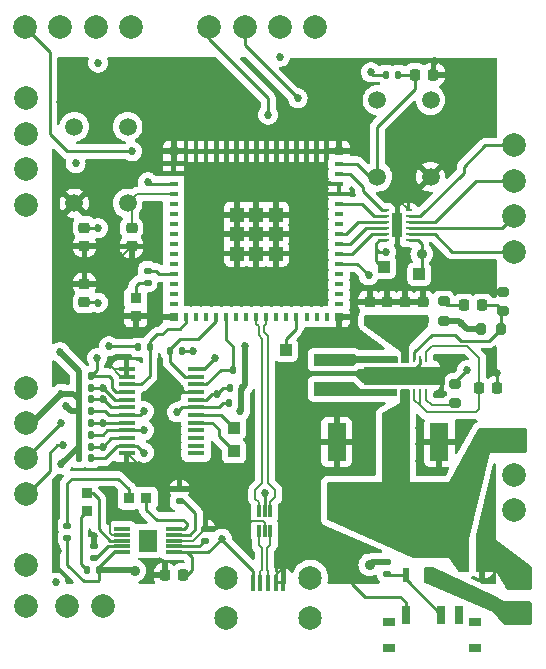
<source format=gbr>
%TF.GenerationSoftware,KiCad,Pcbnew,8.0.6*%
%TF.CreationDate,2025-01-16T10:56:52-08:00*%
%TF.ProjectId,DeskCleanerRobot2,4465736b-436c-4656-916e-6572526f626f,rev?*%
%TF.SameCoordinates,Original*%
%TF.FileFunction,Copper,L1,Top*%
%TF.FilePolarity,Positive*%
%FSLAX46Y46*%
G04 Gerber Fmt 4.6, Leading zero omitted, Abs format (unit mm)*
G04 Created by KiCad (PCBNEW 8.0.6) date 2025-01-16 10:56:52*
%MOMM*%
%LPD*%
G01*
G04 APERTURE LIST*
G04 Aperture macros list*
%AMRoundRect*
0 Rectangle with rounded corners*
0 $1 Rounding radius*
0 $2 $3 $4 $5 $6 $7 $8 $9 X,Y pos of 4 corners*
0 Add a 4 corners polygon primitive as box body*
4,1,4,$2,$3,$4,$5,$6,$7,$8,$9,$2,$3,0*
0 Add four circle primitives for the rounded corners*
1,1,$1+$1,$2,$3*
1,1,$1+$1,$4,$5*
1,1,$1+$1,$6,$7*
1,1,$1+$1,$8,$9*
0 Add four rect primitives between the rounded corners*
20,1,$1+$1,$2,$3,$4,$5,0*
20,1,$1+$1,$4,$5,$6,$7,0*
20,1,$1+$1,$6,$7,$8,$9,0*
20,1,$1+$1,$8,$9,$2,$3,0*%
G04 Aperture macros list end*
%TA.AperFunction,ComponentPad*%
%ADD10C,2.000000*%
%TD*%
%TA.AperFunction,SMDPad,CuDef*%
%ADD11RoundRect,0.225000X0.250000X-0.225000X0.250000X0.225000X-0.250000X0.225000X-0.250000X-0.225000X0*%
%TD*%
%TA.AperFunction,SMDPad,CuDef*%
%ADD12RoundRect,0.135000X0.135000X0.185000X-0.135000X0.185000X-0.135000X-0.185000X0.135000X-0.185000X0*%
%TD*%
%TA.AperFunction,SMDPad,CuDef*%
%ADD13RoundRect,0.135000X-0.185000X0.135000X-0.185000X-0.135000X0.185000X-0.135000X0.185000X0.135000X0*%
%TD*%
%TA.AperFunction,SMDPad,CuDef*%
%ADD14R,1.475000X0.450000*%
%TD*%
%TA.AperFunction,SMDPad,CuDef*%
%ADD15RoundRect,0.225000X-0.250000X0.225000X-0.250000X-0.225000X0.250000X-0.225000X0.250000X0.225000X0*%
%TD*%
%TA.AperFunction,SMDPad,CuDef*%
%ADD16RoundRect,0.135000X0.185000X-0.135000X0.185000X0.135000X-0.185000X0.135000X-0.185000X-0.135000X0*%
%TD*%
%TA.AperFunction,SMDPad,CuDef*%
%ADD17O,0.240000X0.600000*%
%TD*%
%TA.AperFunction,SMDPad,CuDef*%
%ADD18R,2.850000X1.580000*%
%TD*%
%TA.AperFunction,SMDPad,CuDef*%
%ADD19R,0.775000X0.200000*%
%TD*%
%TA.AperFunction,SMDPad,CuDef*%
%ADD20R,0.700000X1.500000*%
%TD*%
%TA.AperFunction,SMDPad,CuDef*%
%ADD21R,1.000000X0.800000*%
%TD*%
%TA.AperFunction,SMDPad,CuDef*%
%ADD22R,0.600000X1.300000*%
%TD*%
%TA.AperFunction,SMDPad,CuDef*%
%ADD23R,0.950000X0.900000*%
%TD*%
%TA.AperFunction,SMDPad,CuDef*%
%ADD24RoundRect,0.225000X-0.225000X-0.250000X0.225000X-0.250000X0.225000X0.250000X-0.225000X0.250000X0*%
%TD*%
%TA.AperFunction,SMDPad,CuDef*%
%ADD25R,0.900000X0.950000*%
%TD*%
%TA.AperFunction,SMDPad,CuDef*%
%ADD26R,1.000000X1.000000*%
%TD*%
%TA.AperFunction,SMDPad,CuDef*%
%ADD27R,0.500000X0.250000*%
%TD*%
%TA.AperFunction,SMDPad,CuDef*%
%ADD28R,0.900000X2.000000*%
%TD*%
%TA.AperFunction,ComponentPad*%
%ADD29C,1.500000*%
%TD*%
%TA.AperFunction,SMDPad,CuDef*%
%ADD30R,0.400000X1.400000*%
%TD*%
%TA.AperFunction,ComponentPad*%
%ADD31C,1.995000*%
%TD*%
%TA.AperFunction,SMDPad,CuDef*%
%ADD32RoundRect,0.200000X0.200000X0.275000X-0.200000X0.275000X-0.200000X-0.275000X0.200000X-0.275000X0*%
%TD*%
%TA.AperFunction,SMDPad,CuDef*%
%ADD33R,3.400000X0.980000*%
%TD*%
%TA.AperFunction,SMDPad,CuDef*%
%ADD34R,1.600000X3.200000*%
%TD*%
%TA.AperFunction,SMDPad,CuDef*%
%ADD35RoundRect,0.200000X0.275000X-0.200000X0.275000X0.200000X-0.275000X0.200000X-0.275000X-0.200000X0*%
%TD*%
%TA.AperFunction,SMDPad,CuDef*%
%ADD36R,0.800000X0.400000*%
%TD*%
%TA.AperFunction,SMDPad,CuDef*%
%ADD37R,0.400000X0.800000*%
%TD*%
%TA.AperFunction,SMDPad,CuDef*%
%ADD38R,1.200000X1.200000*%
%TD*%
%TA.AperFunction,SMDPad,CuDef*%
%ADD39R,0.800000X0.800000*%
%TD*%
%TA.AperFunction,SMDPad,CuDef*%
%ADD40RoundRect,0.135000X-0.135000X-0.185000X0.135000X-0.185000X0.135000X0.185000X-0.135000X0.185000X0*%
%TD*%
%TA.AperFunction,SMDPad,CuDef*%
%ADD41R,0.300000X0.990000*%
%TD*%
%TA.AperFunction,SMDPad,CuDef*%
%ADD42R,1.400000X0.300000*%
%TD*%
%TA.AperFunction,SMDPad,CuDef*%
%ADD43R,1.570000X1.880000*%
%TD*%
%TA.AperFunction,ViaPad*%
%ADD44C,0.685800*%
%TD*%
%TA.AperFunction,ViaPad*%
%ADD45C,0.889000*%
%TD*%
%TA.AperFunction,Conductor*%
%ADD46C,0.254000*%
%TD*%
%TA.AperFunction,Conductor*%
%ADD47C,0.508000*%
%TD*%
%TA.AperFunction,Conductor*%
%ADD48C,0.200000*%
%TD*%
G04 APERTURE END LIST*
D10*
%TO.P,SC7,1,1*%
%TO.N,SC7*%
X116000000Y-33500000D03*
%TD*%
D11*
%TO.P,C2,1*%
%TO.N,+3.3V*%
X132600000Y-58290000D03*
%TO.P,C2,2*%
%TO.N,GND*%
X132600000Y-56740000D03*
%TD*%
D12*
%TO.P,R19,1*%
%TO.N,SC3*%
X106010000Y-70000000D03*
%TO.P,R19,2*%
%TO.N,+3.3V*%
X104990000Y-70000000D03*
%TD*%
D13*
%TO.P,R26,1*%
%TO.N,+BATT*%
X131050000Y-78765000D03*
%TO.P,R26,2*%
%TO.N,Net-(BM1-G)*%
X131050000Y-79785000D03*
%TD*%
D14*
%TO.P,I2Ce1,1,A0*%
%TO.N,GND*%
X109024000Y-62425000D03*
%TO.P,I2Ce1,2,A1*%
X109024000Y-63075000D03*
%TO.P,I2Ce1,3,~{RESET}*%
%TO.N,I2CexpanderReset*%
X109024000Y-63725000D03*
%TO.P,I2Ce1,4,SD0*%
%TO.N,SD0*%
X109024000Y-64375000D03*
%TO.P,I2Ce1,5,SC0*%
%TO.N,SC0*%
X109024000Y-65025000D03*
%TO.P,I2Ce1,6,SD1*%
%TO.N,SD1*%
X109024000Y-65675000D03*
%TO.P,I2Ce1,7,SC1*%
%TO.N,SC1*%
X109024000Y-66325000D03*
%TO.P,I2Ce1,8,SD2*%
%TO.N,SD2*%
X109024000Y-66975000D03*
%TO.P,I2Ce1,9,SC2*%
%TO.N,SC2*%
X109024000Y-67625000D03*
%TO.P,I2Ce1,10,SD3*%
%TO.N,SD3*%
X109024000Y-68275000D03*
%TO.P,I2Ce1,11,SC3*%
%TO.N,SC3*%
X109024000Y-68925000D03*
%TO.P,I2Ce1,12,GND*%
%TO.N,GND*%
X109024000Y-69575000D03*
%TO.P,I2Ce1,13,SD4*%
%TO.N,unconnected-(I2Ce1-SD4-Pad13)*%
X114900000Y-69575000D03*
%TO.P,I2Ce1,14,SC4*%
%TO.N,unconnected-(I2Ce1-SC4-Pad14)*%
X114900000Y-68925000D03*
%TO.P,I2Ce1,15,SD5*%
%TO.N,unconnected-(I2Ce1-SD5-Pad15)*%
X114900000Y-68275000D03*
%TO.P,I2Ce1,16,SC5*%
%TO.N,unconnected-(I2Ce1-SC5-Pad16)*%
X114900000Y-67625000D03*
%TO.P,I2Ce1,17,SD6*%
%TO.N,Net-(I2Ce1-SD6)*%
X114900000Y-66975000D03*
%TO.P,I2Ce1,18,SC6*%
%TO.N,Net-(I2Ce1-SC6)*%
X114900000Y-66325000D03*
%TO.P,I2Ce1,19,SD7*%
%TO.N,SD7*%
X114900000Y-65675000D03*
%TO.P,I2Ce1,20,SC7*%
%TO.N,SC7*%
X114900000Y-65025000D03*
%TO.P,I2Ce1,21,A2*%
%TO.N,GND*%
X114900000Y-64375000D03*
%TO.P,I2Ce1,22,SCL*%
%TO.N,Net-(I2Ce1-SCL)*%
X114900000Y-63725000D03*
%TO.P,I2Ce1,23,SDA*%
%TO.N,Net-(I2Ce1-SDA)*%
X114900000Y-63075000D03*
%TO.P,I2Ce1,24,VCC*%
%TO.N,+3.3V*%
X114900000Y-62425000D03*
%TD*%
D12*
%TO.P,R6,1*%
%TO.N,+3.3V*%
X113710000Y-60900000D03*
%TO.P,R6,2*%
%TO.N,Net-(I2Ce1-SDA)*%
X112690000Y-60900000D03*
%TD*%
D15*
%TO.P,C12,1*%
%TO.N,Net-(IC8-IO0)*%
X109450000Y-50500000D03*
%TO.P,C12,2*%
%TO.N,GND*%
X109450000Y-52050000D03*
%TD*%
D16*
%TO.P,R22,1*%
%TO.N,Net-(BC1-ISET)*%
X115650000Y-76960000D03*
%TO.P,R22,2*%
%TO.N,GND*%
X115650000Y-75940000D03*
%TD*%
D10*
%TO.P,3V1,1,1*%
%TO.N,+3.3V*%
X100500000Y-42500000D03*
%TD*%
D16*
%TO.P,R25,1*%
%TO.N,Net-(BC1-TS)*%
X106250000Y-78460000D03*
%TO.P,R25,2*%
%TO.N,GND*%
X106250000Y-77440000D03*
%TD*%
D10*
%TO.P,-E1,1,1*%
%TO.N,GND*%
X141850000Y-71400000D03*
%TD*%
D17*
%TO.P,VR1,1,VINA*%
%TO.N,Net-(VR1-EN)*%
X134363000Y-61605000D03*
%TO.P,VR1,2,GND*%
%TO.N,GND*%
X133863000Y-61605000D03*
%TO.P,VR1,3,FB*%
%TO.N,Net-(VR1-FB)*%
X133363000Y-61605000D03*
%TO.P,VR1,4,VOUT_1*%
%TO.N,+3.3V*%
X132863000Y-61605000D03*
%TO.P,VR1,5,VOUT_2*%
X132363000Y-61605000D03*
%TO.P,VR1,6,L2_1*%
%TO.N,L1*%
X131863000Y-61605000D03*
%TO.P,VR1,7,L2_2*%
X131363000Y-61605000D03*
%TO.P,VR1,8,L1_1*%
%TO.N,L2*%
X131363000Y-64405000D03*
%TO.P,VR1,9,L1_2*%
X131863000Y-64405000D03*
%TO.P,VR1,10,VIN_1*%
%TO.N,ESC+*%
X132363000Y-64405000D03*
%TO.P,VR1,11,VIN_2*%
X132863000Y-64405000D03*
%TO.P,VR1,12,EN*%
%TO.N,Net-(VR1-EN)*%
X133363000Y-64405000D03*
%TO.P,VR1,13,PS/SYNC*%
X133863000Y-64405000D03*
%TO.P,VR1,14,PG*%
%TO.N,Net-(VR1-PG)*%
X134363000Y-64405000D03*
D18*
%TO.P,VR1,15,PGND_1*%
%TO.N,GND*%
X132863000Y-63005000D03*
D19*
%TO.P,VR1,16,PGND_2*%
X134676000Y-63695000D03*
%TO.P,VR1,17,PGND_3*%
X134676000Y-63235000D03*
%TO.P,VR1,18,PGND_4*%
X134676000Y-62775000D03*
%TO.P,VR1,19,PGND_5*%
X134676000Y-62315000D03*
%TO.P,VR1,20,PGND_6*%
X131050000Y-62315000D03*
%TO.P,VR1,21,PGND_7*%
X131050000Y-62775000D03*
%TO.P,VR1,22,PGND_8*%
X131050000Y-63235000D03*
%TO.P,VR1,23,PGND_9*%
X131050000Y-63695000D03*
%TD*%
D20*
%TO.P,S1,1,1*%
%TO.N,GND*%
X132650000Y-83225000D03*
%TO.P,S1,2,2*%
%TO.N,Net-(BM1-G)*%
X135650000Y-83225000D03*
%TO.P,S1,3,3*%
%TO.N,unconnected-(S1-Pad3)*%
X137150000Y-83225000D03*
D21*
%TO.P,S1,4,4*%
%TO.N,unconnected-(S1-Pad4)*%
X131250000Y-83875000D03*
%TO.P,S1,5,5*%
%TO.N,unconnected-(S1-Pad5)*%
X131250000Y-86075000D03*
%TO.P,S1,6,6*%
%TO.N,unconnected-(S1-Pad6)*%
X138550000Y-83875000D03*
%TO.P,S1,7,7*%
%TO.N,unconnected-(S1-Pad7)*%
X138550000Y-86075000D03*
%TD*%
D12*
%TO.P,R18,1*%
%TO.N,SD3*%
X106010000Y-69000000D03*
%TO.P,R18,2*%
%TO.N,+3.3V*%
X104990000Y-69000000D03*
%TD*%
D10*
%TO.P,SIG1,1,1*%
%TO.N,ESCsignal*%
X141850000Y-74400000D03*
%TD*%
%TO.P,SC3,1,1*%
%TO.N,SC3*%
X107000000Y-82500000D03*
%TD*%
%TO.P,GN0,1,1*%
%TO.N,GND*%
X109400000Y-33500000D03*
%TD*%
%TO.P,SD1,1,1*%
%TO.N,SD1*%
X100500000Y-45500000D03*
%TD*%
D11*
%TO.P,C8,1*%
%TO.N,+3.3V*%
X129600000Y-58290000D03*
%TO.P,C8,2*%
%TO.N,GND*%
X129600000Y-56740000D03*
%TD*%
D22*
%TO.P,BM1,1,G*%
%TO.N,Net-(BM1-G)*%
X132650000Y-79875000D03*
%TO.P,BM1,2,S*%
%TO.N,+BATT*%
X134550000Y-79875000D03*
%TO.P,BM1,3,D*%
%TO.N,ESC+*%
X133600000Y-77775000D03*
%TD*%
D23*
%TO.P,LED2,1,K*%
%TO.N,GND*%
X109800000Y-57950000D03*
%TO.P,LED2,2,A*%
%TO.N,Net-(LED2-A)*%
X109800000Y-56450000D03*
%TD*%
D10*
%TO.P,3V3,1,1*%
%TO.N,+3.3V*%
X100500000Y-82500000D03*
%TD*%
%TO.P,AO1,1,1*%
%TO.N,AOUT1*%
X141800000Y-52500000D03*
%TD*%
D13*
%TO.P,R33,1*%
%TO.N,Net-(IC8-IO8)*%
X110800000Y-54090000D03*
%TO.P,R33,2*%
%TO.N,Net-(LED2-A)*%
X110800000Y-55110000D03*
%TD*%
D11*
%TO.P,C3,1*%
%TO.N,+3.3V*%
X134100000Y-58290000D03*
%TO.P,C3,2*%
%TO.N,GND*%
X134100000Y-56740000D03*
%TD*%
D24*
%TO.P,C13,1*%
%TO.N,GND*%
X112275000Y-79850000D03*
%TO.P,C13,2*%
%TO.N,+5V*%
X113825000Y-79850000D03*
%TD*%
D12*
%TO.P,R10,1*%
%TO.N,SD0*%
X106000000Y-63000000D03*
%TO.P,R10,2*%
%TO.N,+3.3V*%
X104980000Y-63000000D03*
%TD*%
D10*
%TO.P,+E1,1,1*%
%TO.N,ESC+*%
X141850000Y-68400000D03*
%TD*%
%TO.P,BO2,1,1*%
%TO.N,BOUT2*%
X141800000Y-43500000D03*
%TD*%
D11*
%TO.P,C9,1*%
%TO.N,+3.3V*%
X105450000Y-56775000D03*
%TO.P,C9,2*%
%TO.N,GND*%
X105450000Y-55225000D03*
%TD*%
D25*
%TO.P,LED3,1,K*%
%TO.N,Net-(BC1-~{PG})*%
X110700000Y-73350000D03*
%TO.P,LED3,2,A*%
%TO.N,Net-(LED3-A)*%
X109200000Y-73350000D03*
%TD*%
D26*
%TO.P,TP2,1,1*%
%TO.N,+3.3V*%
X130800000Y-53800000D03*
%TD*%
D24*
%TO.P,C7,1*%
%TO.N,Net-(C7-Pad1)*%
X137575000Y-57015000D03*
%TO.P,C7,2*%
%TO.N,Net-(VR1-FB)*%
X139125000Y-57015000D03*
%TD*%
D26*
%TO.P,TP1,1,1*%
%TO.N,Net-(IC8-IO47)*%
X122500000Y-60800000D03*
%TD*%
D10*
%TO.P,3V7,1,1*%
%TO.N,+3.3V*%
X122000000Y-33500000D03*
%TD*%
D12*
%TO.P,R9,1*%
%TO.N,+3.3V*%
X118810000Y-64000000D03*
%TO.P,R9,2*%
%TO.N,SC7*%
X117790000Y-64000000D03*
%TD*%
%TO.P,R24,1*%
%TO.N,+BATT*%
X106710000Y-79450000D03*
%TO.P,R24,2*%
%TO.N,Net-(LED1-A)*%
X105690000Y-79450000D03*
%TD*%
D11*
%TO.P,C4,1*%
%TO.N,+3.3V*%
X131100000Y-58290000D03*
%TO.P,C4,2*%
%TO.N,GND*%
X131100000Y-56740000D03*
%TD*%
D27*
%TO.P,MD1,1,VM*%
%TO.N,ESC+*%
X132900000Y-51500000D03*
%TO.P,MD1,2,AOUT1*%
%TO.N,AOUT1*%
X132900000Y-51000000D03*
%TO.P,MD1,3,AOUT2*%
%TO.N,AOUT2*%
X132900000Y-50500000D03*
%TO.P,MD1,4,BOUT1*%
%TO.N,BOUT1*%
X132900000Y-50000000D03*
%TO.P,MD1,5,BOUT2*%
%TO.N,BOUT2*%
X132900000Y-49500000D03*
%TO.P,MD1,6,GND_1*%
%TO.N,GND*%
X132900000Y-49000000D03*
%TO.P,MD1,7,BIN2_/_BENBL*%
%TO.N,Net-(IC8-IO46)*%
X131000000Y-49000000D03*
%TO.P,MD1,8,BIN1_/_BPHASE*%
%TO.N,Net-(IC8-IO45)*%
X131000000Y-49500000D03*
%TO.P,MD1,9,AIN2_/_AENBL*%
%TO.N,Net-(IC8-IO42)*%
X131000000Y-50000000D03*
%TO.P,MD1,10,AIN1_/_APHASE*%
%TO.N,Net-(IC8-IO41)*%
X131000000Y-50500000D03*
%TO.P,MD1,11,MODE*%
%TO.N,Net-(IC8-IO40)*%
X131000000Y-51000000D03*
%TO.P,MD1,12,VCC*%
%TO.N,+3.3V*%
X131000000Y-51500000D03*
D28*
%TO.P,MD1,13,GND_2*%
%TO.N,GND*%
X131950000Y-50250000D03*
%TD*%
D26*
%TO.P,TP3,1,1*%
%TO.N,ESC+*%
X133800000Y-54400000D03*
%TD*%
D29*
%TO.P,BOOT1,1,1*%
%TO.N,unconnected-(BOOT1-Pad1)*%
X109100000Y-41900000D03*
%TO.P,BOOT1,2,2*%
%TO.N,Net-(IC8-IO0)*%
X109100000Y-48400000D03*
%TO.P,BOOT1,3,3*%
%TO.N,unconnected-(BOOT1-Pad3)*%
X104600000Y-41900000D03*
%TO.P,BOOT1,4,4*%
%TO.N,GND*%
X104600000Y-48400000D03*
%TD*%
D10*
%TO.P,-BAT1,1,1*%
%TO.N,GND*%
X142250000Y-80100000D03*
%TD*%
D12*
%TO.P,R17,1*%
%TO.N,SC2*%
X106010000Y-68000000D03*
%TO.P,R17,2*%
%TO.N,+3.3V*%
X104990000Y-68000000D03*
%TD*%
D30*
%TO.P,USB1,1,1*%
%TO.N,+5V*%
X119700000Y-80580000D03*
%TO.P,USB1,2,2*%
%TO.N,/D-*%
X120350000Y-80580000D03*
%TO.P,USB1,3,3*%
%TO.N,/D+*%
X121000000Y-80580000D03*
%TO.P,USB1,4,4*%
%TO.N,GND*%
X121650000Y-80580000D03*
%TO.P,USB1,5,5*%
X122300000Y-80580000D03*
D31*
%TO.P,USB1,MH1,MH1*%
%TO.N,unconnected-(USB1-PadMH1)*%
X117425000Y-80080000D03*
%TO.P,USB1,MH2,MH2*%
%TO.N,unconnected-(USB1-PadMH2)*%
X124575000Y-80080000D03*
%TO.P,USB1,MH3,MH3*%
%TO.N,unconnected-(USB1-PadMH3)*%
X124575000Y-83530000D03*
%TO.P,USB1,MH4,MH4*%
%TO.N,unconnected-(USB1-PadMH4)*%
X117425000Y-83530000D03*
%TD*%
D15*
%TO.P,C10,1*%
%TO.N,+3.3V*%
X105450000Y-50450000D03*
%TO.P,C10,2*%
%TO.N,GND*%
X105450000Y-52000000D03*
%TD*%
D32*
%TO.P,R1,1*%
%TO.N,Net-(VR1-FB)*%
X140675000Y-59015000D03*
%TO.P,R1,2*%
%TO.N,+3.3V*%
X139025000Y-59015000D03*
%TD*%
D10*
%TO.P,BO1,1,1*%
%TO.N,BOUT1*%
X141800000Y-46500000D03*
%TD*%
D12*
%TO.P,R14,1*%
%TO.N,SD1*%
X106000000Y-65000000D03*
%TO.P,R14,2*%
%TO.N,+3.3V*%
X104980000Y-65000000D03*
%TD*%
D33*
%TO.P,L2,1,1*%
%TO.N,L1*%
X126550000Y-61630000D03*
%TO.P,L2,2,2*%
%TO.N,L2*%
X126550000Y-64000000D03*
%TD*%
D10*
%TO.P,+BAT1,1,1*%
%TO.N,+BATT*%
X142250000Y-83100000D03*
%TD*%
D34*
%TO.P,C14,1,+*%
%TO.N,ESC+*%
X126800000Y-73600000D03*
%TO.P,C14,2,-*%
%TO.N,GND*%
X126800000Y-68600000D03*
%TD*%
D23*
%TO.P,LED1,1,K*%
%TO.N,Net-(BC1-~{CHG})*%
X105650000Y-72950000D03*
%TO.P,LED1,2,A*%
%TO.N,Net-(LED1-A)*%
X105650000Y-74450000D03*
%TD*%
D12*
%TO.P,R11,1*%
%TO.N,SC0*%
X106010000Y-64000000D03*
%TO.P,R11,2*%
%TO.N,+3.3V*%
X104990000Y-64000000D03*
%TD*%
D35*
%TO.P,R4,1*%
%TO.N,+3.3V*%
X135850000Y-58340000D03*
%TO.P,R4,2*%
%TO.N,Net-(C7-Pad1)*%
X135850000Y-56690000D03*
%TD*%
D10*
%TO.P,GN3,1,1*%
%TO.N,GND*%
X100500000Y-79000000D03*
%TD*%
D12*
%TO.P,R15,1*%
%TO.N,SC1*%
X106010000Y-66000000D03*
%TO.P,R15,2*%
%TO.N,+3.3V*%
X104990000Y-66000000D03*
%TD*%
D10*
%TO.P,AO2,1,1*%
%TO.N,AOUT2*%
X141800000Y-49500000D03*
%TD*%
D12*
%TO.P,R8,1*%
%TO.N,+3.3V*%
X118685000Y-65300000D03*
%TO.P,R8,2*%
%TO.N,SD7*%
X117665000Y-65300000D03*
%TD*%
D26*
%TO.P,TP4,1,1*%
%TO.N,Net-(I2Ce1-SD6)*%
X118100000Y-69400000D03*
%TD*%
D36*
%TO.P,IC8,1,GND_1*%
%TO.N,GND*%
X113000000Y-45050000D03*
%TO.P,IC8,2,GND_2*%
X113000000Y-45900000D03*
%TO.P,IC8,3,3V3*%
%TO.N,+3.3V*%
X113000000Y-46750000D03*
%TO.P,IC8,4,IO0*%
%TO.N,Net-(IC8-IO0)*%
X113000000Y-47600000D03*
%TO.P,IC8,5,IO1*%
%TO.N,INT0*%
X113000000Y-48450000D03*
%TO.P,IC8,6,IO2*%
%TO.N,INT1*%
X113000000Y-49300000D03*
%TO.P,IC8,7,IO3*%
%TO.N,INT2*%
X113000000Y-50150000D03*
%TO.P,IC8,8,IO4*%
%TO.N,INT3*%
X113000000Y-51000000D03*
%TO.P,IC8,9,IO5*%
%TO.N,unconnected-(IC8-IO5-Pad9)*%
X113000000Y-51850000D03*
%TO.P,IC8,10,IO6*%
%TO.N,unconnected-(IC8-IO6-Pad10)*%
X113000000Y-52700000D03*
%TO.P,IC8,11,IO7*%
%TO.N,unconnected-(IC8-IO7-Pad11)*%
X113000000Y-53550000D03*
%TO.P,IC8,12,IO8*%
%TO.N,Net-(IC8-IO8)*%
X113000000Y-54400000D03*
%TO.P,IC8,13,IO9*%
%TO.N,unconnected-(IC8-IO9-Pad13)*%
X113000000Y-55250000D03*
%TO.P,IC8,14,IO10*%
%TO.N,unconnected-(IC8-IO10-Pad14)*%
X113000000Y-56100000D03*
%TO.P,IC8,15,IO11*%
%TO.N,unconnected-(IC8-IO11-Pad15)*%
X113000000Y-56950000D03*
D37*
%TO.P,IC8,16,IO12*%
%TO.N,I2CexpanderReset*%
X114050000Y-58000000D03*
%TO.P,IC8,17,IO13*%
%TO.N,unconnected-(IC8-IO13-Pad17)*%
X114900000Y-58000000D03*
%TO.P,IC8,18,IO14*%
%TO.N,unconnected-(IC8-IO14-Pad18)*%
X115750000Y-58000000D03*
%TO.P,IC8,19,IO15*%
%TO.N,Net-(I2Ce1-SDA)*%
X116600000Y-58000000D03*
%TO.P,IC8,20,IO16*%
%TO.N,Net-(I2Ce1-SCL)*%
X117450000Y-58000000D03*
%TO.P,IC8,21,IO17*%
%TO.N,unconnected-(IC8-IO17-Pad21)*%
X118300000Y-58000000D03*
%TO.P,IC8,22,IO18*%
%TO.N,unconnected-(IC8-IO18-Pad22)*%
X119150000Y-58000000D03*
%TO.P,IC8,23,IO19*%
%TO.N,/D-*%
X120000000Y-58000000D03*
%TO.P,IC8,24,IO20*%
%TO.N,/D+*%
X120850000Y-58000000D03*
%TO.P,IC8,25,IO21*%
%TO.N,unconnected-(IC8-IO21-Pad25)*%
X121700000Y-58000000D03*
%TO.P,IC8,26,IO26*%
%TO.N,unconnected-(IC8-IO26-Pad26)*%
X122550000Y-58000000D03*
%TO.P,IC8,27,IO47*%
%TO.N,Net-(IC8-IO47)*%
X123400000Y-58000000D03*
%TO.P,IC8,28,IO33*%
%TO.N,unconnected-(IC8-IO33-Pad28)*%
X124250000Y-58000000D03*
%TO.P,IC8,29,IO34*%
%TO.N,INT4*%
X125100000Y-58000000D03*
%TO.P,IC8,30,IO48*%
%TO.N,INT5*%
X125950000Y-58000000D03*
D36*
%TO.P,IC8,31,IO35*%
%TO.N,INT6*%
X127000000Y-56950000D03*
%TO.P,IC8,32,IO36*%
%TO.N,INT7*%
X127000000Y-56100000D03*
%TO.P,IC8,33,IO37*%
%TO.N,unconnected-(IC8-IO37-Pad33)*%
X127000000Y-55250000D03*
%TO.P,IC8,34,IO38*%
%TO.N,unconnected-(IC8-IO38-Pad34)*%
X127000000Y-54400000D03*
%TO.P,IC8,35,IO39*%
%TO.N,ESCsignal*%
X127000000Y-53550000D03*
%TO.P,IC8,36,IO40*%
%TO.N,Net-(IC8-IO40)*%
X127000000Y-52700000D03*
%TO.P,IC8,37,IO41*%
%TO.N,Net-(IC8-IO41)*%
X127000000Y-51850000D03*
%TO.P,IC8,38,IO42*%
%TO.N,Net-(IC8-IO42)*%
X127000000Y-51000000D03*
%TO.P,IC8,39,TXD0*%
%TO.N,unconnected-(IC8-TXD0-Pad39)*%
X127000000Y-50150000D03*
%TO.P,IC8,40,RXD0*%
%TO.N,unconnected-(IC8-RXD0-Pad40)*%
X127000000Y-49300000D03*
%TO.P,IC8,41,IO45*%
%TO.N,Net-(IC8-IO45)*%
X127000000Y-48450000D03*
%TO.P,IC8,42,GND_3*%
%TO.N,GND*%
X127000000Y-47600000D03*
%TO.P,IC8,43,GND_4*%
X127000000Y-46750000D03*
%TO.P,IC8,44,IO46*%
%TO.N,Net-(IC8-IO46)*%
X127000000Y-45900000D03*
%TO.P,IC8,45,EN*%
%TO.N,Net-(IC8-EN)*%
X127000000Y-45050000D03*
D37*
%TO.P,IC8,46,GND_5*%
%TO.N,GND*%
X125950000Y-44000000D03*
%TO.P,IC8,47,GND_6*%
X125100000Y-44000000D03*
%TO.P,IC8,48,GND_7*%
X124250000Y-44000000D03*
%TO.P,IC8,49,GND_8*%
X123400000Y-44000000D03*
%TO.P,IC8,50,GND_9*%
X122550000Y-44000000D03*
%TO.P,IC8,51,GND_10*%
X121700000Y-44000000D03*
%TO.P,IC8,52,GND_11*%
X120850000Y-44000000D03*
%TO.P,IC8,53,GND_12*%
X120000000Y-44000000D03*
%TO.P,IC8,54,GND_13*%
X119150000Y-44000000D03*
%TO.P,IC8,55,GND_14*%
X118300000Y-44000000D03*
%TO.P,IC8,56,GND_15*%
X117450000Y-44000000D03*
%TO.P,IC8,57,GND_16*%
X116600000Y-44000000D03*
%TO.P,IC8,58,GND_17*%
X115750000Y-44000000D03*
%TO.P,IC8,59,GND_18*%
X114900000Y-44000000D03*
%TO.P,IC8,60,GND_19*%
X114050000Y-44000000D03*
D38*
%TO.P,IC8,61,GND_20*%
X120000000Y-51000000D03*
D39*
%TO.P,IC8,62,GND_21*%
X113000000Y-44000000D03*
%TO.P,IC8,63,GND_22*%
X113000000Y-58000000D03*
%TO.P,IC8,64,GND_23*%
X127000000Y-58000000D03*
%TO.P,IC8,65,GND_24*%
X127000000Y-44000000D03*
D38*
%TO.P,IC8,66,GND_25*%
X118350000Y-49350000D03*
%TO.P,IC8,67,GND_26*%
X118350000Y-51000000D03*
%TO.P,IC8,68,GND_27*%
X118350000Y-52650000D03*
%TO.P,IC8,69,GND_28*%
X120000000Y-52650000D03*
%TO.P,IC8,70,GND_29*%
X121650000Y-52650000D03*
%TO.P,IC8,71,GND_30*%
X121650000Y-51000000D03*
%TO.P,IC8,72,GND_31*%
X121650000Y-49350000D03*
%TO.P,IC8,73,GND_32*%
X120000000Y-49350000D03*
%TD*%
D10*
%TO.P,SD3,1,1*%
%TO.N,SD3*%
X104000000Y-82500000D03*
%TD*%
D16*
%TO.P,R20,1*%
%TO.N,+BATT*%
X104000000Y-76710000D03*
%TO.P,R20,2*%
%TO.N,Net-(LED3-A)*%
X104000000Y-75690000D03*
%TD*%
D24*
%TO.P,C6,1*%
%TO.N,ESC+*%
X137575000Y-77625000D03*
%TO.P,C6,2*%
%TO.N,GND*%
X139125000Y-77625000D03*
%TD*%
%TO.P,C1,1*%
%TO.N,Net-(VR1-EN)*%
X138850000Y-64015000D03*
%TO.P,C1,2*%
%TO.N,GND*%
X140400000Y-64015000D03*
%TD*%
D40*
%TO.P,R21,1*%
%TO.N,+3.3V*%
X130990000Y-37500000D03*
%TO.P,R21,2*%
%TO.N,Net-(IC8-EN)*%
X132010000Y-37500000D03*
%TD*%
D10*
%TO.P,SD2,1,1*%
%TO.N,SD2*%
X100500000Y-70000000D03*
%TD*%
D12*
%TO.P,R7,1*%
%TO.N,+3.3V*%
X119010000Y-62500000D03*
%TO.P,R7,2*%
%TO.N,Net-(I2Ce1-SCL)*%
X117990000Y-62500000D03*
%TD*%
D29*
%TO.P,RESET1,1,1*%
%TO.N,Net-(IC8-EN)*%
X130250000Y-46150000D03*
%TO.P,RESET1,2,2*%
%TO.N,unconnected-(RESET1-Pad2)*%
X130250000Y-39650000D03*
%TO.P,RESET1,3,3*%
%TO.N,GND*%
X134750000Y-46150000D03*
%TO.P,RESET1,4,4*%
%TO.N,unconnected-(RESET1-Pad4)*%
X134750000Y-39650000D03*
%TD*%
D10*
%TO.P,3V0,1,1*%
%TO.N,+3.3V*%
X106400000Y-33500000D03*
%TD*%
D24*
%TO.P,C11,1*%
%TO.N,Net-(IC8-EN)*%
X133450000Y-37500000D03*
%TO.P,C11,2*%
%TO.N,GND*%
X135000000Y-37500000D03*
%TD*%
D35*
%TO.P,R2,1*%
%TO.N,Net-(VR1-FB)*%
X140850000Y-57515000D03*
%TO.P,R2,2*%
%TO.N,GND*%
X140850000Y-55865000D03*
%TD*%
D12*
%TO.P,R5,1*%
%TO.N,I2CexpanderReset*%
X111010000Y-60600000D03*
%TO.P,R5,2*%
%TO.N,+3.3V*%
X109990000Y-60600000D03*
%TD*%
D10*
%TO.P,SD0,1,1*%
%TO.N,SD0*%
X103400000Y-33500000D03*
%TD*%
D26*
%TO.P,TP5,1,1*%
%TO.N,Net-(I2Ce1-SC6)*%
X118100000Y-67400000D03*
%TD*%
D10*
%TO.P,SC1,1,1*%
%TO.N,SC1*%
X100500000Y-48500000D03*
%TD*%
%TO.P,SC0,1,1*%
%TO.N,SC0*%
X100400000Y-33500000D03*
%TD*%
%TO.P,SC2,1,1*%
%TO.N,SC2*%
X100500000Y-73000000D03*
%TD*%
D35*
%TO.P,R3,1*%
%TO.N,Net-(VR1-PG)*%
X136850000Y-65340000D03*
%TO.P,R3,2*%
%TO.N,+3.3V*%
X136850000Y-63690000D03*
%TD*%
D41*
%TO.P,ESD1,1,I/O1_1*%
%TO.N,/D-*%
X120200000Y-76100000D03*
%TO.P,ESD1,2,GND*%
%TO.N,GND*%
X120700000Y-76100000D03*
%TO.P,ESD1,3,I/O2_1*%
%TO.N,/D+*%
X121200000Y-76100000D03*
%TO.P,ESD1,4,I/O2_2*%
X121200000Y-74490000D03*
%TO.P,ESD1,5,VBUS*%
%TO.N,+5V*%
X120700000Y-74490000D03*
%TO.P,ESD1,6,I/O1_2*%
%TO.N,/D-*%
X120200000Y-74490000D03*
%TD*%
D10*
%TO.P,3V2,1,1*%
%TO.N,+3.3V*%
X100500000Y-67000000D03*
%TD*%
D24*
%TO.P,C5,1*%
%TO.N,ESC+*%
X137575000Y-79125000D03*
%TO.P,C5,2*%
%TO.N,GND*%
X139125000Y-79125000D03*
%TD*%
D10*
%TO.P,GN1,1,1*%
%TO.N,GND*%
X100500000Y-39500000D03*
%TD*%
%TO.P,GN2,1,1*%
%TO.N,GND*%
X100500000Y-64000000D03*
%TD*%
%TO.P,GN7,1,1*%
%TO.N,GND*%
X125000000Y-33500000D03*
%TD*%
%TO.P,SD7,1,1*%
%TO.N,SD7*%
X119000000Y-33500000D03*
%TD*%
D34*
%TO.P,C15,1,+*%
%TO.N,ESC+*%
X135500000Y-73600000D03*
%TO.P,C15,2,-*%
%TO.N,GND*%
X135500000Y-68600000D03*
%TD*%
D16*
%TO.P,R23,1*%
%TO.N,Net-(BC1-PRETERM)*%
X113500000Y-73610000D03*
%TO.P,R23,2*%
%TO.N,GND*%
X113500000Y-72590000D03*
%TD*%
D42*
%TO.P,BC1,1,IN*%
%TO.N,+5V*%
X113050000Y-77950000D03*
%TO.P,BC1,2,ISET*%
%TO.N,Net-(BC1-ISET)*%
X113050000Y-77450000D03*
%TO.P,BC1,3,VSS*%
%TO.N,GND*%
X113050000Y-76950000D03*
%TO.P,BC1,4,PRETERM*%
%TO.N,Net-(BC1-PRETERM)*%
X113050000Y-76450000D03*
%TO.P,BC1,5,~{PG}*%
%TO.N,Net-(BC1-~{PG})*%
X113050000Y-75950000D03*
%TO.P,BC1,6,NC*%
%TO.N,unconnected-(BC1-NC-Pad6)*%
X108650000Y-75950000D03*
%TO.P,BC1,7,ISET2*%
%TO.N,GND*%
X108650000Y-76450000D03*
%TO.P,BC1,8,~{CHG}*%
%TO.N,Net-(BC1-~{CHG})*%
X108650000Y-76950000D03*
%TO.P,BC1,9,TS*%
%TO.N,Net-(BC1-TS)*%
X108650000Y-77450000D03*
%TO.P,BC1,10,OUT*%
%TO.N,+BATT*%
X108650000Y-77950000D03*
D43*
%TO.P,BC1,11,EP*%
%TO.N,unconnected-(BC1-EP-Pad11)*%
X110850000Y-76950000D03*
%TD*%
D12*
%TO.P,R16,1*%
%TO.N,SD2*%
X106010000Y-67000000D03*
%TO.P,R16,2*%
%TO.N,+3.3V*%
X104990000Y-67000000D03*
%TD*%
D44*
%TO.N,+5V*%
X117100000Y-76800000D03*
X120700000Y-72900000D03*
D45*
%TO.N,+BATT*%
X136100000Y-80600000D03*
X129600000Y-79000000D03*
X109700000Y-79500000D03*
%TO.N,ESC+*%
X138700000Y-69800000D03*
X134000000Y-52700000D03*
D44*
%TO.N,+3.3V*%
X137850000Y-62515000D03*
X131000000Y-52500000D03*
X116500000Y-61500000D03*
X110800000Y-46600000D03*
X137350000Y-58515000D03*
X133350000Y-59415000D03*
X107500000Y-60500000D03*
X131750000Y-60215000D03*
X130950000Y-59415000D03*
X104700000Y-45000000D03*
X103000000Y-80500000D03*
X118600000Y-66000000D03*
X132150000Y-59415000D03*
X103500000Y-64500000D03*
X119000000Y-60500000D03*
X103900000Y-65600000D03*
X114600000Y-60900000D03*
X132750000Y-60215000D03*
X106600000Y-50500000D03*
X103400000Y-61000000D03*
X103500000Y-70500000D03*
X129700000Y-37300000D03*
X106600000Y-56800000D03*
X122000000Y-36000000D03*
X106600000Y-36500000D03*
%TO.N,SC2*%
X110500000Y-67625000D03*
X103600000Y-68900000D03*
%TO.N,SD0*%
X106500000Y-61500000D03*
%TO.N,SD3*%
X107000000Y-69000000D03*
%TO.N,SD2*%
X103500000Y-67000000D03*
X107000000Y-67000000D03*
%TO.N,SD1*%
X107000000Y-65000000D03*
%TO.N,SC0*%
X109500000Y-44000000D03*
X107000000Y-64000000D03*
%TO.N,SD7*%
X113300000Y-66100000D03*
X123500000Y-39500000D03*
%TO.N,SC3*%
X110500000Y-69500000D03*
%TO.N,SC1*%
X110500000Y-66000000D03*
%TO.N,SC7*%
X116700000Y-64500000D03*
X121000000Y-40900000D03*
%TO.N,ESCsignal*%
X129500000Y-54500000D03*
%TO.N,GND*%
X117000000Y-72000000D03*
X135550000Y-63415000D03*
X105500000Y-53500000D03*
X107650000Y-74950000D03*
X133800000Y-68800000D03*
X135550000Y-62615000D03*
X122500000Y-79000000D03*
X113500000Y-64000000D03*
X139300000Y-76100000D03*
X129800000Y-68800000D03*
X140300000Y-79100000D03*
X103400000Y-39800000D03*
X135150000Y-36350000D03*
X103500000Y-62900000D03*
X125500000Y-45500000D03*
X129450000Y-63415000D03*
X140300000Y-77700000D03*
X118500000Y-55000000D03*
X107500000Y-62000000D03*
X130350000Y-62615000D03*
X136600000Y-54900000D03*
X130350000Y-63415000D03*
X129800000Y-67400000D03*
X132000000Y-54900000D03*
X129450000Y-62615000D03*
X110800000Y-80200000D03*
X116500000Y-53000000D03*
X103200000Y-77800000D03*
X133800000Y-67400000D03*
X123600000Y-68800000D03*
X113000000Y-42500000D03*
X123600000Y-67400000D03*
X108400000Y-52800000D03*
X125000000Y-36600000D03*
X123600000Y-70200000D03*
X133800000Y-70200000D03*
X124150000Y-59450000D03*
X129800000Y-70200000D03*
X118400000Y-76100000D03*
X140400000Y-62750000D03*
X110500000Y-71000000D03*
X131950000Y-48000000D03*
X116500000Y-48500000D03*
X127000000Y-59350000D03*
X116500000Y-51000000D03*
X106250000Y-76550000D03*
X127000000Y-42500000D03*
X111000000Y-57800000D03*
X134500000Y-44500000D03*
X128100000Y-79900000D03*
X118500000Y-47500000D03*
X139400000Y-54900000D03*
X109600000Y-36500000D03*
%TD*%
D46*
%TO.N,GND*%
X133863000Y-62005000D02*
X132863000Y-63005000D01*
X133863000Y-61605000D02*
X133863000Y-62005000D01*
%TO.N,+5V*%
X117100000Y-76800000D02*
X117100000Y-76900000D01*
X114550000Y-79450000D02*
X114550000Y-78350000D01*
X113050000Y-77950000D02*
X114150000Y-77950000D01*
X113825000Y-79850000D02*
X114150000Y-79850000D01*
X114150000Y-77950000D02*
X114550000Y-78350000D01*
X117100000Y-76800000D02*
X115950000Y-77950000D01*
X115950000Y-77950000D02*
X113050000Y-77950000D01*
X117100000Y-76900000D02*
X119700000Y-79500000D01*
X120700000Y-74490000D02*
X120700000Y-72900000D01*
X119700000Y-79500000D02*
X119700000Y-80580000D01*
X114150000Y-79850000D02*
X114550000Y-79450000D01*
%TO.N,Net-(BC1-TS)*%
X107450000Y-77450000D02*
X106450000Y-78450000D01*
X106450000Y-78450000D02*
X106150000Y-78450000D01*
X108650000Y-77450000D02*
X107450000Y-77450000D01*
%TO.N,Net-(BC1-ISET)*%
X115650000Y-76960000D02*
X115160000Y-77450000D01*
X115160000Y-77450000D02*
X113050000Y-77450000D01*
D47*
%TO.N,+BATT*%
X109650000Y-79450000D02*
X109700000Y-79500000D01*
D46*
X106710000Y-79190000D02*
X106710000Y-79450000D01*
X108650000Y-77950000D02*
X107950000Y-77950000D01*
X106600000Y-80400000D02*
X106710000Y-80290000D01*
X104000000Y-79000000D02*
X105400000Y-80400000D01*
D47*
X131050000Y-78765000D02*
X129835000Y-78765000D01*
X106710000Y-79450000D02*
X109650000Y-79450000D01*
X129835000Y-78765000D02*
X129600000Y-79000000D01*
D46*
X107950000Y-77950000D02*
X106710000Y-79190000D01*
X105400000Y-80400000D02*
X106600000Y-80400000D01*
X104000000Y-76710000D02*
X104000000Y-79000000D01*
X106710000Y-80290000D02*
X106710000Y-79450000D01*
%TO.N,Net-(BC1-PRETERM)*%
X114350000Y-76450000D02*
X114850000Y-75950000D01*
X114850000Y-74650000D02*
X113810000Y-73610000D01*
X114850000Y-75950000D02*
X114850000Y-74650000D01*
X113050000Y-76450000D02*
X114350000Y-76450000D01*
X113810000Y-73610000D02*
X113500000Y-73610000D01*
%TO.N,Net-(BC1-~{CHG})*%
X106150000Y-72950000D02*
X105650000Y-72950000D01*
X106650000Y-73450000D02*
X106150000Y-72950000D01*
X107650000Y-76950000D02*
X106650000Y-75950000D01*
X108650000Y-76950000D02*
X107650000Y-76950000D01*
X106650000Y-75950000D02*
X106650000Y-73450000D01*
%TO.N,ESC+*%
X133800000Y-54400000D02*
X134000000Y-54200000D01*
X134000000Y-52700000D02*
X134000000Y-51800000D01*
X134000000Y-51800000D02*
X133700000Y-51500000D01*
X134000000Y-54200000D02*
X134000000Y-52700000D01*
X133700000Y-51500000D02*
X132900000Y-51500000D01*
X134990000Y-74500000D02*
X135000000Y-74490000D01*
%TO.N,+3.3V*%
X114600000Y-60900000D02*
X113710000Y-60900000D01*
X129900000Y-37500000D02*
X129700000Y-37300000D01*
D47*
X101000000Y-67000000D02*
X103500000Y-64500000D01*
X104990000Y-69010000D02*
X103500000Y-70500000D01*
X104990000Y-66000000D02*
X104300000Y-66000000D01*
D46*
X114938000Y-62425000D02*
X115575000Y-62425000D01*
D47*
X104480000Y-64500000D02*
X104980000Y-65000000D01*
X137175000Y-58340000D02*
X137350000Y-58515000D01*
D46*
X130800000Y-53800000D02*
X130600000Y-53800000D01*
X130100000Y-51800000D02*
X130100000Y-52200000D01*
D47*
X118685000Y-65915000D02*
X118600000Y-66000000D01*
X118685000Y-64125000D02*
X118685000Y-65300000D01*
D46*
X130400000Y-51500000D02*
X130100000Y-51800000D01*
X106550000Y-50450000D02*
X106600000Y-50500000D01*
D47*
X135850000Y-58340000D02*
X137175000Y-58340000D01*
X119010000Y-60510000D02*
X119000000Y-60500000D01*
X119010000Y-62500000D02*
X119010000Y-63800000D01*
D46*
X115575000Y-62425000D02*
X116500000Y-61500000D01*
X105450000Y-56775000D02*
X106575000Y-56775000D01*
D47*
X104980000Y-63000000D02*
X104980000Y-69990000D01*
D46*
X105450000Y-50450000D02*
X106550000Y-50450000D01*
X131000000Y-51500000D02*
X130400000Y-51500000D01*
X106575000Y-56775000D02*
X106600000Y-56800000D01*
D47*
X118810000Y-64000000D02*
X118685000Y-64125000D01*
X100500000Y-67000000D02*
X101000000Y-67000000D01*
D46*
X110950000Y-46750000D02*
X110800000Y-46600000D01*
X113000000Y-46750000D02*
X110950000Y-46750000D01*
X104980000Y-69990000D02*
X104990000Y-70000000D01*
X130400000Y-52500000D02*
X131000000Y-52500000D01*
D47*
X104980000Y-63000000D02*
X104980000Y-62580000D01*
D46*
X130990000Y-37500000D02*
X129900000Y-37500000D01*
D47*
X104980000Y-62580000D02*
X103400000Y-61000000D01*
D46*
X104990000Y-69000000D02*
X104990000Y-69010000D01*
D47*
X137850000Y-59015000D02*
X137350000Y-58515000D01*
X103500000Y-64500000D02*
X104480000Y-64500000D01*
D46*
X109890000Y-60500000D02*
X107500000Y-60500000D01*
D47*
X139025000Y-59015000D02*
X137850000Y-59015000D01*
D46*
X109990000Y-60600000D02*
X109890000Y-60500000D01*
D47*
X118685000Y-65300000D02*
X118685000Y-65915000D01*
X119010000Y-62500000D02*
X119010000Y-60510000D01*
D46*
X130100000Y-52200000D02*
X130400000Y-52500000D01*
D47*
X119010000Y-63800000D02*
X118810000Y-64000000D01*
D46*
X130600000Y-53800000D02*
X130100000Y-53300000D01*
X136850000Y-63515000D02*
X137850000Y-62515000D01*
X130100000Y-53300000D02*
X130100000Y-52200000D01*
D47*
X104300000Y-66000000D02*
X103900000Y-65600000D01*
D46*
X136850000Y-63690000D02*
X136850000Y-63515000D01*
D48*
%TO.N,Net-(IC8-IO0)*%
X109450000Y-50500000D02*
X109450000Y-48750000D01*
X109450000Y-48750000D02*
X109100000Y-48400000D01*
X109900000Y-47600000D02*
X113000000Y-47600000D01*
X109100000Y-48400000D02*
X109900000Y-47600000D01*
D46*
%TO.N,Net-(IC8-EN)*%
X128550000Y-45050000D02*
X129750000Y-46250000D01*
X129750000Y-46250000D02*
X130250000Y-46250000D01*
X133450000Y-37500000D02*
X133450000Y-38705855D01*
X127000000Y-45050000D02*
X128550000Y-45050000D01*
X132010000Y-37500000D02*
X133450000Y-37500000D01*
X130250000Y-41905855D02*
X130250000Y-46250000D01*
X133450000Y-38705855D02*
X130250000Y-41905855D01*
D48*
%TO.N,/D+*%
X120850000Y-58600001D02*
X120652000Y-58798001D01*
X121600000Y-72700000D02*
X121600000Y-73300000D01*
X121200000Y-73700000D02*
X121200000Y-74490000D01*
X120652000Y-58798001D02*
X120652000Y-59330972D01*
X120652000Y-59330972D02*
X120977000Y-59655972D01*
X120902000Y-77600000D02*
X121200000Y-77302000D01*
X121200000Y-76100000D02*
X121200000Y-77302000D01*
X120977000Y-72077000D02*
X121600000Y-72700000D01*
X121000000Y-80580000D02*
X121000000Y-79529999D01*
X120850000Y-58000000D02*
X120850000Y-58600001D01*
X120977000Y-59655972D02*
X120977000Y-72077000D01*
X120902000Y-79431999D02*
X120902000Y-77600000D01*
X121000000Y-79529999D02*
X120902000Y-79431999D01*
X121600000Y-73300000D02*
X121200000Y-73700000D01*
D46*
%TO.N,Net-(BM1-G)*%
X132650000Y-79875000D02*
X131140000Y-79875000D01*
X132650000Y-80225000D02*
X132650000Y-79875000D01*
X131140000Y-79875000D02*
X131050000Y-79785000D01*
X135650000Y-83225000D02*
X132650000Y-80225000D01*
D48*
%TO.N,Net-(VR1-EN)*%
X133850000Y-65515000D02*
X133850000Y-64415000D01*
X134435000Y-66100000D02*
X133850000Y-65515000D01*
X134350000Y-61015000D02*
X134350000Y-61615000D01*
X138850000Y-64015000D02*
X138850000Y-61515000D01*
X138850000Y-64015000D02*
X138850000Y-65850000D01*
X138850000Y-65850000D02*
X138600000Y-66100000D01*
X134850000Y-60515000D02*
X134350000Y-61015000D01*
X133350000Y-64415000D02*
X133350000Y-65015000D01*
X133350000Y-65015000D02*
X133850000Y-65515000D01*
X137850000Y-60515000D02*
X134850000Y-60515000D01*
X138600000Y-66100000D02*
X134435000Y-66100000D01*
X138850000Y-61515000D02*
X137850000Y-60515000D01*
%TO.N,/D-*%
X119900000Y-72700000D02*
X119900000Y-73400000D01*
X120523000Y-59844028D02*
X120523000Y-72077000D01*
X120198000Y-58798001D02*
X120198000Y-59519028D01*
X120523000Y-72077000D02*
X119900000Y-72700000D01*
X120000000Y-58600001D02*
X120198000Y-58798001D01*
X120448000Y-79431999D02*
X120448000Y-77600000D01*
X120198000Y-59519028D02*
X120523000Y-59844028D01*
X120350000Y-79529999D02*
X120448000Y-79431999D01*
X120448000Y-77600000D02*
X120200000Y-77352000D01*
X120000000Y-58000000D02*
X120000000Y-58600001D01*
X119900000Y-73400000D02*
X120200000Y-73700000D01*
X120200000Y-77352000D02*
X120200000Y-76100000D01*
X120350000Y-80580000D02*
X120350000Y-79529999D01*
X120200000Y-73700000D02*
X120200000Y-74490000D01*
D46*
%TO.N,SC2*%
X102500000Y-71100000D02*
X100500000Y-73100000D01*
X106010000Y-68000000D02*
X107000000Y-68000000D01*
X107000000Y-68000000D02*
X107375000Y-67625000D01*
X102500000Y-69500000D02*
X102500000Y-71100000D01*
X103100000Y-68900000D02*
X102500000Y-69500000D01*
X107375000Y-67625000D02*
X109062000Y-67625000D01*
X110500000Y-67625000D02*
X109062000Y-67625000D01*
X103600000Y-68900000D02*
X103100000Y-68900000D01*
%TO.N,SD0*%
X106500000Y-62500000D02*
X106000000Y-63000000D01*
X109062000Y-64375000D02*
X108144408Y-64375000D01*
X108144408Y-64375000D02*
X107769408Y-64000000D01*
X107769408Y-64000000D02*
X107769408Y-63269408D01*
X107500000Y-63000000D02*
X106000000Y-63000000D01*
X106500000Y-61500000D02*
X106500000Y-62500000D01*
X107769408Y-63269408D02*
X107500000Y-63000000D01*
%TO.N,Net-(C7-Pad1)*%
X137575000Y-57015000D02*
X136175000Y-57015000D01*
X136175000Y-57015000D02*
X135850000Y-56690000D01*
%TO.N,SD3*%
X109062000Y-68275000D02*
X107725000Y-68275000D01*
X107000000Y-69000000D02*
X106010000Y-69000000D01*
X107725000Y-68275000D02*
X107000000Y-69000000D01*
%TO.N,SD2*%
X107025000Y-66975000D02*
X107000000Y-67000000D01*
X106010000Y-67000000D02*
X107000000Y-67000000D01*
X109037000Y-67000000D02*
X109062000Y-66975000D01*
X100500000Y-70050000D02*
X100500000Y-70000000D01*
X109062000Y-66975000D02*
X107025000Y-66975000D01*
X100500000Y-70000000D02*
X103500000Y-67000000D01*
%TO.N,SD1*%
X107000000Y-65000000D02*
X106000000Y-65000000D01*
X109062000Y-65675000D02*
X107675000Y-65675000D01*
X107675000Y-65675000D02*
X107000000Y-65000000D01*
%TO.N,SC0*%
X108025000Y-65025000D02*
X107000000Y-64000000D01*
X102500000Y-42500000D02*
X102500000Y-35600000D01*
X106010000Y-64000000D02*
X107000000Y-64000000D01*
X109062000Y-65025000D02*
X108025000Y-65025000D01*
X102500000Y-35600000D02*
X100400000Y-33500000D01*
X109500000Y-44000000D02*
X104000000Y-44000000D01*
X104000000Y-44000000D02*
X102500000Y-42500000D01*
%TO.N,SD7*%
X113725000Y-65675000D02*
X116825000Y-65675000D01*
X123500000Y-39500000D02*
X119000000Y-35000000D01*
X119000000Y-35000000D02*
X119000000Y-33500000D01*
X113300000Y-66100000D02*
X113725000Y-65675000D01*
X116825000Y-65675000D02*
X117200000Y-65300000D01*
X117200000Y-65300000D02*
X117665000Y-65300000D01*
%TO.N,SC3*%
X110500000Y-69500000D02*
X109925000Y-68925000D01*
X106010000Y-70000000D02*
X107166500Y-70000000D01*
X108241500Y-68925000D02*
X109062000Y-68925000D01*
X107166500Y-70000000D02*
X108241500Y-68925000D01*
X109925000Y-68925000D02*
X109062000Y-68925000D01*
%TO.N,SC1*%
X110175000Y-66325000D02*
X109062000Y-66325000D01*
X107500000Y-66325000D02*
X109062000Y-66325000D01*
X107175000Y-66000000D02*
X107500000Y-66325000D01*
X110500000Y-66000000D02*
X110175000Y-66325000D01*
X106010000Y-66000000D02*
X107175000Y-66000000D01*
%TO.N,SC7*%
X115758500Y-65025000D02*
X114938000Y-65025000D01*
X121000000Y-40900000D02*
X121000000Y-39500000D01*
X116700000Y-64500000D02*
X116283500Y-64500000D01*
X116283500Y-64500000D02*
X115758500Y-65025000D01*
X121000000Y-39500000D02*
X116000000Y-34500000D01*
X116000000Y-34500000D02*
X116000000Y-33500000D01*
X116700000Y-64500000D02*
X117200000Y-64000000D01*
X117200000Y-64000000D02*
X117790000Y-64000000D01*
%TO.N,AOUT2*%
X140800000Y-50500000D02*
X141800000Y-49500000D01*
X132900000Y-50500000D02*
X140800000Y-50500000D01*
%TO.N,BOUT1*%
X138600000Y-46500000D02*
X141800000Y-46500000D01*
X135100000Y-50000000D02*
X138600000Y-46500000D01*
X132900000Y-50000000D02*
X135100000Y-50000000D01*
%TO.N,BOUT2*%
X132900000Y-49500000D02*
X133900000Y-49500000D01*
X139400000Y-43500000D02*
X141800000Y-43500000D01*
X137600000Y-45300000D02*
X139400000Y-43500000D01*
X133900000Y-49500000D02*
X137600000Y-45800000D01*
X137600000Y-45800000D02*
X137600000Y-45300000D01*
%TO.N,AOUT1*%
X136600000Y-52500000D02*
X141800000Y-52500000D01*
X132900000Y-51000000D02*
X135100000Y-51000000D01*
X135100000Y-51000000D02*
X136600000Y-52500000D01*
%TO.N,ESCsignal*%
X128550000Y-53550000D02*
X129500000Y-54500000D01*
X127000000Y-53550000D02*
X128550000Y-53550000D01*
%TO.N,Net-(BC1-~{PG})*%
X114100000Y-75500000D02*
X113800000Y-75200000D01*
X113050000Y-75950000D02*
X113850000Y-75950000D01*
X113850000Y-75950000D02*
X114100000Y-75700000D01*
X111550000Y-75200000D02*
X110700000Y-74350000D01*
X114100000Y-75700000D02*
X114100000Y-75500000D01*
X113800000Y-75200000D02*
X111550000Y-75200000D01*
X110700000Y-74350000D02*
X110700000Y-73350000D01*
%TO.N,Net-(VR1-FB)*%
X133350000Y-61015000D02*
X134850000Y-59515000D01*
X139125000Y-57015000D02*
X140350000Y-57015000D01*
X140675000Y-59015000D02*
X140675000Y-57690000D01*
X136850000Y-59515000D02*
X137350000Y-60015000D01*
X133350000Y-61615000D02*
X133350000Y-61015000D01*
X134850000Y-59515000D02*
X136850000Y-59515000D01*
X140675000Y-57690000D02*
X140850000Y-57515000D01*
X139675000Y-60015000D02*
X140675000Y-59015000D01*
X140350000Y-57015000D02*
X140850000Y-57515000D01*
X137350000Y-60015000D02*
X139675000Y-60015000D01*
%TO.N,Net-(I2Ce1-SCL)*%
X117000000Y-62500000D02*
X117990000Y-62500000D01*
X118000000Y-61000000D02*
X117990000Y-61010000D01*
X117450000Y-58000000D02*
X117450000Y-59950000D01*
X117450000Y-59950000D02*
X118000000Y-60500000D01*
X118000000Y-60500000D02*
X118000000Y-61000000D01*
X117990000Y-61010000D02*
X117990000Y-62500000D01*
X114938000Y-63725000D02*
X115775000Y-63725000D01*
X115775000Y-63725000D02*
X117000000Y-62500000D01*
%TO.N,Net-(IC8-IO40)*%
X131000000Y-51000000D02*
X129800000Y-51000000D01*
X128100000Y-52700000D02*
X127000000Y-52700000D01*
X129800000Y-51000000D02*
X128100000Y-52700000D01*
%TO.N,Net-(IC8-IO41)*%
X129300000Y-50500000D02*
X127950000Y-51850000D01*
X127950000Y-51850000D02*
X127000000Y-51850000D01*
X131000000Y-50500000D02*
X129300000Y-50500000D01*
%TO.N,Net-(IC8-IO42)*%
X127600000Y-51000000D02*
X127000000Y-51000000D01*
X128600000Y-50000000D02*
X127600000Y-51000000D01*
X131000000Y-50000000D02*
X128600000Y-50000000D01*
%TO.N,Net-(IC8-IO46)*%
X130625000Y-49000000D02*
X131000000Y-49000000D01*
X129000000Y-47375000D02*
X130625000Y-49000000D01*
X129000000Y-47000000D02*
X129000000Y-47375000D01*
X127900000Y-45900000D02*
X129000000Y-47000000D01*
X127000000Y-45900000D02*
X127900000Y-45900000D01*
%TO.N,Net-(IC8-IO45)*%
X130000000Y-49500000D02*
X128950000Y-48450000D01*
X131000000Y-49500000D02*
X130000000Y-49500000D01*
X128950000Y-48450000D02*
X127000000Y-48450000D01*
%TO.N,Net-(I2Ce1-SDA)*%
X112690000Y-60900000D02*
X112690000Y-60710000D01*
X113500000Y-59900000D02*
X115100000Y-59900000D01*
X112690000Y-61818500D02*
X112690000Y-60900000D01*
X115100000Y-59900000D02*
X116600000Y-58400000D01*
X114938000Y-63075000D02*
X113946500Y-63075000D01*
X116600000Y-58400000D02*
X116600000Y-58000000D01*
X112690000Y-60710000D02*
X113500000Y-59900000D01*
X113946500Y-63075000D02*
X112690000Y-61818500D01*
%TO.N,Net-(LED1-A)*%
X105150000Y-74950000D02*
X105650000Y-74450000D01*
X105150000Y-78950000D02*
X105150000Y-74950000D01*
X105690000Y-79450000D02*
X105650000Y-79450000D01*
X105650000Y-79450000D02*
X105150000Y-78950000D01*
%TO.N,Net-(LED3-A)*%
X109200000Y-73350000D02*
X109200000Y-72600000D01*
X104000000Y-72100000D02*
X104000000Y-75690000D01*
X104400000Y-71700000D02*
X104000000Y-72100000D01*
X108300000Y-71700000D02*
X104400000Y-71700000D01*
X109200000Y-72600000D02*
X108300000Y-71700000D01*
%TO.N,I2CexpanderReset*%
X114050000Y-58000000D02*
X114050000Y-58450000D01*
X111000000Y-61400000D02*
X111010000Y-61390000D01*
X111000000Y-63000000D02*
X111000000Y-61400000D01*
X114050000Y-58450000D02*
X113500000Y-59000000D01*
X110275000Y-63725000D02*
X111000000Y-63000000D01*
X113500000Y-59000000D02*
X112500000Y-59000000D01*
X111600000Y-59500000D02*
X111010000Y-60090000D01*
X111010000Y-61390000D02*
X111010000Y-60600000D01*
X109062000Y-63725000D02*
X110275000Y-63725000D01*
X112000000Y-59500000D02*
X111600000Y-59500000D01*
X112500000Y-59000000D02*
X112000000Y-59500000D01*
X111010000Y-60090000D02*
X111010000Y-60600000D01*
D48*
%TO.N,GND*%
X122300000Y-79200000D02*
X122300000Y-80580000D01*
X107750000Y-76450000D02*
X107650000Y-76350000D01*
X131950000Y-48000000D02*
X131950000Y-48050000D01*
D46*
X129200000Y-81700000D02*
X128100000Y-80600000D01*
D48*
X122500000Y-79000000D02*
X122300000Y-79200000D01*
D46*
X140850000Y-55865000D02*
X140365000Y-55865000D01*
D47*
X132600000Y-56740000D02*
X131100000Y-56740000D01*
D46*
X106250000Y-77440000D02*
X106250000Y-76550000D01*
D48*
X121650000Y-79850000D02*
X121650000Y-80580000D01*
X114640000Y-76950000D02*
X115650000Y-75940000D01*
X119200000Y-75300000D02*
X118400000Y-76100000D01*
D47*
X131100000Y-56740000D02*
X129600000Y-56740000D01*
D46*
X140400000Y-64015000D02*
X140400000Y-62750000D01*
D48*
X120700000Y-76100000D02*
X120700000Y-75447000D01*
D46*
X132200000Y-81700000D02*
X129200000Y-81700000D01*
D47*
X111000000Y-57800000D02*
X111200000Y-58000000D01*
D48*
X135150000Y-36350000D02*
X135000000Y-36500000D01*
D47*
X111200000Y-58000000D02*
X113000000Y-58000000D01*
D48*
X113050000Y-76950000D02*
X114640000Y-76950000D01*
D46*
X113875000Y-64375000D02*
X113500000Y-64000000D01*
X140365000Y-55865000D02*
X139400000Y-54900000D01*
X114938000Y-64375000D02*
X113875000Y-64375000D01*
X110800000Y-80000000D02*
X110800000Y-80200000D01*
D48*
X110500000Y-71000000D02*
X110487000Y-71000000D01*
X122500000Y-79000000D02*
X121650000Y-79850000D01*
D46*
X132650000Y-83225000D02*
X132650000Y-82150000D01*
D48*
X109062000Y-63075000D02*
X108575000Y-63075000D01*
D46*
X128100000Y-80600000D02*
X128100000Y-79900000D01*
D48*
X131950000Y-48000000D02*
X131950000Y-50250000D01*
D46*
X110850000Y-57950000D02*
X111000000Y-57800000D01*
D48*
X120553000Y-75300000D02*
X119200000Y-75300000D01*
X135000000Y-36500000D02*
X135000000Y-37500000D01*
X107925000Y-62425000D02*
X107500000Y-62000000D01*
X110487000Y-71000000D02*
X109062000Y-69575000D01*
X108400000Y-52800000D02*
X108700000Y-52800000D01*
X109062000Y-62425000D02*
X107925000Y-62425000D01*
X107650000Y-76350000D02*
X107650000Y-74950000D01*
D46*
X132650000Y-82150000D02*
X132200000Y-81700000D01*
D48*
X120700000Y-75447000D02*
X120553000Y-75300000D01*
D46*
X109800000Y-57950000D02*
X110850000Y-57950000D01*
D48*
X108575000Y-63075000D02*
X107500000Y-62000000D01*
X108700000Y-52800000D02*
X109450000Y-52050000D01*
X131950000Y-48050000D02*
X132900000Y-49000000D01*
X108650000Y-76450000D02*
X107750000Y-76450000D01*
D47*
X134100000Y-56740000D02*
X132600000Y-56740000D01*
D48*
%TO.N,Net-(VR1-PG)*%
X134350000Y-64415000D02*
X134350000Y-65015000D01*
X134350000Y-65015000D02*
X134850000Y-65515000D01*
X136675000Y-65515000D02*
X136850000Y-65340000D01*
X134850000Y-65515000D02*
X136675000Y-65515000D01*
D46*
%TO.N,Net-(IC8-IO8)*%
X111490000Y-54090000D02*
X110800000Y-54090000D01*
X111800000Y-54400000D02*
X111490000Y-54090000D01*
X113000000Y-54400000D02*
X111800000Y-54400000D01*
%TO.N,Net-(LED2-A)*%
X109800000Y-55400000D02*
X110090000Y-55110000D01*
X110090000Y-55110000D02*
X110800000Y-55110000D01*
X109800000Y-56450000D02*
X109800000Y-55400000D01*
%TO.N,Net-(I2Ce1-SC6)*%
X118100000Y-67400000D02*
X117025000Y-66325000D01*
X117025000Y-66325000D02*
X114900000Y-66325000D01*
%TO.N,Net-(I2Ce1-SD6)*%
X116800000Y-67500000D02*
X116275000Y-66975000D01*
X116800000Y-68100000D02*
X116800000Y-67500000D01*
X116275000Y-66975000D02*
X114900000Y-66975000D01*
X118100000Y-69400000D02*
X116800000Y-68100000D01*
%TO.N,Net-(IC8-IO47)*%
X122500000Y-60800000D02*
X122500000Y-59900000D01*
X122500000Y-59900000D02*
X123400000Y-59000000D01*
X123400000Y-59000000D02*
X123400000Y-58000000D01*
%TD*%
%TA.AperFunction,Conductor*%
%TO.N,+3.3V*%
G36*
X134493039Y-57834685D02*
G01*
X134538794Y-57887489D01*
X134550000Y-57939000D01*
X134550000Y-58667855D01*
X134530315Y-58734894D01*
X134518679Y-58750236D01*
X132950000Y-60515000D01*
X132950000Y-61791000D01*
X132930315Y-61858039D01*
X132877511Y-61903794D01*
X132826000Y-61915000D01*
X132374000Y-61915000D01*
X132306961Y-61895315D01*
X132261206Y-61842511D01*
X132250000Y-61791000D01*
X132250000Y-61015000D01*
X132249999Y-61014999D01*
X129200115Y-58752182D01*
X129158005Y-58696428D01*
X129150000Y-58652598D01*
X129150000Y-57939000D01*
X129169685Y-57871961D01*
X129222489Y-57826206D01*
X129274000Y-57815000D01*
X134426000Y-57815000D01*
X134493039Y-57834685D01*
G37*
%TD.AperFunction*%
%TD*%
%TA.AperFunction,Conductor*%
%TO.N,GND*%
G36*
X143249456Y-79062835D02*
G01*
X143291806Y-79118408D01*
X143300000Y-79162736D01*
X143300000Y-80976000D01*
X143280315Y-81043039D01*
X143227511Y-81088794D01*
X143176000Y-81100000D01*
X141270208Y-81100000D01*
X141203169Y-81080315D01*
X141163879Y-81039798D01*
X141040787Y-80834645D01*
X140300000Y-79600000D01*
X138600000Y-79600000D01*
X138600000Y-76600000D01*
X139900000Y-76600000D01*
X143249456Y-79062835D01*
G37*
%TD.AperFunction*%
%TD*%
%TA.AperFunction,Conductor*%
%TO.N,GND*%
G36*
X135950000Y-63815000D02*
G01*
X129100000Y-63815000D01*
X129100000Y-62215000D01*
X135950000Y-62215000D01*
X135950000Y-63815000D01*
G37*
%TD.AperFunction*%
%TD*%
%TA.AperFunction,Conductor*%
%TO.N,GND*%
G36*
X103232405Y-71304076D02*
G01*
X103237939Y-71306540D01*
X103237940Y-71306540D01*
X103237942Y-71306541D01*
X103292590Y-71318156D01*
X103411355Y-71343400D01*
X103569819Y-71343400D01*
X103636858Y-71363085D01*
X103682613Y-71415889D01*
X103692557Y-71485047D01*
X103663532Y-71548603D01*
X103657500Y-71555081D01*
X103599992Y-71612589D01*
X103570129Y-71642452D01*
X103512586Y-71699994D01*
X103512585Y-71699996D01*
X103443233Y-71803789D01*
X103441586Y-71808393D01*
X103396614Y-71916964D01*
X103396612Y-71916972D01*
X103372500Y-72038192D01*
X103372500Y-75047404D01*
X103352815Y-75114443D01*
X103336181Y-75135085D01*
X103308869Y-75162396D01*
X103308863Y-75162404D01*
X103227131Y-75300606D01*
X103227129Y-75300611D01*
X103182335Y-75454791D01*
X103182334Y-75454797D01*
X103179500Y-75490811D01*
X103179500Y-75889169D01*
X103179501Y-75889191D01*
X103182335Y-75925205D01*
X103227129Y-76079388D01*
X103227132Y-76079395D01*
X103261128Y-76136881D01*
X103278309Y-76204605D01*
X103261128Y-76263119D01*
X103227132Y-76320604D01*
X103227129Y-76320611D01*
X103182335Y-76474791D01*
X103182334Y-76474797D01*
X103179500Y-76510811D01*
X103179500Y-76909169D01*
X103179501Y-76909191D01*
X103182335Y-76945205D01*
X103227129Y-77099388D01*
X103227131Y-77099393D01*
X103308865Y-77237598D01*
X103336181Y-77264914D01*
X103369666Y-77326235D01*
X103372500Y-77352595D01*
X103372500Y-79061807D01*
X103396612Y-79183027D01*
X103396614Y-79183035D01*
X103422950Y-79246615D01*
X103443915Y-79297229D01*
X103443920Y-79297239D01*
X103494566Y-79373035D01*
X103494566Y-79373036D01*
X103512585Y-79400003D01*
X103512591Y-79400011D01*
X104500900Y-80388319D01*
X104534385Y-80449642D01*
X104529401Y-80519333D01*
X104487529Y-80575267D01*
X104422065Y-80599684D01*
X104413219Y-80600000D01*
X103970207Y-80600000D01*
X103903168Y-80580315D01*
X103857413Y-80527511D01*
X103846886Y-80488962D01*
X103840282Y-80426135D01*
X103829514Y-80323681D01*
X103774729Y-80155069D01*
X103774728Y-80155068D01*
X103774728Y-80155066D01*
X103774727Y-80155065D01*
X103735410Y-80086966D01*
X103686084Y-80001531D01*
X103617238Y-79925070D01*
X103567456Y-79869780D01*
X103495738Y-79817675D01*
X103424023Y-79765571D01*
X103424021Y-79765570D01*
X103424022Y-79765570D01*
X103262066Y-79693461D01*
X103262058Y-79693459D01*
X103088645Y-79656600D01*
X102911355Y-79656600D01*
X102860286Y-79667454D01*
X102849779Y-79669688D01*
X102780112Y-79664370D01*
X102724379Y-79622232D01*
X102700275Y-79556652D01*
X102700000Y-79548397D01*
X102700000Y-71838781D01*
X102719685Y-71771742D01*
X102736319Y-71751100D01*
X102987409Y-71500010D01*
X102987411Y-71500008D01*
X102991091Y-71494500D01*
X103056083Y-71397233D01*
X103067403Y-71369902D01*
X103111243Y-71315498D01*
X103177536Y-71293432D01*
X103232405Y-71304076D01*
G37*
%TD.AperFunction*%
%TA.AperFunction,Conductor*%
G36*
X111938948Y-78388178D02*
G01*
X111950534Y-78401549D01*
X111992452Y-78457544D01*
X111992455Y-78457547D01*
X112107664Y-78543793D01*
X112107671Y-78543797D01*
X112242517Y-78594091D01*
X112242516Y-78594091D01*
X112249444Y-78594835D01*
X112302127Y-78600500D01*
X113797872Y-78600499D01*
X113798500Y-78600499D01*
X113865539Y-78620184D01*
X113911294Y-78672987D01*
X113922500Y-78724499D01*
X113922500Y-78750500D01*
X113902815Y-78817539D01*
X113850011Y-78863294D01*
X113798500Y-78874500D01*
X113551663Y-78874500D01*
X113551644Y-78874501D01*
X113452292Y-78884650D01*
X113452289Y-78884651D01*
X113291305Y-78937996D01*
X113291294Y-78938001D01*
X113146959Y-79027029D01*
X113146953Y-79027033D01*
X113137324Y-79036663D01*
X113076000Y-79070146D01*
X113006308Y-79065159D01*
X112961965Y-79036660D01*
X112952732Y-79027427D01*
X112952728Y-79027424D01*
X112808492Y-78938457D01*
X112808481Y-78938452D01*
X112647606Y-78885144D01*
X112548322Y-78875000D01*
X112525000Y-78875000D01*
X112525000Y-79976000D01*
X112505315Y-80043039D01*
X112452511Y-80088794D01*
X112401000Y-80100000D01*
X111325001Y-80100000D01*
X111325001Y-80148322D01*
X111335144Y-80247607D01*
X111388452Y-80408481D01*
X111388455Y-80408487D01*
X111389943Y-80410899D01*
X111390458Y-80412784D01*
X111391507Y-80415032D01*
X111391123Y-80415211D01*
X111408386Y-80478291D01*
X111387466Y-80544955D01*
X111333826Y-80589727D01*
X111284407Y-80600000D01*
X110141760Y-80600000D01*
X110074721Y-80580315D01*
X110028966Y-80527511D01*
X110019022Y-80458353D01*
X110048047Y-80394797D01*
X110083307Y-80366642D01*
X110227552Y-80289541D01*
X110227551Y-80289541D01*
X110227554Y-80289540D01*
X110371449Y-80171449D01*
X110489540Y-80027554D01*
X110577290Y-79863385D01*
X110631326Y-79685252D01*
X110644482Y-79551677D01*
X111325000Y-79551677D01*
X111325000Y-79600000D01*
X112025000Y-79600000D01*
X112025000Y-78874999D01*
X112001693Y-78875000D01*
X112001674Y-78875001D01*
X111902392Y-78885144D01*
X111741518Y-78938452D01*
X111741507Y-78938457D01*
X111597271Y-79027424D01*
X111597267Y-79027427D01*
X111477427Y-79147267D01*
X111477424Y-79147271D01*
X111388457Y-79291507D01*
X111388452Y-79291518D01*
X111335144Y-79452393D01*
X111325000Y-79551677D01*
X110644482Y-79551677D01*
X110649572Y-79500000D01*
X110631326Y-79314748D01*
X110577290Y-79136615D01*
X110577288Y-79136612D01*
X110577288Y-79136610D01*
X110489541Y-78972447D01*
X110489539Y-78972445D01*
X110371449Y-78828550D01*
X110227554Y-78710460D01*
X110227552Y-78710458D01*
X110065533Y-78623857D01*
X110015688Y-78574895D01*
X110000228Y-78506757D01*
X110024060Y-78441077D01*
X110079618Y-78398708D01*
X110123980Y-78390499D01*
X111682872Y-78390499D01*
X111742483Y-78384091D01*
X111807935Y-78359678D01*
X111877625Y-78354694D01*
X111938948Y-78388178D01*
G37*
%TD.AperFunction*%
%TA.AperFunction,Conductor*%
G36*
X105702727Y-36007964D02*
G01*
X105769712Y-36027827D01*
X105815327Y-36080752D01*
X105825087Y-36149937D01*
X105820327Y-36170281D01*
X105770488Y-36323674D01*
X105770486Y-36323679D01*
X105751954Y-36500000D01*
X105770486Y-36676320D01*
X105770487Y-36676322D01*
X105825271Y-36844933D01*
X105825272Y-36844934D01*
X105880911Y-36941303D01*
X105913916Y-36998469D01*
X105961414Y-37051221D01*
X106032543Y-37130219D01*
X106032546Y-37130221D01*
X106175977Y-37234429D01*
X106337933Y-37306538D01*
X106337936Y-37306538D01*
X106337939Y-37306540D01*
X106511355Y-37343400D01*
X106688645Y-37343400D01*
X106862061Y-37306540D01*
X106862064Y-37306538D01*
X106862066Y-37306538D01*
X106894869Y-37291932D01*
X107024023Y-37234429D01*
X107167454Y-37130221D01*
X107173345Y-37123679D01*
X107192601Y-37102292D01*
X107286084Y-36998469D01*
X107374729Y-36844931D01*
X107429514Y-36676319D01*
X107448046Y-36500000D01*
X107429514Y-36323681D01*
X107381219Y-36175046D01*
X107379225Y-36105206D01*
X107415306Y-36045373D01*
X107478007Y-36014545D01*
X107499460Y-36012730D01*
X116598415Y-36036865D01*
X116665400Y-36056728D01*
X116685765Y-36073184D01*
X120336181Y-39723600D01*
X120369666Y-39784923D01*
X120372500Y-39811281D01*
X120372500Y-40288866D01*
X120352815Y-40355905D01*
X120340652Y-40371836D01*
X120313917Y-40401529D01*
X120313913Y-40401534D01*
X120225272Y-40555065D01*
X120225271Y-40555066D01*
X120170487Y-40723677D01*
X120170486Y-40723679D01*
X120151954Y-40900000D01*
X120170486Y-41076320D01*
X120170487Y-41076322D01*
X120225271Y-41244933D01*
X120225272Y-41244934D01*
X120241108Y-41272362D01*
X120313916Y-41398469D01*
X120361414Y-41451221D01*
X120432543Y-41530219D01*
X120432546Y-41530221D01*
X120575977Y-41634429D01*
X120737933Y-41706538D01*
X120737936Y-41706538D01*
X120737939Y-41706540D01*
X120911355Y-41743400D01*
X121088645Y-41743400D01*
X121262061Y-41706540D01*
X121262064Y-41706538D01*
X121262066Y-41706538D01*
X121317133Y-41682020D01*
X121424023Y-41634429D01*
X121567454Y-41530221D01*
X121686084Y-41398469D01*
X121774729Y-41244931D01*
X121829514Y-41076319D01*
X121848046Y-40900000D01*
X121829514Y-40723681D01*
X121774729Y-40555069D01*
X121774728Y-40555068D01*
X121774728Y-40555066D01*
X121774727Y-40555065D01*
X121686086Y-40401534D01*
X121686082Y-40401529D01*
X121659348Y-40371836D01*
X121629120Y-40308843D01*
X121627500Y-40288866D01*
X121627500Y-39438197D01*
X121627499Y-39438191D01*
X121626272Y-39432019D01*
X121626272Y-39432018D01*
X121603387Y-39316972D01*
X121603386Y-39316966D01*
X121575676Y-39250070D01*
X121556083Y-39202767D01*
X121524212Y-39155069D01*
X121487414Y-39099996D01*
X121487413Y-39099994D01*
X121487411Y-39099992D01*
X121400008Y-39012589D01*
X118641618Y-36254199D01*
X118608133Y-36192876D01*
X118613117Y-36123184D01*
X118654989Y-36067251D01*
X118720453Y-36042834D01*
X118729603Y-36042518D01*
X119105064Y-36043514D01*
X119172049Y-36063377D01*
X119192414Y-36079833D01*
X122625528Y-39512947D01*
X122659013Y-39574270D01*
X122661167Y-39587661D01*
X122670486Y-39676319D01*
X122670487Y-39676321D01*
X122670487Y-39676323D01*
X122725271Y-39844932D01*
X122725272Y-39844934D01*
X122798450Y-39971682D01*
X122813916Y-39998469D01*
X122861414Y-40051221D01*
X122932543Y-40130219D01*
X122932546Y-40130221D01*
X123075977Y-40234429D01*
X123237933Y-40306538D01*
X123237936Y-40306538D01*
X123237939Y-40306540D01*
X123411355Y-40343400D01*
X123588645Y-40343400D01*
X123762061Y-40306540D01*
X123762064Y-40306538D01*
X123762066Y-40306538D01*
X123801757Y-40288866D01*
X123924023Y-40234429D01*
X124067454Y-40130221D01*
X124186084Y-39998469D01*
X124274729Y-39844931D01*
X124329514Y-39676319D01*
X124348046Y-39500000D01*
X124329514Y-39323681D01*
X124274729Y-39155069D01*
X124274728Y-39155068D01*
X124274728Y-39155066D01*
X124274727Y-39155065D01*
X124242933Y-39099996D01*
X124186084Y-39001531D01*
X124132677Y-38942217D01*
X124067456Y-38869780D01*
X123995738Y-38817675D01*
X123924023Y-38765571D01*
X123924021Y-38765570D01*
X123924022Y-38765570D01*
X123762066Y-38693461D01*
X123762058Y-38693459D01*
X123588639Y-38656598D01*
X123582434Y-38655946D01*
X123517822Y-38629356D01*
X123507727Y-38620308D01*
X121942500Y-37055081D01*
X121909015Y-36993758D01*
X121913999Y-36924066D01*
X121955871Y-36868133D01*
X122021335Y-36843716D01*
X122030181Y-36843400D01*
X122088645Y-36843400D01*
X122262061Y-36806540D01*
X122262064Y-36806538D01*
X122262066Y-36806538D01*
X122323635Y-36779125D01*
X122424023Y-36734429D01*
X122567454Y-36630221D01*
X122686084Y-36498469D01*
X122774729Y-36344931D01*
X122829514Y-36176319D01*
X122830728Y-36164764D01*
X122857308Y-36100152D01*
X122914603Y-36060165D01*
X122954370Y-36053725D01*
X140276050Y-36099671D01*
X140343037Y-36119534D01*
X140388652Y-36172459D01*
X140399721Y-36223950D01*
X140389787Y-40644723D01*
X140386002Y-42329331D01*
X140385059Y-42748779D01*
X140365224Y-42815774D01*
X140312317Y-42861410D01*
X140261059Y-42872500D01*
X139338194Y-42872500D01*
X139216970Y-42896613D01*
X139216960Y-42896616D01*
X139102773Y-42943913D01*
X139102760Y-42943920D01*
X138999992Y-43012588D01*
X138999988Y-43012591D01*
X137609766Y-44402815D01*
X137199992Y-44812589D01*
X137169182Y-44843399D01*
X137112586Y-44899994D01*
X137112585Y-44899996D01*
X137043233Y-45003789D01*
X137041586Y-45008393D01*
X136996614Y-45116964D01*
X136996612Y-45116972D01*
X136973526Y-45233032D01*
X136973527Y-45233033D01*
X136972500Y-45238196D01*
X136972500Y-45488718D01*
X136952815Y-45555757D01*
X136936181Y-45576399D01*
X136211371Y-46301208D01*
X136150048Y-46334693D01*
X136080356Y-46329709D01*
X136024423Y-46287837D01*
X136000006Y-46222373D01*
X136000162Y-46202718D01*
X136004775Y-46149999D01*
X135985712Y-45932115D01*
X135985710Y-45932105D01*
X135929105Y-45720849D01*
X135929101Y-45720840D01*
X135836667Y-45522614D01*
X135836666Y-45522612D01*
X135793124Y-45460428D01*
X135793124Y-45460427D01*
X135232962Y-46020589D01*
X135215925Y-45957007D01*
X135150099Y-45842993D01*
X135057007Y-45749901D01*
X134942993Y-45684075D01*
X134879409Y-45667037D01*
X135439571Y-45106874D01*
X135377387Y-45063333D01*
X135179159Y-44970898D01*
X135179150Y-44970894D01*
X134967894Y-44914289D01*
X134967884Y-44914287D01*
X134750001Y-44895225D01*
X134749999Y-44895225D01*
X134532115Y-44914287D01*
X134532105Y-44914289D01*
X134320849Y-44970894D01*
X134320840Y-44970898D01*
X134122613Y-45063333D01*
X134060428Y-45106874D01*
X134620591Y-45667037D01*
X134557007Y-45684075D01*
X134442993Y-45749901D01*
X134349901Y-45842993D01*
X134284075Y-45957007D01*
X134267037Y-46020591D01*
X133706874Y-45460428D01*
X133663333Y-45522613D01*
X133570898Y-45720840D01*
X133570894Y-45720849D01*
X133514289Y-45932105D01*
X133514287Y-45932115D01*
X133495225Y-46149999D01*
X133495225Y-46150000D01*
X133514287Y-46367884D01*
X133514289Y-46367894D01*
X133570894Y-46579150D01*
X133570898Y-46579159D01*
X133663333Y-46777387D01*
X133706874Y-46839571D01*
X134267037Y-46279408D01*
X134284075Y-46342993D01*
X134349901Y-46457007D01*
X134442993Y-46550099D01*
X134557007Y-46615925D01*
X134620590Y-46632962D01*
X134060427Y-47193124D01*
X134122612Y-47236666D01*
X134320840Y-47329101D01*
X134320849Y-47329105D01*
X134532105Y-47385710D01*
X134532115Y-47385712D01*
X134749999Y-47404775D01*
X134802718Y-47400162D01*
X134871218Y-47413928D01*
X134921402Y-47462542D01*
X134937336Y-47530571D01*
X134913962Y-47596415D01*
X134901208Y-47611371D01*
X133807567Y-48705012D01*
X133746244Y-48738497D01*
X133676552Y-48733513D01*
X133620619Y-48691641D01*
X133603703Y-48660662D01*
X133593353Y-48632911D01*
X133593350Y-48632906D01*
X133507190Y-48517812D01*
X133507187Y-48517809D01*
X133392093Y-48431649D01*
X133392086Y-48431645D01*
X133257379Y-48381403D01*
X133257372Y-48381401D01*
X133197844Y-48375000D01*
X133025000Y-48375000D01*
X133025000Y-48748500D01*
X133005315Y-48815539D01*
X132952511Y-48861294D01*
X132901000Y-48872500D01*
X132899000Y-48872500D01*
X132831961Y-48852815D01*
X132786206Y-48800011D01*
X132775000Y-48748500D01*
X132775000Y-48375000D01*
X132602155Y-48375000D01*
X132542627Y-48381401D01*
X132542620Y-48381403D01*
X132407913Y-48431645D01*
X132407906Y-48431649D01*
X132292812Y-48517809D01*
X132292809Y-48517812D01*
X132206649Y-48632906D01*
X132178695Y-48707853D01*
X132199921Y-48771626D01*
X132200000Y-48776053D01*
X132200000Y-49126930D01*
X132192182Y-49170263D01*
X132157499Y-49263255D01*
X132155909Y-49267517D01*
X132149500Y-49327127D01*
X132149500Y-49327134D01*
X132149500Y-49327135D01*
X132149500Y-49672869D01*
X132149501Y-49672879D01*
X132156367Y-49736751D01*
X132156367Y-49763257D01*
X132155909Y-49767516D01*
X132155909Y-49767517D01*
X132149500Y-49827127D01*
X132149500Y-49827130D01*
X132149500Y-49827133D01*
X132149500Y-50172869D01*
X132149501Y-50172879D01*
X132156367Y-50236751D01*
X132156367Y-50263257D01*
X132155909Y-50267516D01*
X132155909Y-50267517D01*
X132149500Y-50327127D01*
X132149500Y-50327130D01*
X132149500Y-50327133D01*
X132149500Y-50672869D01*
X132149501Y-50672879D01*
X132156367Y-50736751D01*
X132156367Y-50763257D01*
X132155909Y-50767516D01*
X132155909Y-50767517D01*
X132149500Y-50827127D01*
X132149500Y-50827130D01*
X132149500Y-50827133D01*
X132149500Y-51172869D01*
X132149501Y-51172879D01*
X132156367Y-51236751D01*
X132156367Y-51263257D01*
X132155909Y-51267516D01*
X132155909Y-51267517D01*
X132149500Y-51327127D01*
X132149500Y-51327130D01*
X132149500Y-51327133D01*
X132149500Y-51672869D01*
X132149501Y-51672876D01*
X132155908Y-51732483D01*
X132206202Y-51867328D01*
X132206206Y-51867335D01*
X132292452Y-51982544D01*
X132292455Y-51982547D01*
X132407664Y-52068793D01*
X132407671Y-52068797D01*
X132452618Y-52085561D01*
X132542517Y-52119091D01*
X132602127Y-52125500D01*
X132815924Y-52125499D01*
X132832116Y-52127094D01*
X132832135Y-52126903D01*
X132838194Y-52127500D01*
X132838197Y-52127500D01*
X133027603Y-52127500D01*
X133094642Y-52147185D01*
X133140397Y-52199989D01*
X133150341Y-52269147D01*
X133136961Y-52309954D01*
X133122711Y-52336612D01*
X133068673Y-52514749D01*
X133050428Y-52700000D01*
X133068673Y-52885250D01*
X133122711Y-53063389D01*
X133210458Y-53227552D01*
X133213846Y-53232622D01*
X133212032Y-53233833D01*
X133235511Y-53289089D01*
X133223731Y-53357958D01*
X133176588Y-53409527D01*
X133155681Y-53419647D01*
X133057669Y-53456203D01*
X133057664Y-53456206D01*
X132942455Y-53542452D01*
X132942452Y-53542455D01*
X132856206Y-53657664D01*
X132856202Y-53657671D01*
X132805908Y-53792517D01*
X132799501Y-53852116D01*
X132799501Y-53852123D01*
X132799500Y-53852135D01*
X132799500Y-54947870D01*
X132799501Y-54947876D01*
X132805908Y-55007483D01*
X132856202Y-55142328D01*
X132856206Y-55142335D01*
X132942452Y-55257544D01*
X132942455Y-55257547D01*
X133057664Y-55343793D01*
X133057671Y-55343797D01*
X133192517Y-55394091D01*
X133192516Y-55394091D01*
X133199444Y-55394835D01*
X133252127Y-55400500D01*
X134347872Y-55400499D01*
X134407483Y-55394091D01*
X134542331Y-55343796D01*
X134657546Y-55257546D01*
X134743796Y-55142331D01*
X134794091Y-55007483D01*
X134800500Y-54947873D01*
X134800499Y-53852128D01*
X134794091Y-53792517D01*
X134786625Y-53772500D01*
X134743797Y-53657671D01*
X134743795Y-53657668D01*
X134743792Y-53657664D01*
X134657546Y-53542454D01*
X134657544Y-53542452D01*
X134654607Y-53538529D01*
X134630189Y-53473064D01*
X134645040Y-53404791D01*
X134668210Y-53376827D01*
X134667141Y-53375758D01*
X134671446Y-53371452D01*
X134671447Y-53371450D01*
X134671449Y-53371449D01*
X134789540Y-53227554D01*
X134877290Y-53063385D01*
X134931326Y-52885252D01*
X134949572Y-52700000D01*
X134931326Y-52514748D01*
X134877290Y-52336615D01*
X134877288Y-52336612D01*
X134877288Y-52336610D01*
X134789541Y-52172447D01*
X134789539Y-52172445D01*
X134671446Y-52028547D01*
X134667142Y-52024243D01*
X134668319Y-52023065D01*
X134633495Y-51971923D01*
X134627500Y-51933834D01*
X134627500Y-51751500D01*
X134647185Y-51684461D01*
X134699989Y-51638706D01*
X134751500Y-51627500D01*
X134788719Y-51627500D01*
X134855758Y-51647185D01*
X134876400Y-51663819D01*
X136199988Y-52987408D01*
X136199992Y-52987411D01*
X136302760Y-53056079D01*
X136302773Y-53056086D01*
X136405514Y-53098642D01*
X136416965Y-53103385D01*
X136416969Y-53103385D01*
X136416970Y-53103386D01*
X136538194Y-53127500D01*
X136538197Y-53127500D01*
X136661803Y-53127500D01*
X140237457Y-53127500D01*
X140304496Y-53147185D01*
X140350251Y-53199989D01*
X140361456Y-53251776D01*
X140354688Y-56263779D01*
X140334853Y-56330774D01*
X140281946Y-56376410D01*
X140230688Y-56387500D01*
X140038771Y-56387500D01*
X139971732Y-56367815D01*
X139933233Y-56328598D01*
X139922968Y-56311956D01*
X139803044Y-56192032D01*
X139803040Y-56192029D01*
X139658705Y-56103001D01*
X139658699Y-56102998D01*
X139658697Y-56102997D01*
X139611399Y-56087324D01*
X139497709Y-56049651D01*
X139398346Y-56039500D01*
X138851662Y-56039500D01*
X138851644Y-56039501D01*
X138752292Y-56049650D01*
X138752289Y-56049651D01*
X138591305Y-56102996D01*
X138591294Y-56103001D01*
X138446959Y-56192029D01*
X138446955Y-56192032D01*
X138437681Y-56201307D01*
X138376358Y-56234792D01*
X138306666Y-56229808D01*
X138262319Y-56201307D01*
X138253044Y-56192032D01*
X138253040Y-56192029D01*
X138108705Y-56103001D01*
X138108699Y-56102998D01*
X138108697Y-56102997D01*
X138061399Y-56087324D01*
X137947709Y-56049651D01*
X137848346Y-56039500D01*
X137301662Y-56039500D01*
X137301644Y-56039501D01*
X137202292Y-56049650D01*
X137202289Y-56049651D01*
X137041305Y-56102996D01*
X137041300Y-56102998D01*
X136906177Y-56186344D01*
X136838784Y-56204784D01*
X136772121Y-56183861D01*
X136734965Y-56144957D01*
X136680472Y-56054815D01*
X136680470Y-56054813D01*
X136680469Y-56054811D01*
X136560188Y-55934530D01*
X136555058Y-55931429D01*
X136414606Y-55846522D01*
X136252196Y-55795914D01*
X136252194Y-55795913D01*
X136252192Y-55795913D01*
X136202778Y-55791423D01*
X136181616Y-55789500D01*
X135518384Y-55789500D01*
X135499145Y-55791248D01*
X135447807Y-55795913D01*
X135285393Y-55846522D01*
X135139813Y-55934529D01*
X135055004Y-56019338D01*
X134993680Y-56052822D01*
X134923989Y-56047838D01*
X134879642Y-56019337D01*
X134802732Y-55942427D01*
X134802728Y-55942424D01*
X134658492Y-55853457D01*
X134658481Y-55853452D01*
X134497606Y-55800144D01*
X134398322Y-55790000D01*
X134350000Y-55790000D01*
X134350000Y-56866000D01*
X134330315Y-56933039D01*
X134277511Y-56978794D01*
X134226000Y-56990000D01*
X128625001Y-56990000D01*
X128625001Y-57013322D01*
X128635144Y-57112607D01*
X128688452Y-57273481D01*
X128688454Y-57273486D01*
X128781103Y-57423692D01*
X128799543Y-57491084D01*
X128778621Y-57557748D01*
X128769278Y-57569991D01*
X128744433Y-57598664D01*
X128744430Y-57598668D01*
X128684664Y-57729534D01*
X128664975Y-57796583D01*
X128664973Y-57796597D01*
X128659127Y-57837251D01*
X128654097Y-57858602D01*
X128634651Y-57917291D01*
X128624500Y-58016647D01*
X128624500Y-58563337D01*
X128624501Y-58563355D01*
X128634650Y-58662707D01*
X128644967Y-58693841D01*
X128650754Y-58721656D01*
X128652723Y-58743396D01*
X128652727Y-58743428D01*
X128660730Y-58787245D01*
X128685134Y-58875101D01*
X128685136Y-58875107D01*
X128754629Y-59001088D01*
X128754633Y-59001096D01*
X128795981Y-59055841D01*
X128796677Y-59056782D01*
X128796740Y-59056844D01*
X128796741Y-59056846D01*
X128898914Y-59158148D01*
X130821138Y-60584314D01*
X130823298Y-60585916D01*
X130865408Y-60641670D01*
X130870691Y-60711339D01*
X130837469Y-60772805D01*
X130776289Y-60806552D01*
X130749413Y-60809500D01*
X128698605Y-60809500D01*
X128643149Y-60796408D01*
X128602020Y-60775843D01*
X128583165Y-60764202D01*
X128492331Y-60696204D01*
X128492328Y-60696202D01*
X128357482Y-60645908D01*
X128357483Y-60645908D01*
X128297883Y-60639501D01*
X128297881Y-60639500D01*
X128297873Y-60639500D01*
X128297865Y-60639500D01*
X126894697Y-60639500D01*
X126892874Y-60639487D01*
X126886482Y-60639393D01*
X124983254Y-60611405D01*
X124983253Y-60611405D01*
X124983247Y-60611405D01*
X124983242Y-60611405D01*
X124872004Y-60622126D01*
X124871986Y-60622128D01*
X124818663Y-60633320D01*
X124818660Y-60633321D01*
X124811196Y-60635774D01*
X124785737Y-60641262D01*
X124742516Y-60645908D01*
X124607671Y-60696202D01*
X124607664Y-60696206D01*
X124492455Y-60782452D01*
X124492452Y-60782455D01*
X124406206Y-60897664D01*
X124406202Y-60897671D01*
X124355908Y-61032517D01*
X124349501Y-61092116D01*
X124349500Y-61092135D01*
X124349500Y-61197191D01*
X124348238Y-61214836D01*
X124344500Y-61240834D01*
X124344500Y-61991001D01*
X124348790Y-62030907D01*
X124349500Y-62044160D01*
X124349500Y-62167869D01*
X124349501Y-62167876D01*
X124355908Y-62227483D01*
X124406202Y-62362328D01*
X124406206Y-62362335D01*
X124492452Y-62477544D01*
X124492455Y-62477547D01*
X124607664Y-62563793D01*
X124607671Y-62563797D01*
X124652618Y-62580561D01*
X124742517Y-62614091D01*
X124802127Y-62620500D01*
X124949331Y-62620499D01*
X124949337Y-62620500D01*
X124974000Y-62620500D01*
X128212487Y-62620500D01*
X128212983Y-62620499D01*
X128297871Y-62620499D01*
X128297872Y-62620499D01*
X128357483Y-62614091D01*
X128492331Y-62563796D01*
X128541259Y-62527166D01*
X128557875Y-62517121D01*
X128557786Y-62516964D01*
X128561636Y-62514776D01*
X128561640Y-62514775D01*
X128671813Y-62441325D01*
X128738512Y-62420518D01*
X128740596Y-62420500D01*
X129100000Y-62420500D01*
X129100000Y-63606344D01*
X129043707Y-63589815D01*
X129023065Y-63573181D01*
X128643776Y-63193892D01*
X128643761Y-63193877D01*
X128636951Y-63187760D01*
X128620550Y-63169825D01*
X128607546Y-63152454D01*
X128492331Y-63066204D01*
X128492329Y-63066203D01*
X128492328Y-63066202D01*
X128357482Y-63015908D01*
X128357483Y-63015908D01*
X128297883Y-63009501D01*
X128297881Y-63009500D01*
X128297873Y-63009500D01*
X128198638Y-63009500D01*
X124974000Y-63009500D01*
X124973991Y-63009500D01*
X124802130Y-63009500D01*
X124802123Y-63009501D01*
X124742516Y-63015908D01*
X124607671Y-63066202D01*
X124607664Y-63066206D01*
X124492455Y-63152452D01*
X124492452Y-63152455D01*
X124406206Y-63267664D01*
X124406202Y-63267671D01*
X124355908Y-63402517D01*
X124349501Y-63462116D01*
X124349500Y-63462135D01*
X124349500Y-63595354D01*
X124348238Y-63612999D01*
X124345124Y-63634662D01*
X124344500Y-63639000D01*
X124344500Y-64591000D01*
X124344501Y-64591009D01*
X124356052Y-64698450D01*
X124356054Y-64698462D01*
X124367260Y-64749972D01*
X124401383Y-64852497D01*
X124401386Y-64852503D01*
X124479171Y-64973537D01*
X124479179Y-64973548D01*
X124524923Y-65026340D01*
X124524926Y-65026343D01*
X124524930Y-65026347D01*
X124633664Y-65120567D01*
X124633667Y-65120568D01*
X124633668Y-65120569D01*
X124711194Y-65155975D01*
X124764541Y-65180338D01*
X124831580Y-65200023D01*
X124831584Y-65200024D01*
X124974000Y-65220500D01*
X130836877Y-65220500D01*
X130903916Y-65240185D01*
X130949671Y-65292989D01*
X130959615Y-65362147D01*
X130930590Y-65425703D01*
X130897669Y-65452575D01*
X130415388Y-65723857D01*
X130415380Y-65723862D01*
X130316431Y-65796644D01*
X130275166Y-65835552D01*
X130272901Y-65837688D01*
X130270415Y-65840682D01*
X130194431Y-65932186D01*
X130134663Y-66063057D01*
X130114976Y-66130102D01*
X130094500Y-66272521D01*
X130094500Y-71370500D01*
X130074815Y-71437539D01*
X130022011Y-71483294D01*
X129970500Y-71494500D01*
X126123995Y-71494500D01*
X126084089Y-71498790D01*
X126070837Y-71499500D01*
X125952130Y-71499500D01*
X125952123Y-71499501D01*
X125892516Y-71505908D01*
X125757671Y-71556202D01*
X125757664Y-71556206D01*
X125642455Y-71642452D01*
X125642452Y-71642455D01*
X125556206Y-71757664D01*
X125556202Y-71757671D01*
X125505908Y-71892517D01*
X125499501Y-71952116D01*
X125499500Y-71952135D01*
X125499500Y-72080354D01*
X125498238Y-72097999D01*
X125494500Y-72123996D01*
X125494500Y-75118986D01*
X125494513Y-75122501D01*
X125494528Y-75124688D01*
X125494572Y-75128569D01*
X125494573Y-75128579D01*
X125497955Y-75149799D01*
X125499500Y-75169312D01*
X125499500Y-75247868D01*
X125499501Y-75247877D01*
X125505908Y-75307483D01*
X125556202Y-75442328D01*
X125556206Y-75442335D01*
X125642452Y-75557544D01*
X125642455Y-75557547D01*
X125757666Y-75643794D01*
X125757664Y-75643794D01*
X125757668Y-75643795D01*
X125757669Y-75643796D01*
X125822075Y-75667817D01*
X125844165Y-75678664D01*
X125871270Y-75695505D01*
X130178911Y-77583786D01*
X130610400Y-77772932D01*
X130663897Y-77817876D01*
X130684603Y-77884607D01*
X130665944Y-77951939D01*
X130613845Y-77998495D01*
X130560617Y-78010500D01*
X129760684Y-78010500D01*
X129614924Y-78039493D01*
X129614915Y-78039496D01*
X129601936Y-78044872D01*
X129566644Y-78053712D01*
X129414749Y-78068673D01*
X129236610Y-78122711D01*
X129072447Y-78210458D01*
X129072445Y-78210460D01*
X128928550Y-78328550D01*
X128810460Y-78472445D01*
X128810458Y-78472447D01*
X128722711Y-78636610D01*
X128668673Y-78814749D01*
X128650428Y-79000000D01*
X128668673Y-79185250D01*
X128722711Y-79363389D01*
X128810458Y-79527552D01*
X128810460Y-79527554D01*
X128928550Y-79671449D01*
X129072445Y-79789539D01*
X129072447Y-79789541D01*
X129236610Y-79877288D01*
X129236612Y-79877288D01*
X129236615Y-79877290D01*
X129414748Y-79931326D01*
X129414747Y-79931326D01*
X129431357Y-79932961D01*
X129600000Y-79949572D01*
X129785252Y-79931326D01*
X129963385Y-79877290D01*
X130047047Y-79832571D01*
X130115449Y-79818330D01*
X130180693Y-79843330D01*
X130222064Y-79899635D01*
X130229500Y-79941927D01*
X130229500Y-79984168D01*
X130229501Y-79984191D01*
X130232335Y-80020205D01*
X130277129Y-80174388D01*
X130277131Y-80174393D01*
X130358863Y-80312595D01*
X130358869Y-80312603D01*
X130434585Y-80388319D01*
X130468070Y-80449642D01*
X130463086Y-80519334D01*
X130421214Y-80575267D01*
X130355750Y-80599684D01*
X130346904Y-80600000D01*
X126147919Y-80600000D01*
X126080880Y-80580315D01*
X126035125Y-80527511D01*
X126025181Y-80458353D01*
X126027713Y-80445560D01*
X126035398Y-80415211D01*
X126057633Y-80327408D01*
X126072473Y-80148322D01*
X126078134Y-80080005D01*
X126078134Y-80079994D01*
X126061337Y-79877288D01*
X126057633Y-79832592D01*
X125996690Y-79591933D01*
X125896967Y-79364587D01*
X125896184Y-79363389D01*
X125777402Y-79181580D01*
X125761184Y-79156756D01*
X125593045Y-78974108D01*
X125397136Y-78821627D01*
X125296960Y-78767414D01*
X125178803Y-78703470D01*
X125178797Y-78703468D01*
X124944000Y-78622862D01*
X124731979Y-78587482D01*
X124699128Y-78582000D01*
X124450872Y-78582000D01*
X124418021Y-78587482D01*
X124205999Y-78622862D01*
X123971202Y-78703468D01*
X123971196Y-78703470D01*
X123752862Y-78821628D01*
X123556957Y-78974106D01*
X123388817Y-79156754D01*
X123388814Y-79156758D01*
X123253033Y-79364585D01*
X123153304Y-79591945D01*
X123152565Y-79594099D01*
X123152027Y-79594857D01*
X123151250Y-79596630D01*
X123150884Y-79596469D01*
X123112167Y-79651106D01*
X123047362Y-79677223D01*
X122978725Y-79664158D01*
X122936025Y-79628123D01*
X122857186Y-79522809D01*
X122742093Y-79436649D01*
X122742086Y-79436645D01*
X122607379Y-79386403D01*
X122607372Y-79386401D01*
X122547844Y-79380000D01*
X122500000Y-79380000D01*
X122500000Y-80600000D01*
X121700500Y-80600000D01*
X121700500Y-80504000D01*
X121720185Y-80436961D01*
X121772989Y-80391206D01*
X121824500Y-80380000D01*
X122100000Y-80380000D01*
X122100000Y-79380000D01*
X122052172Y-79380000D01*
X122052153Y-79380001D01*
X121988255Y-79386871D01*
X121961745Y-79386871D01*
X121897846Y-79380001D01*
X121897828Y-79380000D01*
X121850000Y-79380000D01*
X121850000Y-79540564D01*
X121830315Y-79607603D01*
X121777511Y-79653358D01*
X121708353Y-79663302D01*
X121644797Y-79634277D01*
X121626741Y-79614885D01*
X121625242Y-79612883D01*
X121600818Y-79547421D01*
X121600501Y-79538562D01*
X121600501Y-79450944D01*
X121600501Y-79450942D01*
X121559577Y-79298214D01*
X121520482Y-79230500D01*
X121520473Y-79230484D01*
X121519104Y-79228112D01*
X121502500Y-79166128D01*
X121502500Y-77900097D01*
X121522185Y-77833058D01*
X121538814Y-77812421D01*
X121680520Y-77670716D01*
X121759577Y-77533784D01*
X121800501Y-77381057D01*
X121800501Y-77222942D01*
X121800501Y-77215347D01*
X121800500Y-77215329D01*
X121800500Y-76841728D01*
X121808318Y-76798394D01*
X121844091Y-76702483D01*
X121850500Y-76642873D01*
X121850499Y-75557128D01*
X121844091Y-75497517D01*
X121841590Y-75490811D01*
X121793797Y-75362670D01*
X121789547Y-75354888D01*
X121792757Y-75353134D01*
X121774361Y-75304001D01*
X121789127Y-75235709D01*
X121789752Y-75234736D01*
X121793797Y-75227329D01*
X121819098Y-75159492D01*
X121844091Y-75092483D01*
X121850500Y-75032873D01*
X121850499Y-73950095D01*
X121870184Y-73883057D01*
X121886813Y-73862420D01*
X121958506Y-73790728D01*
X121958511Y-73790724D01*
X121968714Y-73780520D01*
X121968716Y-73780520D01*
X122080520Y-73668716D01*
X122159577Y-73531784D01*
X122200500Y-73379057D01*
X122200500Y-72620943D01*
X122168096Y-72500008D01*
X122168096Y-72500007D01*
X122168096Y-72500006D01*
X122159577Y-72468215D01*
X122150289Y-72452128D01*
X122116681Y-72393917D01*
X122080520Y-72331284D01*
X121968716Y-72219480D01*
X121968715Y-72219479D01*
X121964385Y-72215149D01*
X121964374Y-72215139D01*
X121613819Y-71864584D01*
X121580334Y-71803261D01*
X121577500Y-71776903D01*
X121577500Y-70247844D01*
X125500000Y-70247844D01*
X125506401Y-70307372D01*
X125506403Y-70307379D01*
X125556645Y-70442086D01*
X125556649Y-70442093D01*
X125642809Y-70557187D01*
X125642812Y-70557190D01*
X125757906Y-70643350D01*
X125757913Y-70643354D01*
X125892620Y-70693596D01*
X125892627Y-70693598D01*
X125952155Y-70699999D01*
X125952172Y-70700000D01*
X126550000Y-70700000D01*
X127050000Y-70700000D01*
X127647828Y-70700000D01*
X127647844Y-70699999D01*
X127707372Y-70693598D01*
X127707379Y-70693596D01*
X127842086Y-70643354D01*
X127842093Y-70643350D01*
X127957187Y-70557190D01*
X127957190Y-70557187D01*
X128043350Y-70442093D01*
X128043354Y-70442086D01*
X128093596Y-70307379D01*
X128093598Y-70307372D01*
X128099999Y-70247844D01*
X128100000Y-70247827D01*
X128100000Y-68850000D01*
X127050000Y-68850000D01*
X127050000Y-70700000D01*
X126550000Y-70700000D01*
X126550000Y-68850000D01*
X125500000Y-68850000D01*
X125500000Y-70247844D01*
X121577500Y-70247844D01*
X121577500Y-66952155D01*
X125500000Y-66952155D01*
X125500000Y-68350000D01*
X126550000Y-68350000D01*
X127050000Y-68350000D01*
X128100000Y-68350000D01*
X128100000Y-66952172D01*
X128099999Y-66952155D01*
X128093598Y-66892627D01*
X128093596Y-66892620D01*
X128043354Y-66757913D01*
X128043350Y-66757906D01*
X127957190Y-66642812D01*
X127957187Y-66642809D01*
X127842093Y-66556649D01*
X127842086Y-66556645D01*
X127707379Y-66506403D01*
X127707372Y-66506401D01*
X127647844Y-66500000D01*
X127050000Y-66500000D01*
X127050000Y-68350000D01*
X126550000Y-68350000D01*
X126550000Y-66500000D01*
X125952155Y-66500000D01*
X125892627Y-66506401D01*
X125892620Y-66506403D01*
X125757913Y-66556645D01*
X125757906Y-66556649D01*
X125642812Y-66642809D01*
X125642809Y-66642812D01*
X125556649Y-66757906D01*
X125556645Y-66757913D01*
X125506403Y-66892620D01*
X125506401Y-66892627D01*
X125500000Y-66952155D01*
X121577500Y-66952155D01*
X121577500Y-61854407D01*
X121597185Y-61787368D01*
X121649989Y-61741613D01*
X121719147Y-61731669D01*
X121749017Y-61741612D01*
X121749359Y-61740697D01*
X121892517Y-61794091D01*
X121892516Y-61794091D01*
X121899444Y-61794835D01*
X121952127Y-61800500D01*
X123047872Y-61800499D01*
X123107483Y-61794091D01*
X123242331Y-61743796D01*
X123357546Y-61657546D01*
X123443796Y-61542331D01*
X123494091Y-61407483D01*
X123500500Y-61347873D01*
X123500499Y-60252128D01*
X123494895Y-60199992D01*
X123494091Y-60192516D01*
X123443797Y-60057671D01*
X123443795Y-60057668D01*
X123442608Y-60056083D01*
X123416550Y-60021273D01*
X123392133Y-59955809D01*
X123406985Y-59887536D01*
X123428132Y-59859285D01*
X123887411Y-59400008D01*
X123891481Y-59393917D01*
X123956083Y-59297233D01*
X124003385Y-59183035D01*
X124021723Y-59090845D01*
X124027500Y-59061805D01*
X124027500Y-59024499D01*
X124047185Y-58957460D01*
X124099989Y-58911705D01*
X124151500Y-58900499D01*
X124497871Y-58900499D01*
X124497872Y-58900499D01*
X124557483Y-58894091D01*
X124631667Y-58866421D01*
X124701358Y-58861438D01*
X124718327Y-58866420D01*
X124774961Y-58887543D01*
X124792511Y-58894089D01*
X124792517Y-58894091D01*
X124852127Y-58900500D01*
X125347872Y-58900499D01*
X125407483Y-58894091D01*
X125481667Y-58866421D01*
X125551358Y-58861438D01*
X125568327Y-58866420D01*
X125624961Y-58887543D01*
X125642511Y-58894089D01*
X125642517Y-58894091D01*
X125702127Y-58900500D01*
X126197872Y-58900499D01*
X126257483Y-58894091D01*
X126332380Y-58866155D01*
X126402071Y-58861171D01*
X126419049Y-58866156D01*
X126492621Y-58893597D01*
X126552155Y-58899999D01*
X126552172Y-58900000D01*
X126750000Y-58900000D01*
X127250000Y-58900000D01*
X127447828Y-58900000D01*
X127447844Y-58899999D01*
X127507372Y-58893598D01*
X127507379Y-58893596D01*
X127642086Y-58843354D01*
X127642093Y-58843350D01*
X127757187Y-58757190D01*
X127757190Y-58757187D01*
X127843350Y-58642093D01*
X127843354Y-58642086D01*
X127893596Y-58507379D01*
X127893598Y-58507372D01*
X127899999Y-58447844D01*
X127900000Y-58447827D01*
X127900000Y-58250000D01*
X127250000Y-58250000D01*
X127250000Y-58900000D01*
X126750000Y-58900000D01*
X126750000Y-57874000D01*
X126769685Y-57806961D01*
X126822489Y-57761206D01*
X126874000Y-57750000D01*
X127900000Y-57750000D01*
X127900000Y-57552172D01*
X127899999Y-57552155D01*
X127893598Y-57492623D01*
X127866155Y-57419047D01*
X127861171Y-57349355D01*
X127866148Y-57332399D01*
X127894091Y-57257483D01*
X127900500Y-57197873D01*
X127900499Y-56702128D01*
X127894091Y-56642517D01*
X127866421Y-56568332D01*
X127861438Y-56498642D01*
X127866422Y-56481667D01*
X127872013Y-56466677D01*
X128625000Y-56466677D01*
X128625000Y-56490000D01*
X129350000Y-56490000D01*
X129350000Y-55790000D01*
X129850000Y-55790000D01*
X129850000Y-56490000D01*
X130850000Y-56490000D01*
X130850000Y-55790000D01*
X131350000Y-55790000D01*
X131350000Y-56490000D01*
X132350000Y-56490000D01*
X132350000Y-55790000D01*
X132850000Y-55790000D01*
X132850000Y-56490000D01*
X133850000Y-56490000D01*
X133850000Y-55790000D01*
X133849999Y-55789999D01*
X133801693Y-55790000D01*
X133801675Y-55790001D01*
X133702392Y-55800144D01*
X133541518Y-55853452D01*
X133541507Y-55853457D01*
X133415097Y-55931429D01*
X133347705Y-55949870D01*
X133284903Y-55931429D01*
X133158492Y-55853457D01*
X133158481Y-55853452D01*
X132997606Y-55800144D01*
X132898322Y-55790000D01*
X132850000Y-55790000D01*
X132350000Y-55790000D01*
X132349999Y-55789999D01*
X132301693Y-55790000D01*
X132301675Y-55790001D01*
X132202392Y-55800144D01*
X132041518Y-55853452D01*
X132041507Y-55853457D01*
X131915097Y-55931429D01*
X131847705Y-55949870D01*
X131784903Y-55931429D01*
X131658492Y-55853457D01*
X131658481Y-55853452D01*
X131497606Y-55800144D01*
X131398322Y-55790000D01*
X131350000Y-55790000D01*
X130850000Y-55790000D01*
X130849999Y-55789999D01*
X130801693Y-55790000D01*
X130801675Y-55790001D01*
X130702392Y-55800144D01*
X130541518Y-55853452D01*
X130541507Y-55853457D01*
X130415097Y-55931429D01*
X130347705Y-55949870D01*
X130284903Y-55931429D01*
X130158492Y-55853457D01*
X130158481Y-55853452D01*
X129997606Y-55800144D01*
X129898322Y-55790000D01*
X129850000Y-55790000D01*
X129350000Y-55790000D01*
X129349999Y-55789999D01*
X129301693Y-55790000D01*
X129301675Y-55790001D01*
X129202392Y-55800144D01*
X129041518Y-55853452D01*
X129041507Y-55853457D01*
X128897271Y-55942424D01*
X128897267Y-55942427D01*
X128777427Y-56062267D01*
X128777424Y-56062271D01*
X128688457Y-56206507D01*
X128688452Y-56206518D01*
X128635144Y-56367393D01*
X128625000Y-56466677D01*
X127872013Y-56466677D01*
X127894091Y-56407483D01*
X127900500Y-56347873D01*
X127900499Y-55852128D01*
X127894091Y-55792517D01*
X127866421Y-55718332D01*
X127861438Y-55648642D01*
X127866422Y-55631667D01*
X127894091Y-55557483D01*
X127900500Y-55497873D01*
X127900499Y-55002128D01*
X127894091Y-54942517D01*
X127866421Y-54868332D01*
X127861438Y-54798642D01*
X127866422Y-54781667D01*
X127894091Y-54707483D01*
X127900500Y-54647873D01*
X127900499Y-54301499D01*
X127920183Y-54234461D01*
X127972987Y-54188706D01*
X128024499Y-54177500D01*
X128238719Y-54177500D01*
X128305758Y-54197185D01*
X128326400Y-54213819D01*
X128625528Y-54512947D01*
X128659013Y-54574270D01*
X128661167Y-54587661D01*
X128670486Y-54676319D01*
X128670487Y-54676321D01*
X128670487Y-54676323D01*
X128725271Y-54844932D01*
X128725272Y-54844934D01*
X128764333Y-54912589D01*
X128813916Y-54998469D01*
X128840056Y-55027500D01*
X128932543Y-55130219D01*
X128932546Y-55130221D01*
X129075977Y-55234429D01*
X129237933Y-55306538D01*
X129237936Y-55306538D01*
X129237939Y-55306540D01*
X129411355Y-55343400D01*
X129588645Y-55343400D01*
X129762061Y-55306540D01*
X129762064Y-55306538D01*
X129762066Y-55306538D01*
X129794869Y-55291932D01*
X129924023Y-55234429D01*
X130067454Y-55130221D01*
X130186084Y-54998469D01*
X130235667Y-54912589D01*
X130264587Y-54862499D01*
X130315154Y-54814283D01*
X130371974Y-54800499D01*
X131347871Y-54800499D01*
X131347872Y-54800499D01*
X131407483Y-54794091D01*
X131542331Y-54743796D01*
X131657546Y-54657546D01*
X131743796Y-54542331D01*
X131794091Y-54407483D01*
X131800500Y-54347873D01*
X131800499Y-53252128D01*
X131794091Y-53192517D01*
X131785071Y-53168334D01*
X131743797Y-53057671D01*
X131743796Y-53057669D01*
X131740931Y-53053842D01*
X131716515Y-52988377D01*
X131731367Y-52920104D01*
X131732812Y-52917532D01*
X131774729Y-52844931D01*
X131829514Y-52676319D01*
X131848046Y-52500000D01*
X131829514Y-52323681D01*
X131774729Y-52155069D01*
X131774728Y-52155068D01*
X131774728Y-52155066D01*
X131774727Y-52155065D01*
X131686594Y-52002414D01*
X131670121Y-51934514D01*
X131690497Y-51875638D01*
X131689544Y-51875118D01*
X131692641Y-51869445D01*
X131692973Y-51868487D01*
X131693732Y-51867446D01*
X131693793Y-51867335D01*
X131693792Y-51867335D01*
X131693796Y-51867331D01*
X131744091Y-51732483D01*
X131750500Y-51672873D01*
X131750499Y-51327128D01*
X131744091Y-51267517D01*
X131744089Y-51267513D01*
X131743632Y-51263255D01*
X131743632Y-51236745D01*
X131744089Y-51232486D01*
X131744091Y-51232483D01*
X131750500Y-51172873D01*
X131750499Y-50827128D01*
X131744091Y-50767517D01*
X131744089Y-50767513D01*
X131743632Y-50763255D01*
X131743632Y-50736745D01*
X131744089Y-50732486D01*
X131744091Y-50732483D01*
X131750500Y-50672873D01*
X131750499Y-50327128D01*
X131744091Y-50267517D01*
X131744089Y-50267513D01*
X131743632Y-50263255D01*
X131743632Y-50236745D01*
X131744089Y-50232486D01*
X131744091Y-50232483D01*
X131750500Y-50172873D01*
X131750499Y-49827128D01*
X131744091Y-49767517D01*
X131744089Y-49767513D01*
X131743632Y-49763255D01*
X131743632Y-49736745D01*
X131744089Y-49732486D01*
X131744091Y-49732483D01*
X131750500Y-49672873D01*
X131750499Y-49327128D01*
X131744091Y-49267517D01*
X131744089Y-49267513D01*
X131743632Y-49263255D01*
X131743632Y-49236745D01*
X131744089Y-49232486D01*
X131744091Y-49232483D01*
X131750500Y-49172873D01*
X131750499Y-48827128D01*
X131744091Y-48767517D01*
X131740349Y-48757485D01*
X131693797Y-48632671D01*
X131693793Y-48632664D01*
X131607547Y-48517455D01*
X131607544Y-48517452D01*
X131492335Y-48431206D01*
X131492328Y-48431202D01*
X131357482Y-48380908D01*
X131357483Y-48380908D01*
X131297883Y-48374501D01*
X131297881Y-48374500D01*
X131297873Y-48374500D01*
X131297865Y-48374500D01*
X131084070Y-48374500D01*
X131067881Y-48372905D01*
X131067863Y-48373097D01*
X131061804Y-48372500D01*
X131061803Y-48372500D01*
X131061801Y-48372500D01*
X130936281Y-48372500D01*
X130869242Y-48352815D01*
X130848600Y-48336181D01*
X130126737Y-47614318D01*
X130093252Y-47552995D01*
X130098236Y-47483303D01*
X130140108Y-47427370D01*
X130205572Y-47402953D01*
X130225218Y-47403108D01*
X130250000Y-47405277D01*
X130467977Y-47386207D01*
X130679330Y-47329575D01*
X130877639Y-47237102D01*
X131056877Y-47111598D01*
X131211598Y-46956877D01*
X131337102Y-46777639D01*
X131429575Y-46579330D01*
X131486207Y-46367977D01*
X131505277Y-46150000D01*
X131505088Y-46147844D01*
X131497045Y-46055908D01*
X131486207Y-45932023D01*
X131446382Y-45783393D01*
X131429577Y-45720677D01*
X131429576Y-45720676D01*
X131429575Y-45720670D01*
X131337102Y-45522362D01*
X131337100Y-45522359D01*
X131337099Y-45522357D01*
X131211599Y-45343124D01*
X131166302Y-45297827D01*
X131056877Y-45188402D01*
X131039621Y-45176319D01*
X130930376Y-45099824D01*
X130886751Y-45045247D01*
X130877500Y-44998250D01*
X130877500Y-42217135D01*
X130897185Y-42150096D01*
X130913814Y-42129459D01*
X133298530Y-39744742D01*
X133359851Y-39711259D01*
X133429543Y-39716243D01*
X133485476Y-39758115D01*
X133509737Y-39821617D01*
X133513793Y-39867976D01*
X133513793Y-39867979D01*
X133570422Y-40079322D01*
X133570424Y-40079326D01*
X133570425Y-40079330D01*
X133594155Y-40130219D01*
X133662897Y-40277638D01*
X133662898Y-40277639D01*
X133788402Y-40456877D01*
X133943123Y-40611598D01*
X134122361Y-40737102D01*
X134320670Y-40829575D01*
X134532023Y-40886207D01*
X134714926Y-40902208D01*
X134749998Y-40905277D01*
X134750000Y-40905277D01*
X134750002Y-40905277D01*
X134778254Y-40902805D01*
X134967977Y-40886207D01*
X135179330Y-40829575D01*
X135377639Y-40737102D01*
X135556877Y-40611598D01*
X135711598Y-40456877D01*
X135837102Y-40277639D01*
X135929575Y-40079330D01*
X135986207Y-39867977D01*
X136005277Y-39650000D01*
X136000859Y-39599506D01*
X135996003Y-39543997D01*
X135986207Y-39432023D01*
X135955379Y-39316972D01*
X135929577Y-39220677D01*
X135929576Y-39220676D01*
X135929575Y-39220670D01*
X135837102Y-39022362D01*
X135837100Y-39022359D01*
X135837099Y-39022357D01*
X135711599Y-38843124D01*
X135711596Y-38843121D01*
X135556877Y-38688402D01*
X135511459Y-38656600D01*
X135483231Y-38636834D01*
X135439606Y-38582257D01*
X135432414Y-38512759D01*
X135463937Y-38450404D01*
X135515356Y-38417552D01*
X135533486Y-38411545D01*
X135533492Y-38411542D01*
X135677728Y-38322575D01*
X135677732Y-38322572D01*
X135797572Y-38202732D01*
X135797575Y-38202728D01*
X135886542Y-38058492D01*
X135886547Y-38058481D01*
X135939855Y-37897606D01*
X135949999Y-37798322D01*
X135950000Y-37798309D01*
X135950000Y-37750000D01*
X134874000Y-37750000D01*
X134806961Y-37730315D01*
X134761206Y-37677511D01*
X134750000Y-37626000D01*
X134750000Y-37250000D01*
X135250000Y-37250000D01*
X135949999Y-37250000D01*
X135949999Y-37201692D01*
X135949998Y-37201677D01*
X135939855Y-37102392D01*
X135886547Y-36941518D01*
X135886542Y-36941507D01*
X135797575Y-36797271D01*
X135797572Y-36797267D01*
X135677732Y-36677427D01*
X135677728Y-36677424D01*
X135533492Y-36588457D01*
X135533481Y-36588452D01*
X135372606Y-36535144D01*
X135273322Y-36525000D01*
X135250000Y-36525000D01*
X135250000Y-37250000D01*
X134750000Y-37250000D01*
X134750000Y-36524999D01*
X134726693Y-36525000D01*
X134726674Y-36525001D01*
X134627392Y-36535144D01*
X134466518Y-36588452D01*
X134466507Y-36588457D01*
X134322271Y-36677424D01*
X134322265Y-36677428D01*
X134313031Y-36686663D01*
X134251707Y-36720146D01*
X134182015Y-36715159D01*
X134137672Y-36686660D01*
X134128044Y-36677032D01*
X134128040Y-36677029D01*
X133983705Y-36588001D01*
X133983699Y-36587998D01*
X133983697Y-36587997D01*
X133983694Y-36587996D01*
X133822709Y-36534651D01*
X133723346Y-36524500D01*
X133176662Y-36524500D01*
X133176644Y-36524501D01*
X133077292Y-36534650D01*
X133077289Y-36534651D01*
X132916305Y-36587996D01*
X132916294Y-36588001D01*
X132771959Y-36677029D01*
X132670035Y-36778953D01*
X132608712Y-36812437D01*
X132539020Y-36807453D01*
X132519234Y-36798004D01*
X132411733Y-36734429D01*
X132399393Y-36727131D01*
X132399392Y-36727130D01*
X132399391Y-36727130D01*
X132399388Y-36727129D01*
X132245208Y-36682335D01*
X132245202Y-36682334D01*
X132209181Y-36679500D01*
X131810830Y-36679500D01*
X131810808Y-36679501D01*
X131774794Y-36682335D01*
X131620611Y-36727129D01*
X131620604Y-36727132D01*
X131563119Y-36761128D01*
X131495395Y-36778309D01*
X131436881Y-36761128D01*
X131379395Y-36727132D01*
X131379388Y-36727129D01*
X131225208Y-36682335D01*
X131225202Y-36682334D01*
X131189181Y-36679500D01*
X130790830Y-36679500D01*
X130790808Y-36679501D01*
X130754794Y-36682335D01*
X130600611Y-36727129D01*
X130600608Y-36727130D01*
X130504269Y-36784104D01*
X130436545Y-36801285D01*
X130370282Y-36779125D01*
X130348999Y-36760343D01*
X130267456Y-36669780D01*
X130154890Y-36587997D01*
X130124023Y-36565571D01*
X130124021Y-36565570D01*
X130124022Y-36565570D01*
X129962066Y-36493461D01*
X129962058Y-36493459D01*
X129788645Y-36456600D01*
X129611355Y-36456600D01*
X129437941Y-36493459D01*
X129437933Y-36493461D01*
X129275978Y-36565570D01*
X129132543Y-36669780D01*
X129013915Y-36801532D01*
X128925272Y-36955065D01*
X128925271Y-36955066D01*
X128870487Y-37123677D01*
X128870486Y-37123679D01*
X128851954Y-37300000D01*
X128870486Y-37476320D01*
X128870487Y-37476322D01*
X128925271Y-37644933D01*
X128925272Y-37644934D01*
X128974567Y-37730315D01*
X129013916Y-37798469D01*
X129061414Y-37851221D01*
X129132543Y-37930219D01*
X129132546Y-37930221D01*
X129275977Y-38034429D01*
X129437933Y-38106538D01*
X129437936Y-38106538D01*
X129437939Y-38106540D01*
X129611355Y-38143400D01*
X129788645Y-38143400D01*
X129841846Y-38132091D01*
X129850701Y-38130210D01*
X129876481Y-38127500D01*
X130347404Y-38127500D01*
X130414443Y-38147185D01*
X130435085Y-38163819D01*
X130464970Y-38193704D01*
X130498455Y-38255027D01*
X130493471Y-38324719D01*
X130451599Y-38380652D01*
X130386135Y-38405069D01*
X130366482Y-38404913D01*
X130250002Y-38394723D01*
X130249998Y-38394723D01*
X130131741Y-38405069D01*
X130032023Y-38413793D01*
X130032020Y-38413793D01*
X129820677Y-38470422D01*
X129820668Y-38470426D01*
X129622361Y-38562898D01*
X129622357Y-38562900D01*
X129443121Y-38688402D01*
X129288402Y-38843121D01*
X129162900Y-39022357D01*
X129162898Y-39022361D01*
X129162898Y-39022362D01*
X129078772Y-39202771D01*
X129070426Y-39220668D01*
X129070422Y-39220677D01*
X129042823Y-39323681D01*
X129013793Y-39432023D01*
X129003997Y-39543997D01*
X128994723Y-39649997D01*
X128994723Y-39650002D01*
X129013793Y-39867975D01*
X129013793Y-39867979D01*
X129070422Y-40079322D01*
X129070424Y-40079326D01*
X129070425Y-40079330D01*
X129094155Y-40130219D01*
X129162897Y-40277638D01*
X129162898Y-40277639D01*
X129288402Y-40456877D01*
X129443123Y-40611598D01*
X129622361Y-40737102D01*
X129820670Y-40829575D01*
X130032023Y-40886207D01*
X130089147Y-40891204D01*
X130154215Y-40916656D01*
X130195194Y-40973246D01*
X130199073Y-41043008D01*
X130166021Y-41102413D01*
X129849992Y-41418444D01*
X129797768Y-41470668D01*
X129762589Y-41505847D01*
X129693916Y-41608624D01*
X129680061Y-41642069D01*
X129680062Y-41642070D01*
X129650367Y-41713760D01*
X129646614Y-41722820D01*
X129630972Y-41801459D01*
X129630972Y-41801460D01*
X129622500Y-41844050D01*
X129622500Y-44935718D01*
X129602815Y-45002757D01*
X129550011Y-45048512D01*
X129480853Y-45058456D01*
X129417297Y-45029431D01*
X129410819Y-45023399D01*
X128950011Y-44562591D01*
X128949938Y-44562542D01*
X128933864Y-44551802D01*
X128854043Y-44498467D01*
X128847238Y-44493920D01*
X128847226Y-44493913D01*
X128813785Y-44480062D01*
X128733035Y-44446614D01*
X128733027Y-44446612D01*
X128611807Y-44422500D01*
X128611803Y-44422500D01*
X128024000Y-44422500D01*
X127956961Y-44402815D01*
X127911206Y-44350011D01*
X127900000Y-44298500D01*
X127900000Y-44250000D01*
X126150000Y-44250000D01*
X126150000Y-44601930D01*
X126142182Y-44645263D01*
X126108926Y-44734429D01*
X126105909Y-44742517D01*
X126099500Y-44802127D01*
X126099500Y-44802134D01*
X126099500Y-44802135D01*
X126099500Y-45297870D01*
X126099501Y-45297876D01*
X126105908Y-45357483D01*
X126133577Y-45431667D01*
X126138561Y-45501358D01*
X126133577Y-45518331D01*
X126105910Y-45592511D01*
X126105909Y-45592515D01*
X126105909Y-45592517D01*
X126099500Y-45652127D01*
X126099500Y-45652134D01*
X126099500Y-45652135D01*
X126099500Y-46147870D01*
X126099501Y-46147876D01*
X126105909Y-46207485D01*
X126133843Y-46282382D01*
X126138827Y-46352074D01*
X126133844Y-46369046D01*
X126106402Y-46442623D01*
X126106401Y-46442627D01*
X126100000Y-46502155D01*
X126100000Y-46550000D01*
X126351931Y-46550000D01*
X126395263Y-46557817D01*
X126492517Y-46594091D01*
X126552127Y-46600500D01*
X127076001Y-46600499D01*
X127143039Y-46620183D01*
X127188794Y-46672987D01*
X127200000Y-46724499D01*
X127200000Y-47400000D01*
X127900000Y-47400000D01*
X127900000Y-47352172D01*
X127899999Y-47352155D01*
X127893598Y-47292628D01*
X127865888Y-47218334D01*
X127860904Y-47148642D01*
X127865888Y-47131666D01*
X127893597Y-47057375D01*
X127895286Y-47050229D01*
X127929859Y-46989513D01*
X127991770Y-46957127D01*
X128061362Y-46963354D01*
X128103644Y-46991063D01*
X128336181Y-47223600D01*
X128369666Y-47284923D01*
X128372500Y-47311281D01*
X128372500Y-47436807D01*
X128396612Y-47558027D01*
X128396614Y-47558035D01*
X128425388Y-47627501D01*
X128425388Y-47627502D01*
X128435141Y-47651048D01*
X128442610Y-47720517D01*
X128411335Y-47782996D01*
X128351246Y-47818648D01*
X128320580Y-47822500D01*
X127973862Y-47822500D01*
X127906823Y-47802815D01*
X127903330Y-47800000D01*
X127648069Y-47800000D01*
X127604736Y-47792182D01*
X127507482Y-47755908D01*
X127507483Y-47755908D01*
X127447883Y-47749501D01*
X127447881Y-47749500D01*
X127447873Y-47749500D01*
X127447864Y-47749500D01*
X126552129Y-47749500D01*
X126552123Y-47749501D01*
X126492516Y-47755908D01*
X126395264Y-47792182D01*
X126351931Y-47800000D01*
X126100000Y-47800000D01*
X126100000Y-47847844D01*
X126106401Y-47907372D01*
X126106403Y-47907379D01*
X126133844Y-47980952D01*
X126138828Y-48050643D01*
X126133844Y-48067618D01*
X126105909Y-48142517D01*
X126099500Y-48202127D01*
X126099500Y-48202134D01*
X126099500Y-48202135D01*
X126099500Y-48697870D01*
X126099501Y-48697876D01*
X126105908Y-48757483D01*
X126133577Y-48831667D01*
X126138561Y-48901358D01*
X126133577Y-48918331D01*
X126105910Y-48992511D01*
X126105909Y-48992515D01*
X126105909Y-48992517D01*
X126099500Y-49052127D01*
X126099500Y-49052134D01*
X126099500Y-49052135D01*
X126099500Y-49547870D01*
X126099501Y-49547876D01*
X126105908Y-49607483D01*
X126133577Y-49681667D01*
X126138561Y-49751358D01*
X126133577Y-49768331D01*
X126105910Y-49842511D01*
X126105909Y-49842515D01*
X126105909Y-49842517D01*
X126099500Y-49902127D01*
X126099500Y-49902134D01*
X126099500Y-49902135D01*
X126099500Y-50397870D01*
X126099501Y-50397876D01*
X126105908Y-50457483D01*
X126133577Y-50531667D01*
X126138561Y-50601358D01*
X126133577Y-50618331D01*
X126105910Y-50692511D01*
X126105909Y-50692515D01*
X126105909Y-50692517D01*
X126099500Y-50752127D01*
X126099500Y-50752134D01*
X126099500Y-50752135D01*
X126099500Y-51247870D01*
X126099501Y-51247876D01*
X126105908Y-51307483D01*
X126133577Y-51381667D01*
X126138561Y-51451358D01*
X126133577Y-51468331D01*
X126105910Y-51542511D01*
X126105909Y-51542515D01*
X126105909Y-51542517D01*
X126099500Y-51602127D01*
X126099500Y-51602134D01*
X126099500Y-51602135D01*
X126099500Y-52097870D01*
X126099501Y-52097876D01*
X126105908Y-52157483D01*
X126133577Y-52231667D01*
X126138561Y-52301358D01*
X126133577Y-52318331D01*
X126105910Y-52392511D01*
X126105909Y-52392515D01*
X126105909Y-52392517D01*
X126099500Y-52452127D01*
X126099500Y-52452134D01*
X126099500Y-52452135D01*
X126099500Y-52947870D01*
X126099501Y-52947876D01*
X126105908Y-53007483D01*
X126133577Y-53081667D01*
X126138561Y-53151358D01*
X126133577Y-53168331D01*
X126105910Y-53242511D01*
X126105909Y-53242515D01*
X126105909Y-53242517D01*
X126099500Y-53302127D01*
X126099500Y-53302134D01*
X126099500Y-53302135D01*
X126099500Y-53797870D01*
X126099501Y-53797876D01*
X126105908Y-53857483D01*
X126133577Y-53931667D01*
X126138561Y-54001358D01*
X126133577Y-54018331D01*
X126105910Y-54092511D01*
X126105909Y-54092515D01*
X126105909Y-54092517D01*
X126099500Y-54152127D01*
X126099500Y-54152134D01*
X126099500Y-54152135D01*
X126099500Y-54647870D01*
X126099501Y-54647876D01*
X126105908Y-54707483D01*
X126133577Y-54781667D01*
X126138561Y-54851358D01*
X126133577Y-54868331D01*
X126105910Y-54942511D01*
X126105909Y-54942515D01*
X126105909Y-54942517D01*
X126099500Y-55002127D01*
X126099500Y-55002134D01*
X126099500Y-55002135D01*
X126099500Y-55497870D01*
X126099501Y-55497876D01*
X126105908Y-55557483D01*
X126133577Y-55631667D01*
X126138561Y-55701358D01*
X126133577Y-55718331D01*
X126105910Y-55792511D01*
X126105909Y-55792515D01*
X126105909Y-55792517D01*
X126099500Y-55852127D01*
X126099500Y-55852134D01*
X126099500Y-55852135D01*
X126099500Y-56347870D01*
X126099501Y-56347876D01*
X126105908Y-56407483D01*
X126133577Y-56481667D01*
X126138561Y-56551358D01*
X126133577Y-56568331D01*
X126105909Y-56642514D01*
X126105908Y-56642516D01*
X126099501Y-56702116D01*
X126099501Y-56702123D01*
X126099500Y-56702135D01*
X126099500Y-56975500D01*
X126079815Y-57042539D01*
X126027011Y-57088294D01*
X125975500Y-57099500D01*
X125702130Y-57099500D01*
X125702123Y-57099501D01*
X125642516Y-57105908D01*
X125568332Y-57133577D01*
X125498640Y-57138561D01*
X125481668Y-57133577D01*
X125407488Y-57105910D01*
X125407484Y-57105909D01*
X125407483Y-57105909D01*
X125347873Y-57099500D01*
X125347863Y-57099500D01*
X124852129Y-57099500D01*
X124852123Y-57099501D01*
X124792516Y-57105908D01*
X124718332Y-57133577D01*
X124648640Y-57138561D01*
X124631668Y-57133577D01*
X124557488Y-57105910D01*
X124557484Y-57105909D01*
X124557483Y-57105909D01*
X124497873Y-57099500D01*
X124497863Y-57099500D01*
X124002129Y-57099500D01*
X124002123Y-57099501D01*
X123942516Y-57105908D01*
X123868332Y-57133577D01*
X123798640Y-57138561D01*
X123781668Y-57133577D01*
X123707488Y-57105910D01*
X123707484Y-57105909D01*
X123707483Y-57105909D01*
X123647873Y-57099500D01*
X123647863Y-57099500D01*
X123152129Y-57099500D01*
X123152123Y-57099501D01*
X123092516Y-57105908D01*
X123018332Y-57133577D01*
X122948640Y-57138561D01*
X122931668Y-57133577D01*
X122857488Y-57105910D01*
X122857484Y-57105909D01*
X122857483Y-57105909D01*
X122797873Y-57099500D01*
X122797863Y-57099500D01*
X122302129Y-57099500D01*
X122302123Y-57099501D01*
X122242516Y-57105908D01*
X122168332Y-57133577D01*
X122098640Y-57138561D01*
X122081668Y-57133577D01*
X122007488Y-57105910D01*
X122007484Y-57105909D01*
X122007483Y-57105909D01*
X121947873Y-57099500D01*
X121947863Y-57099500D01*
X121452129Y-57099500D01*
X121452123Y-57099501D01*
X121392516Y-57105908D01*
X121318332Y-57133577D01*
X121248640Y-57138561D01*
X121231668Y-57133577D01*
X121157488Y-57105910D01*
X121157484Y-57105909D01*
X121157483Y-57105909D01*
X121097873Y-57099500D01*
X121097863Y-57099500D01*
X120602129Y-57099500D01*
X120602123Y-57099501D01*
X120542516Y-57105908D01*
X120468332Y-57133577D01*
X120398640Y-57138561D01*
X120381668Y-57133577D01*
X120307488Y-57105910D01*
X120307484Y-57105909D01*
X120307483Y-57105909D01*
X120247873Y-57099500D01*
X120247863Y-57099500D01*
X119752129Y-57099500D01*
X119752123Y-57099501D01*
X119692516Y-57105908D01*
X119618332Y-57133577D01*
X119548640Y-57138561D01*
X119531668Y-57133577D01*
X119457488Y-57105910D01*
X119457484Y-57105909D01*
X119457483Y-57105909D01*
X119397873Y-57099500D01*
X119397863Y-57099500D01*
X118902129Y-57099500D01*
X118902123Y-57099501D01*
X118842516Y-57105908D01*
X118768332Y-57133577D01*
X118698640Y-57138561D01*
X118681668Y-57133577D01*
X118607488Y-57105910D01*
X118607484Y-57105909D01*
X118607483Y-57105909D01*
X118547873Y-57099500D01*
X118547863Y-57099500D01*
X118052129Y-57099500D01*
X118052123Y-57099501D01*
X117992516Y-57105908D01*
X117918332Y-57133577D01*
X117848640Y-57138561D01*
X117831668Y-57133577D01*
X117757488Y-57105910D01*
X117757484Y-57105909D01*
X117757483Y-57105909D01*
X117697873Y-57099500D01*
X117697863Y-57099500D01*
X117202129Y-57099500D01*
X117202123Y-57099501D01*
X117142516Y-57105908D01*
X117068332Y-57133577D01*
X116998640Y-57138561D01*
X116981668Y-57133577D01*
X116907488Y-57105910D01*
X116907484Y-57105909D01*
X116907483Y-57105909D01*
X116847873Y-57099500D01*
X116847863Y-57099500D01*
X116352129Y-57099500D01*
X116352123Y-57099501D01*
X116292516Y-57105908D01*
X116218332Y-57133577D01*
X116148640Y-57138561D01*
X116131668Y-57133577D01*
X116057488Y-57105910D01*
X116057484Y-57105909D01*
X116057483Y-57105909D01*
X115997873Y-57099500D01*
X115997863Y-57099500D01*
X115502129Y-57099500D01*
X115502123Y-57099501D01*
X115442516Y-57105908D01*
X115368332Y-57133577D01*
X115298640Y-57138561D01*
X115281668Y-57133577D01*
X115207488Y-57105910D01*
X115207484Y-57105909D01*
X115207483Y-57105909D01*
X115147873Y-57099500D01*
X115147863Y-57099500D01*
X114652129Y-57099500D01*
X114652123Y-57099501D01*
X114592516Y-57105908D01*
X114518332Y-57133577D01*
X114448640Y-57138561D01*
X114431668Y-57133577D01*
X114357485Y-57105909D01*
X114357483Y-57105908D01*
X114297883Y-57099501D01*
X114297881Y-57099500D01*
X114297873Y-57099500D01*
X114297865Y-57099500D01*
X114024499Y-57099500D01*
X113957460Y-57079815D01*
X113911705Y-57027011D01*
X113900499Y-56975500D01*
X113900499Y-56702129D01*
X113900498Y-56702123D01*
X113900497Y-56702116D01*
X113894091Y-56642517D01*
X113866421Y-56568332D01*
X113861438Y-56498642D01*
X113866422Y-56481667D01*
X113894091Y-56407483D01*
X113900500Y-56347873D01*
X113900499Y-55852128D01*
X113894091Y-55792517D01*
X113866421Y-55718332D01*
X113861438Y-55648642D01*
X113866422Y-55631667D01*
X113894091Y-55557483D01*
X113900500Y-55497873D01*
X113900499Y-55002128D01*
X113894091Y-54942517D01*
X113866421Y-54868332D01*
X113861438Y-54798642D01*
X113866422Y-54781667D01*
X113894091Y-54707483D01*
X113900500Y-54647873D01*
X113900499Y-54152128D01*
X113894091Y-54092517D01*
X113866421Y-54018332D01*
X113861438Y-53948642D01*
X113866422Y-53931667D01*
X113894091Y-53857483D01*
X113900500Y-53797873D01*
X113900499Y-53302128D01*
X113900038Y-53297844D01*
X117250000Y-53297844D01*
X117256401Y-53357372D01*
X117256403Y-53357379D01*
X117306645Y-53492086D01*
X117306649Y-53492093D01*
X117392809Y-53607187D01*
X117392812Y-53607190D01*
X117507906Y-53693350D01*
X117507913Y-53693354D01*
X117642620Y-53743596D01*
X117642627Y-53743598D01*
X117702155Y-53749999D01*
X117702172Y-53750000D01*
X118100000Y-53750000D01*
X118600000Y-53750000D01*
X118997828Y-53750000D01*
X118997844Y-53749999D01*
X119057371Y-53743598D01*
X119131666Y-53715888D01*
X119201358Y-53710904D01*
X119218334Y-53715888D01*
X119292628Y-53743598D01*
X119292627Y-53743598D01*
X119352155Y-53749999D01*
X119352172Y-53750000D01*
X119750000Y-53750000D01*
X120250000Y-53750000D01*
X120647828Y-53750000D01*
X120647844Y-53749999D01*
X120707371Y-53743598D01*
X120781666Y-53715888D01*
X120851358Y-53710904D01*
X120868334Y-53715888D01*
X120942628Y-53743598D01*
X120942627Y-53743598D01*
X121002155Y-53749999D01*
X121002172Y-53750000D01*
X121400000Y-53750000D01*
X121900000Y-53750000D01*
X122297828Y-53750000D01*
X122297844Y-53749999D01*
X122357372Y-53743598D01*
X122357379Y-53743596D01*
X122492086Y-53693354D01*
X122492093Y-53693350D01*
X122607187Y-53607190D01*
X122607190Y-53607187D01*
X122693350Y-53492093D01*
X122693354Y-53492086D01*
X122743596Y-53357379D01*
X122743598Y-53357372D01*
X122749999Y-53297844D01*
X122750000Y-53297827D01*
X122750000Y-52900000D01*
X121900000Y-52900000D01*
X121900000Y-53750000D01*
X121400000Y-53750000D01*
X121400000Y-52900000D01*
X120250000Y-52900000D01*
X120250000Y-53750000D01*
X119750000Y-53750000D01*
X119750000Y-52900000D01*
X118600000Y-52900000D01*
X118600000Y-53750000D01*
X118100000Y-53750000D01*
X118100000Y-52900000D01*
X117250000Y-52900000D01*
X117250000Y-53297844D01*
X113900038Y-53297844D01*
X113894091Y-53242517D01*
X113866421Y-53168332D01*
X113861438Y-53098642D01*
X113866422Y-53081667D01*
X113894091Y-53007483D01*
X113900500Y-52947873D01*
X113900499Y-52452128D01*
X113894091Y-52392517D01*
X113866421Y-52318332D01*
X113861438Y-52248642D01*
X113866422Y-52231667D01*
X113894091Y-52157483D01*
X113900500Y-52097873D01*
X113900499Y-51647844D01*
X117250000Y-51647844D01*
X117256401Y-51707372D01*
X117256403Y-51707382D01*
X117284110Y-51781668D01*
X117289094Y-51851359D01*
X117284110Y-51868332D01*
X117256403Y-51942617D01*
X117256401Y-51942627D01*
X117250000Y-52002155D01*
X117250000Y-52400000D01*
X118100000Y-52400000D01*
X118600000Y-52400000D01*
X119750000Y-52400000D01*
X120250000Y-52400000D01*
X121400000Y-52400000D01*
X121900000Y-52400000D01*
X122750000Y-52400000D01*
X122750000Y-52002172D01*
X122749999Y-52002155D01*
X122743598Y-51942628D01*
X122715888Y-51868334D01*
X122710904Y-51798642D01*
X122715888Y-51781666D01*
X122743598Y-51707371D01*
X122749999Y-51647844D01*
X122750000Y-51647827D01*
X122750000Y-51250000D01*
X121900000Y-51250000D01*
X121900000Y-52400000D01*
X121400000Y-52400000D01*
X121400000Y-51250000D01*
X120250000Y-51250000D01*
X120250000Y-52400000D01*
X119750000Y-52400000D01*
X119750000Y-51250000D01*
X118600000Y-51250000D01*
X118600000Y-52400000D01*
X118100000Y-52400000D01*
X118100000Y-51250000D01*
X117250000Y-51250000D01*
X117250000Y-51647844D01*
X113900499Y-51647844D01*
X113900499Y-51602128D01*
X113894091Y-51542517D01*
X113866421Y-51468332D01*
X113861438Y-51398642D01*
X113866422Y-51381667D01*
X113894091Y-51307483D01*
X113900500Y-51247873D01*
X113900499Y-50752128D01*
X113894091Y-50692517D01*
X113866421Y-50618332D01*
X113861438Y-50548642D01*
X113866422Y-50531667D01*
X113894091Y-50457483D01*
X113900500Y-50397873D01*
X113900499Y-49997844D01*
X117250000Y-49997844D01*
X117256401Y-50057372D01*
X117256403Y-50057382D01*
X117284110Y-50131668D01*
X117289094Y-50201359D01*
X117284110Y-50218332D01*
X117256403Y-50292617D01*
X117256401Y-50292627D01*
X117250000Y-50352155D01*
X117250000Y-50750000D01*
X118100000Y-50750000D01*
X118600000Y-50750000D01*
X119750000Y-50750000D01*
X120250000Y-50750000D01*
X121400000Y-50750000D01*
X121900000Y-50750000D01*
X122750000Y-50750000D01*
X122750000Y-50352172D01*
X122749999Y-50352155D01*
X122743598Y-50292628D01*
X122715888Y-50218334D01*
X122710904Y-50148642D01*
X122715888Y-50131666D01*
X122743598Y-50057371D01*
X122749999Y-49997844D01*
X122750000Y-49997827D01*
X122750000Y-49600000D01*
X121900000Y-49600000D01*
X121900000Y-50750000D01*
X121400000Y-50750000D01*
X121400000Y-49600000D01*
X120250000Y-49600000D01*
X120250000Y-50750000D01*
X119750000Y-50750000D01*
X119750000Y-49600000D01*
X118600000Y-49600000D01*
X118600000Y-50750000D01*
X118100000Y-50750000D01*
X118100000Y-49600000D01*
X117250000Y-49600000D01*
X117250000Y-49997844D01*
X113900499Y-49997844D01*
X113900499Y-49902128D01*
X113894091Y-49842517D01*
X113866421Y-49768332D01*
X113861438Y-49698642D01*
X113866422Y-49681667D01*
X113894091Y-49607483D01*
X113900500Y-49547873D01*
X113900499Y-49052128D01*
X113894091Y-48992517D01*
X113866421Y-48918332D01*
X113861438Y-48848642D01*
X113866422Y-48831667D01*
X113894091Y-48757483D01*
X113900040Y-48702155D01*
X117250000Y-48702155D01*
X117250000Y-49100000D01*
X118100000Y-49100000D01*
X118600000Y-49100000D01*
X119750000Y-49100000D01*
X120250000Y-49100000D01*
X121400000Y-49100000D01*
X121900000Y-49100000D01*
X122750000Y-49100000D01*
X122750000Y-48702172D01*
X122749999Y-48702155D01*
X122743598Y-48642627D01*
X122743596Y-48642620D01*
X122693354Y-48507913D01*
X122693350Y-48507906D01*
X122607190Y-48392812D01*
X122607187Y-48392809D01*
X122492093Y-48306649D01*
X122492086Y-48306645D01*
X122357379Y-48256403D01*
X122357372Y-48256401D01*
X122297844Y-48250000D01*
X121900000Y-48250000D01*
X121900000Y-49100000D01*
X121400000Y-49100000D01*
X121400000Y-48250000D01*
X121002155Y-48250000D01*
X120942627Y-48256401D01*
X120942617Y-48256403D01*
X120868332Y-48284110D01*
X120798641Y-48289094D01*
X120781668Y-48284110D01*
X120707382Y-48256403D01*
X120707372Y-48256401D01*
X120647844Y-48250000D01*
X120250000Y-48250000D01*
X120250000Y-49100000D01*
X119750000Y-49100000D01*
X119750000Y-48250000D01*
X119352155Y-48250000D01*
X119292627Y-48256401D01*
X119292617Y-48256403D01*
X119218332Y-48284110D01*
X119148641Y-48289094D01*
X119131668Y-48284110D01*
X119057382Y-48256403D01*
X119057372Y-48256401D01*
X118997844Y-48250000D01*
X118600000Y-48250000D01*
X118600000Y-49100000D01*
X118100000Y-49100000D01*
X118100000Y-48250000D01*
X117702155Y-48250000D01*
X117642627Y-48256401D01*
X117642620Y-48256403D01*
X117507913Y-48306645D01*
X117507906Y-48306649D01*
X117392812Y-48392809D01*
X117392809Y-48392812D01*
X117306649Y-48507906D01*
X117306645Y-48507913D01*
X117256403Y-48642620D01*
X117256401Y-48642627D01*
X117250000Y-48702155D01*
X113900040Y-48702155D01*
X113900500Y-48697873D01*
X113900499Y-48202128D01*
X113894091Y-48142517D01*
X113866421Y-48068332D01*
X113861438Y-47998642D01*
X113866420Y-47981672D01*
X113894091Y-47907483D01*
X113900500Y-47847873D01*
X113900499Y-47352128D01*
X113894091Y-47292517D01*
X113866421Y-47218332D01*
X113861438Y-47148642D01*
X113866420Y-47131672D01*
X113894091Y-47057483D01*
X113900500Y-46997873D01*
X113900500Y-46997844D01*
X126100000Y-46997844D01*
X126106401Y-47057372D01*
X126106403Y-47057382D01*
X126134110Y-47131668D01*
X126139094Y-47201359D01*
X126134110Y-47218332D01*
X126106403Y-47292617D01*
X126106401Y-47292627D01*
X126100000Y-47352155D01*
X126100000Y-47400000D01*
X126800000Y-47400000D01*
X126800000Y-46950000D01*
X126100000Y-46950000D01*
X126100000Y-46997844D01*
X113900500Y-46997844D01*
X113900499Y-46502128D01*
X113894091Y-46442517D01*
X113866154Y-46367616D01*
X113861171Y-46297927D01*
X113866156Y-46280950D01*
X113893597Y-46207379D01*
X113893597Y-46207377D01*
X113899999Y-46147844D01*
X113900000Y-46147827D01*
X113900000Y-46100000D01*
X113648069Y-46100000D01*
X113604736Y-46092182D01*
X113507482Y-46055908D01*
X113507483Y-46055908D01*
X113447883Y-46049501D01*
X113447881Y-46049500D01*
X113447873Y-46049500D01*
X113447864Y-46049500D01*
X112552129Y-46049500D01*
X112552123Y-46049501D01*
X112492516Y-46055908D01*
X112395264Y-46092182D01*
X112351931Y-46100000D01*
X112088511Y-46100000D01*
X112052496Y-46119666D01*
X112026138Y-46122500D01*
X111560173Y-46122500D01*
X111493134Y-46102815D01*
X111468023Y-46081472D01*
X111367456Y-45969780D01*
X111277022Y-45904077D01*
X111224023Y-45865571D01*
X111224021Y-45865570D01*
X111224022Y-45865570D01*
X111062066Y-45793461D01*
X111062058Y-45793459D01*
X110888645Y-45756600D01*
X110711355Y-45756600D01*
X110537941Y-45793459D01*
X110537933Y-45793461D01*
X110375978Y-45865570D01*
X110232543Y-45969780D01*
X110113915Y-46101532D01*
X110025272Y-46255065D01*
X110025271Y-46255066D01*
X109970487Y-46423677D01*
X109970486Y-46423679D01*
X109951954Y-46600000D01*
X109970486Y-46776320D01*
X109970488Y-46776325D01*
X109990261Y-46837182D01*
X109992256Y-46907023D01*
X109956175Y-46966856D01*
X109893474Y-46997683D01*
X109872330Y-46999499D01*
X109820943Y-46999499D01*
X109668215Y-47040423D01*
X109668214Y-47040423D01*
X109668212Y-47040424D01*
X109638668Y-47057482D01*
X109638667Y-47057483D01*
X109599359Y-47080177D01*
X109531281Y-47119481D01*
X109501879Y-47148883D01*
X109440555Y-47182368D01*
X109382106Y-47180976D01*
X109317977Y-47163793D01*
X109100002Y-47144723D01*
X109099998Y-47144723D01*
X108954682Y-47157436D01*
X108882023Y-47163793D01*
X108882020Y-47163793D01*
X108670677Y-47220422D01*
X108670668Y-47220426D01*
X108472361Y-47312898D01*
X108472357Y-47312900D01*
X108293121Y-47438402D01*
X108138402Y-47593121D01*
X108012900Y-47772357D01*
X108012898Y-47772361D01*
X107920426Y-47970668D01*
X107920422Y-47970677D01*
X107863793Y-48182020D01*
X107863793Y-48182023D01*
X107861607Y-48207007D01*
X107844723Y-48399997D01*
X107844723Y-48400002D01*
X107863793Y-48617975D01*
X107863793Y-48617979D01*
X107920422Y-48829322D01*
X107920424Y-48829326D01*
X107920425Y-48829330D01*
X107944477Y-48880909D01*
X108012897Y-49027638D01*
X108012898Y-49027639D01*
X108138402Y-49206877D01*
X108293123Y-49361598D01*
X108472361Y-49487102D01*
X108645712Y-49567936D01*
X108698150Y-49614108D01*
X108717302Y-49681302D01*
X108697086Y-49748183D01*
X108680989Y-49767998D01*
X108627029Y-49821959D01*
X108538001Y-49966294D01*
X108537996Y-49966305D01*
X108484651Y-50127290D01*
X108474500Y-50226647D01*
X108474500Y-50773337D01*
X108474501Y-50773355D01*
X108484650Y-50872707D01*
X108484651Y-50872710D01*
X108537996Y-51033694D01*
X108538001Y-51033705D01*
X108627029Y-51178040D01*
X108627032Y-51178044D01*
X108636660Y-51187672D01*
X108670145Y-51248995D01*
X108665161Y-51318687D01*
X108636663Y-51363031D01*
X108627428Y-51372265D01*
X108627424Y-51372271D01*
X108538457Y-51516507D01*
X108538452Y-51516518D01*
X108485144Y-51677393D01*
X108475000Y-51776677D01*
X108475000Y-51800000D01*
X110424999Y-51800000D01*
X110424999Y-51776692D01*
X110424998Y-51776677D01*
X110414855Y-51677392D01*
X110361547Y-51516518D01*
X110361542Y-51516507D01*
X110272575Y-51372271D01*
X110272572Y-51372267D01*
X110263339Y-51363034D01*
X110229854Y-51301711D01*
X110234838Y-51232019D01*
X110263343Y-51187668D01*
X110272968Y-51178044D01*
X110362003Y-51033697D01*
X110415349Y-50872708D01*
X110425500Y-50773345D01*
X110425499Y-50226656D01*
X110424472Y-50216607D01*
X110415349Y-50127292D01*
X110415348Y-50127289D01*
X110392180Y-50057372D01*
X110362003Y-49966303D01*
X110361999Y-49966297D01*
X110361998Y-49966294D01*
X110272970Y-49821959D01*
X110272969Y-49821958D01*
X110272968Y-49821956D01*
X110153044Y-49702032D01*
X110153043Y-49702031D01*
X110153042Y-49702030D01*
X110109402Y-49675112D01*
X110062678Y-49623163D01*
X110050500Y-49569574D01*
X110050500Y-49261822D01*
X110070185Y-49194783D01*
X110072910Y-49190721D01*
X110187102Y-49027639D01*
X110279575Y-48829330D01*
X110336207Y-48617977D01*
X110355277Y-48400000D01*
X110349617Y-48335307D01*
X110363383Y-48266808D01*
X110411998Y-48216625D01*
X110473145Y-48200500D01*
X111975500Y-48200500D01*
X112042539Y-48220185D01*
X112088294Y-48272989D01*
X112099500Y-48324500D01*
X112099500Y-48697869D01*
X112099501Y-48697876D01*
X112105908Y-48757483D01*
X112133577Y-48831667D01*
X112138561Y-48901358D01*
X112133577Y-48918331D01*
X112105910Y-48992511D01*
X112105909Y-48992515D01*
X112105909Y-48992517D01*
X112099500Y-49052127D01*
X112099500Y-49052134D01*
X112099500Y-49052135D01*
X112099500Y-49547870D01*
X112099501Y-49547876D01*
X112105908Y-49607483D01*
X112133577Y-49681667D01*
X112138561Y-49751358D01*
X112133577Y-49768331D01*
X112105910Y-49842511D01*
X112105909Y-49842515D01*
X112105909Y-49842517D01*
X112099500Y-49902127D01*
X112099500Y-49902134D01*
X112099500Y-49902135D01*
X112099500Y-50397870D01*
X112099501Y-50397876D01*
X112105908Y-50457483D01*
X112133577Y-50531667D01*
X112138561Y-50601358D01*
X112133577Y-50618331D01*
X112105910Y-50692511D01*
X112105909Y-50692515D01*
X112105909Y-50692517D01*
X112099500Y-50752127D01*
X112099500Y-50752134D01*
X112099500Y-50752135D01*
X112099500Y-51247870D01*
X112099501Y-51247876D01*
X112105908Y-51307483D01*
X112133577Y-51381667D01*
X112138561Y-51451358D01*
X112133577Y-51468331D01*
X112105910Y-51542511D01*
X112105909Y-51542515D01*
X112105909Y-51542517D01*
X112099500Y-51602127D01*
X112099500Y-51602134D01*
X112099500Y-51602135D01*
X112099500Y-52097870D01*
X112099501Y-52097876D01*
X112105908Y-52157483D01*
X112133577Y-52231667D01*
X112138561Y-52301358D01*
X112133577Y-52318331D01*
X112105910Y-52392511D01*
X112105909Y-52392515D01*
X112105909Y-52392517D01*
X112099500Y-52452127D01*
X112099500Y-52452134D01*
X112099500Y-52452135D01*
X112099500Y-52947870D01*
X112099501Y-52947876D01*
X112105908Y-53007483D01*
X112133577Y-53081667D01*
X112138561Y-53151358D01*
X112133577Y-53168331D01*
X112105910Y-53242511D01*
X112105909Y-53242515D01*
X112105909Y-53242517D01*
X112099500Y-53302127D01*
X112099500Y-53302134D01*
X112099500Y-53302135D01*
X112099500Y-53512718D01*
X112079815Y-53579757D01*
X112027011Y-53625512D01*
X111957853Y-53635456D01*
X111894297Y-53606431D01*
X111891379Y-53603714D01*
X111890010Y-53602590D01*
X111852144Y-53577289D01*
X111787238Y-53533920D01*
X111787226Y-53533913D01*
X111753785Y-53520062D01*
X111673035Y-53486614D01*
X111673027Y-53486612D01*
X111551807Y-53462500D01*
X111551803Y-53462500D01*
X111434576Y-53462500D01*
X111371455Y-53445232D01*
X111239393Y-53367131D01*
X111239388Y-53367129D01*
X111085208Y-53322335D01*
X111085202Y-53322334D01*
X111049181Y-53319500D01*
X110550830Y-53319500D01*
X110550808Y-53319501D01*
X110514794Y-53322335D01*
X110360611Y-53367129D01*
X110360606Y-53367131D01*
X110222404Y-53448863D01*
X110222396Y-53448869D01*
X110108869Y-53562396D01*
X110108863Y-53562404D01*
X110027131Y-53700606D01*
X110027129Y-53700611D01*
X109982335Y-53854791D01*
X109982334Y-53854797D01*
X109979500Y-53890811D01*
X109979500Y-54289169D01*
X109979501Y-54289191D01*
X109982334Y-54325202D01*
X109990477Y-54353228D01*
X109990277Y-54423097D01*
X109952334Y-54481767D01*
X109912372Y-54503749D01*
X109912593Y-54504283D01*
X109907773Y-54506279D01*
X109907414Y-54506477D01*
X109906973Y-54506610D01*
X109826215Y-54540062D01*
X109792766Y-54553917D01*
X109792764Y-54553918D01*
X109749188Y-54583035D01*
X109749188Y-54583036D01*
X109689989Y-54622590D01*
X109689988Y-54622591D01*
X109467650Y-54844931D01*
X109399992Y-54912589D01*
X109337581Y-54975000D01*
X109312589Y-54999992D01*
X109256149Y-55084461D01*
X109243917Y-55102767D01*
X109233672Y-55127500D01*
X109196614Y-55216965D01*
X109181483Y-55293035D01*
X109181483Y-55293036D01*
X109172500Y-55338195D01*
X109172500Y-55436603D01*
X109152815Y-55503642D01*
X109100011Y-55549397D01*
X109091837Y-55552784D01*
X109082670Y-55556203D01*
X109082664Y-55556206D01*
X108967455Y-55642452D01*
X108967452Y-55642455D01*
X108881206Y-55757664D01*
X108881202Y-55757671D01*
X108830908Y-55892517D01*
X108824501Y-55952116D01*
X108824500Y-55952135D01*
X108824500Y-56947870D01*
X108824501Y-56947876D01*
X108830908Y-57007483D01*
X108884303Y-57150641D01*
X108882733Y-57151226D01*
X108895383Y-57209367D01*
X108883687Y-57249206D01*
X108884746Y-57249601D01*
X108831403Y-57392620D01*
X108831401Y-57392627D01*
X108825000Y-57452155D01*
X108825000Y-57700000D01*
X110775000Y-57700000D01*
X110775000Y-57452172D01*
X110774999Y-57452155D01*
X110768598Y-57392627D01*
X110768597Y-57392623D01*
X110715253Y-57249602D01*
X110717067Y-57248925D01*
X110704616Y-57191674D01*
X110716570Y-57150966D01*
X110715696Y-57150640D01*
X110718794Y-57142333D01*
X110718796Y-57142331D01*
X110769091Y-57007483D01*
X110775500Y-56947873D01*
X110775499Y-56004498D01*
X110795183Y-55937460D01*
X110847987Y-55891705D01*
X110899499Y-55880499D01*
X111049168Y-55880499D01*
X111049180Y-55880499D01*
X111085204Y-55877665D01*
X111239393Y-55832869D01*
X111377598Y-55751135D01*
X111491135Y-55637598D01*
X111572869Y-55499393D01*
X111617665Y-55345204D01*
X111620500Y-55309181D01*
X111620499Y-55151499D01*
X111640183Y-55084461D01*
X111692987Y-55038706D01*
X111744499Y-55027500D01*
X111975500Y-55027500D01*
X112042539Y-55047185D01*
X112088294Y-55099989D01*
X112099500Y-55151500D01*
X112099500Y-55497869D01*
X112099501Y-55497876D01*
X112105908Y-55557483D01*
X112133577Y-55631667D01*
X112138561Y-55701358D01*
X112133577Y-55718331D01*
X112105910Y-55792511D01*
X112105909Y-55792515D01*
X112105909Y-55792517D01*
X112099500Y-55852127D01*
X112099500Y-55852134D01*
X112099500Y-55852135D01*
X112099500Y-56347870D01*
X112099501Y-56347876D01*
X112105908Y-56407483D01*
X112133577Y-56481667D01*
X112138561Y-56551358D01*
X112133577Y-56568331D01*
X112105910Y-56642511D01*
X112105910Y-56642514D01*
X112105909Y-56642517D01*
X112099500Y-56702127D01*
X112099500Y-56702134D01*
X112099500Y-56702135D01*
X112099500Y-57197870D01*
X112099501Y-57197876D01*
X112105909Y-57257485D01*
X112133843Y-57332382D01*
X112138827Y-57402074D01*
X112133844Y-57419046D01*
X112106402Y-57492623D01*
X112106401Y-57492627D01*
X112100000Y-57552155D01*
X112100000Y-57750000D01*
X113126000Y-57750000D01*
X113193039Y-57769685D01*
X113238794Y-57822489D01*
X113250000Y-57874000D01*
X113250000Y-58126000D01*
X113230315Y-58193039D01*
X113177511Y-58238794D01*
X113126000Y-58250000D01*
X112100000Y-58250000D01*
X112100000Y-58447827D01*
X112100178Y-58451153D01*
X112099241Y-58451203D01*
X112087536Y-58516071D01*
X112064336Y-58548244D01*
X111970495Y-58642086D01*
X111776398Y-58836182D01*
X111715078Y-58869666D01*
X111688719Y-58872500D01*
X111538192Y-58872500D01*
X111416971Y-58896612D01*
X111416965Y-58896614D01*
X111364064Y-58918527D01*
X111364063Y-58918527D01*
X111302770Y-58943915D01*
X111302760Y-58943920D01*
X111213769Y-59003382D01*
X111213770Y-59003383D01*
X111199988Y-59012591D01*
X111199986Y-59012593D01*
X110712589Y-59499992D01*
X110609992Y-59602589D01*
X110587033Y-59625548D01*
X110522589Y-59689991D01*
X110473039Y-59764148D01*
X110419426Y-59808952D01*
X110350101Y-59817659D01*
X110335343Y-59814333D01*
X110225202Y-59782334D01*
X110189181Y-59779500D01*
X109790830Y-59779500D01*
X109790808Y-59779501D01*
X109754794Y-59782335D01*
X109600611Y-59827129D01*
X109600606Y-59827131D01*
X109586371Y-59835550D01*
X109563935Y-59848819D01*
X109553091Y-59855232D01*
X109489970Y-59872500D01*
X108111490Y-59872500D01*
X108044451Y-59852815D01*
X108038605Y-59848819D01*
X107995716Y-59817659D01*
X107924023Y-59765571D01*
X107924021Y-59765570D01*
X107924022Y-59765570D01*
X107762066Y-59693461D01*
X107762058Y-59693459D01*
X107588645Y-59656600D01*
X107411355Y-59656600D01*
X107237941Y-59693459D01*
X107237933Y-59693461D01*
X107075978Y-59765570D01*
X106932543Y-59869780D01*
X106813915Y-60001532D01*
X106725272Y-60155065D01*
X106725271Y-60155066D01*
X106670487Y-60323677D01*
X106670486Y-60323679D01*
X106651954Y-60500001D01*
X106654018Y-60519640D01*
X106641448Y-60588370D01*
X106593715Y-60639393D01*
X106530697Y-60656600D01*
X106411355Y-60656600D01*
X106237941Y-60693459D01*
X106237933Y-60693461D01*
X106075978Y-60765570D01*
X105932543Y-60869780D01*
X105813915Y-61001532D01*
X105725272Y-61155065D01*
X105725271Y-61155066D01*
X105670487Y-61323677D01*
X105670486Y-61323679D01*
X105651954Y-61500000D01*
X105670486Y-61676320D01*
X105670487Y-61676322D01*
X105725271Y-61844933D01*
X105725272Y-61844934D01*
X105817165Y-62004097D01*
X105815308Y-62005168D01*
X105835432Y-62061583D01*
X105819602Y-62129636D01*
X105769492Y-62178326D01*
X105746233Y-62187727D01*
X105732212Y-62191801D01*
X105662343Y-62191604D01*
X105603671Y-62153664D01*
X105594517Y-62141626D01*
X105566059Y-62099034D01*
X105566056Y-62099031D01*
X105566054Y-62099028D01*
X105456647Y-61989621D01*
X105456624Y-61989600D01*
X104830909Y-61363885D01*
X104221110Y-60754085D01*
X104190863Y-60704727D01*
X104174729Y-60655069D01*
X104174728Y-60655067D01*
X104174727Y-60655064D01*
X104088389Y-60505524D01*
X104086084Y-60501531D01*
X104032677Y-60442217D01*
X103967456Y-60369780D01*
X103871422Y-60300008D01*
X103824023Y-60265571D01*
X103824021Y-60265570D01*
X103824022Y-60265570D01*
X103662066Y-60193461D01*
X103662058Y-60193459D01*
X103488645Y-60156600D01*
X103311355Y-60156600D01*
X103137941Y-60193459D01*
X103137933Y-60193461D01*
X102975977Y-60265570D01*
X102975973Y-60265572D01*
X102896884Y-60323034D01*
X102831078Y-60346513D01*
X102763024Y-60330687D01*
X102714330Y-60280581D01*
X102700000Y-60222715D01*
X102700000Y-58447844D01*
X108825000Y-58447844D01*
X108831401Y-58507372D01*
X108831403Y-58507379D01*
X108881645Y-58642086D01*
X108881649Y-58642093D01*
X108967809Y-58757187D01*
X108967812Y-58757190D01*
X109082906Y-58843350D01*
X109082913Y-58843354D01*
X109217620Y-58893596D01*
X109217627Y-58893598D01*
X109277155Y-58899999D01*
X109277172Y-58900000D01*
X109550000Y-58900000D01*
X110050000Y-58900000D01*
X110322828Y-58900000D01*
X110322844Y-58899999D01*
X110382372Y-58893598D01*
X110382379Y-58893596D01*
X110517086Y-58843354D01*
X110517093Y-58843350D01*
X110632187Y-58757190D01*
X110632190Y-58757187D01*
X110718350Y-58642093D01*
X110718354Y-58642086D01*
X110768596Y-58507379D01*
X110768598Y-58507372D01*
X110774999Y-58447844D01*
X110775000Y-58447827D01*
X110775000Y-58200000D01*
X110050000Y-58200000D01*
X110050000Y-58900000D01*
X109550000Y-58900000D01*
X109550000Y-58200000D01*
X108825000Y-58200000D01*
X108825000Y-58447844D01*
X102700000Y-58447844D01*
X102700000Y-56501647D01*
X104474500Y-56501647D01*
X104474500Y-57048337D01*
X104474501Y-57048355D01*
X104484650Y-57147707D01*
X104484651Y-57147710D01*
X104537996Y-57308694D01*
X104538001Y-57308705D01*
X104627029Y-57453040D01*
X104627032Y-57453044D01*
X104746955Y-57572967D01*
X104746959Y-57572970D01*
X104891294Y-57661998D01*
X104891297Y-57661999D01*
X104891303Y-57662003D01*
X105052292Y-57715349D01*
X105151655Y-57725500D01*
X105748344Y-57725499D01*
X105748352Y-57725498D01*
X105748355Y-57725498D01*
X105827365Y-57717427D01*
X105847708Y-57715349D01*
X106008697Y-57662003D01*
X106098616Y-57606540D01*
X106143223Y-57579026D01*
X106210615Y-57560585D01*
X106258756Y-57571284D01*
X106337939Y-57606540D01*
X106511355Y-57643400D01*
X106688645Y-57643400D01*
X106862061Y-57606540D01*
X106862064Y-57606538D01*
X106862066Y-57606538D01*
X106911500Y-57584528D01*
X107024023Y-57534429D01*
X107167454Y-57430221D01*
X107286084Y-57298469D01*
X107374729Y-57144931D01*
X107429514Y-56976319D01*
X107448046Y-56800000D01*
X107429514Y-56623681D01*
X107374729Y-56455069D01*
X107374728Y-56455068D01*
X107374728Y-56455066D01*
X107374727Y-56455065D01*
X107312841Y-56347876D01*
X107286084Y-56301531D01*
X107225992Y-56234792D01*
X107167456Y-56169780D01*
X107067217Y-56096953D01*
X107024023Y-56065571D01*
X107024021Y-56065570D01*
X107024022Y-56065570D01*
X106862066Y-55993461D01*
X106862058Y-55993459D01*
X106688645Y-55956600D01*
X106511355Y-55956600D01*
X106492813Y-55960541D01*
X106481747Y-55962893D01*
X106412080Y-55957575D01*
X106356347Y-55915437D01*
X106332244Y-55849856D01*
X106347422Y-55781655D01*
X106350432Y-55776502D01*
X106361545Y-55758485D01*
X106361547Y-55758481D01*
X106414855Y-55597606D01*
X106424999Y-55498322D01*
X106425000Y-55498309D01*
X106425000Y-55475000D01*
X104475001Y-55475000D01*
X104475001Y-55498322D01*
X104485144Y-55597607D01*
X104538452Y-55758481D01*
X104538457Y-55758492D01*
X104627424Y-55902728D01*
X104627427Y-55902732D01*
X104636660Y-55911965D01*
X104670145Y-55973288D01*
X104665161Y-56042980D01*
X104636663Y-56087324D01*
X104627033Y-56096953D01*
X104627029Y-56096959D01*
X104538001Y-56241294D01*
X104537996Y-56241305D01*
X104484651Y-56402290D01*
X104474500Y-56501647D01*
X102700000Y-56501647D01*
X102700000Y-54951677D01*
X104475000Y-54951677D01*
X104475000Y-54975000D01*
X105200000Y-54975000D01*
X105700000Y-54975000D01*
X106424999Y-54975000D01*
X106424999Y-54951692D01*
X106424998Y-54951677D01*
X106414855Y-54852392D01*
X106361547Y-54691518D01*
X106361542Y-54691507D01*
X106272575Y-54547271D01*
X106272572Y-54547267D01*
X106152732Y-54427427D01*
X106152728Y-54427424D01*
X106008492Y-54338457D01*
X106008481Y-54338452D01*
X105847606Y-54285144D01*
X105748322Y-54275000D01*
X105700000Y-54275000D01*
X105700000Y-54975000D01*
X105200000Y-54975000D01*
X105200000Y-54275000D01*
X105199999Y-54274999D01*
X105151693Y-54275000D01*
X105151675Y-54275001D01*
X105052392Y-54285144D01*
X104891518Y-54338452D01*
X104891507Y-54338457D01*
X104747271Y-54427424D01*
X104747267Y-54427427D01*
X104627427Y-54547267D01*
X104627424Y-54547271D01*
X104538457Y-54691507D01*
X104538452Y-54691518D01*
X104485144Y-54852393D01*
X104475000Y-54951677D01*
X102700000Y-54951677D01*
X102700000Y-52273322D01*
X104475001Y-52273322D01*
X104485144Y-52372607D01*
X104538452Y-52533481D01*
X104538457Y-52533492D01*
X104627424Y-52677728D01*
X104627427Y-52677732D01*
X104747267Y-52797572D01*
X104747271Y-52797575D01*
X104891507Y-52886542D01*
X104891518Y-52886547D01*
X105052393Y-52939855D01*
X105151683Y-52949999D01*
X105700000Y-52949999D01*
X105748308Y-52949999D01*
X105748322Y-52949998D01*
X105847607Y-52939855D01*
X106008481Y-52886547D01*
X106008492Y-52886542D01*
X106152728Y-52797575D01*
X106152732Y-52797572D01*
X106272572Y-52677732D01*
X106272575Y-52677728D01*
X106361542Y-52533492D01*
X106361547Y-52533481D01*
X106414855Y-52372606D01*
X106419890Y-52323322D01*
X108475001Y-52323322D01*
X108485144Y-52422607D01*
X108538452Y-52583481D01*
X108538457Y-52583492D01*
X108627424Y-52727728D01*
X108627427Y-52727732D01*
X108747267Y-52847572D01*
X108747271Y-52847575D01*
X108891507Y-52936542D01*
X108891518Y-52936547D01*
X109052393Y-52989855D01*
X109151683Y-52999999D01*
X109700000Y-52999999D01*
X109748308Y-52999999D01*
X109748322Y-52999998D01*
X109847607Y-52989855D01*
X110008481Y-52936547D01*
X110008492Y-52936542D01*
X110152728Y-52847575D01*
X110152732Y-52847572D01*
X110272572Y-52727732D01*
X110272575Y-52727728D01*
X110361542Y-52583492D01*
X110361547Y-52583481D01*
X110414855Y-52422606D01*
X110424999Y-52323322D01*
X110425000Y-52323309D01*
X110425000Y-52300000D01*
X109700000Y-52300000D01*
X109700000Y-52999999D01*
X109151683Y-52999999D01*
X109199999Y-52999998D01*
X109200000Y-52999998D01*
X109200000Y-52300000D01*
X108475001Y-52300000D01*
X108475001Y-52323322D01*
X106419890Y-52323322D01*
X106424999Y-52273322D01*
X106425000Y-52273309D01*
X106425000Y-52250000D01*
X105700000Y-52250000D01*
X105700000Y-52949999D01*
X105151683Y-52949999D01*
X105199999Y-52949998D01*
X105200000Y-52949998D01*
X105200000Y-52250000D01*
X104475001Y-52250000D01*
X104475001Y-52273322D01*
X102700000Y-52273322D01*
X102700000Y-48399999D01*
X103345225Y-48399999D01*
X103345225Y-48400000D01*
X103364287Y-48617884D01*
X103364289Y-48617894D01*
X103420894Y-48829150D01*
X103420898Y-48829159D01*
X103513333Y-49027387D01*
X103556874Y-49089571D01*
X104117037Y-48529408D01*
X104134075Y-48592993D01*
X104199901Y-48707007D01*
X104292993Y-48800099D01*
X104407007Y-48865925D01*
X104470590Y-48882962D01*
X103910427Y-49443124D01*
X103972612Y-49486666D01*
X104170840Y-49579101D01*
X104170849Y-49579105D01*
X104382105Y-49635710D01*
X104382116Y-49635712D01*
X104493955Y-49645497D01*
X104559024Y-49670949D01*
X104600003Y-49727540D01*
X104603881Y-49797302D01*
X104588687Y-49834122D01*
X104537998Y-49916300D01*
X104537996Y-49916305D01*
X104484651Y-50077290D01*
X104474500Y-50176647D01*
X104474500Y-50723337D01*
X104474501Y-50723355D01*
X104484650Y-50822707D01*
X104484651Y-50822710D01*
X104537996Y-50983694D01*
X104538001Y-50983705D01*
X104627029Y-51128040D01*
X104627032Y-51128044D01*
X104636660Y-51137672D01*
X104670145Y-51198995D01*
X104665161Y-51268687D01*
X104636663Y-51313031D01*
X104627428Y-51322265D01*
X104627424Y-51322271D01*
X104538457Y-51466507D01*
X104538452Y-51466518D01*
X104485144Y-51627393D01*
X104475000Y-51726677D01*
X104475000Y-51750000D01*
X106424999Y-51750000D01*
X106424999Y-51726692D01*
X106424998Y-51726677D01*
X106414856Y-51627394D01*
X106374316Y-51505055D01*
X106371914Y-51435226D01*
X106407645Y-51375184D01*
X106470166Y-51343991D01*
X106504993Y-51342730D01*
X106511347Y-51343398D01*
X106511355Y-51343400D01*
X106511363Y-51343400D01*
X106688645Y-51343400D01*
X106862061Y-51306540D01*
X106862064Y-51306538D01*
X106862066Y-51306538D01*
X106926481Y-51277858D01*
X107024023Y-51234429D01*
X107167454Y-51130221D01*
X107169620Y-51127816D01*
X107222761Y-51068796D01*
X107286084Y-50998469D01*
X107374729Y-50844931D01*
X107429514Y-50676319D01*
X107448046Y-50500000D01*
X107429514Y-50323681D01*
X107374729Y-50155069D01*
X107374728Y-50155068D01*
X107374728Y-50155066D01*
X107374727Y-50155065D01*
X107343798Y-50101495D01*
X107286084Y-50001531D01*
X107232677Y-49942217D01*
X107167456Y-49869780D01*
X107032811Y-49771956D01*
X107024023Y-49765571D01*
X107024021Y-49765570D01*
X107024022Y-49765570D01*
X106862066Y-49693461D01*
X106862058Y-49693459D01*
X106688645Y-49656600D01*
X106511355Y-49656600D01*
X106337942Y-49693459D01*
X106337939Y-49693460D01*
X106316519Y-49702996D01*
X106247268Y-49712278D01*
X106183993Y-49682646D01*
X106178407Y-49677395D01*
X106153044Y-49652032D01*
X106153040Y-49652029D01*
X106008705Y-49563001D01*
X106008699Y-49562998D01*
X106008697Y-49562997D01*
X106008694Y-49562996D01*
X105847709Y-49509651D01*
X105748352Y-49499500D01*
X105397308Y-49499500D01*
X105330269Y-49479815D01*
X105309627Y-49463181D01*
X104729410Y-48882962D01*
X104792993Y-48865925D01*
X104907007Y-48800099D01*
X105000099Y-48707007D01*
X105065925Y-48592993D01*
X105082962Y-48529409D01*
X105643124Y-49089570D01*
X105686668Y-49027385D01*
X105686669Y-49027383D01*
X105779100Y-48829164D01*
X105779105Y-48829150D01*
X105835710Y-48617894D01*
X105835712Y-48617884D01*
X105854775Y-48400000D01*
X105854775Y-48399999D01*
X105835712Y-48182115D01*
X105835710Y-48182105D01*
X105779105Y-47970849D01*
X105779101Y-47970840D01*
X105686667Y-47772614D01*
X105686666Y-47772612D01*
X105643124Y-47710428D01*
X105643124Y-47710427D01*
X105082962Y-48270589D01*
X105065925Y-48207007D01*
X105000099Y-48092993D01*
X104907007Y-47999901D01*
X104792993Y-47934075D01*
X104729409Y-47917037D01*
X105289571Y-47356874D01*
X105227387Y-47313333D01*
X105029159Y-47220898D01*
X105029150Y-47220894D01*
X104817894Y-47164289D01*
X104817884Y-47164287D01*
X104600001Y-47145225D01*
X104599999Y-47145225D01*
X104382115Y-47164287D01*
X104382105Y-47164289D01*
X104170849Y-47220894D01*
X104170840Y-47220898D01*
X103972613Y-47313333D01*
X103910428Y-47356874D01*
X104470591Y-47917037D01*
X104407007Y-47934075D01*
X104292993Y-47999901D01*
X104199901Y-48092993D01*
X104134075Y-48207007D01*
X104117037Y-48270591D01*
X103556874Y-47710428D01*
X103513333Y-47772613D01*
X103420898Y-47970840D01*
X103420894Y-47970849D01*
X103364289Y-48182105D01*
X103364287Y-48182115D01*
X103345225Y-48399999D01*
X102700000Y-48399999D01*
X102700000Y-43886781D01*
X102719685Y-43819742D01*
X102772489Y-43773987D01*
X102841647Y-43764043D01*
X102905203Y-43793068D01*
X102911681Y-43799100D01*
X103599988Y-44487408D01*
X103599992Y-44487411D01*
X103702760Y-44556079D01*
X103702773Y-44556086D01*
X103821325Y-44605191D01*
X103875729Y-44649031D01*
X103897794Y-44715325D01*
X103891804Y-44758069D01*
X103870488Y-44823674D01*
X103870486Y-44823679D01*
X103851954Y-45000000D01*
X103870486Y-45176320D01*
X103870487Y-45176322D01*
X103925271Y-45344933D01*
X103925272Y-45344934D01*
X103985148Y-45448642D01*
X104013916Y-45498469D01*
X104036544Y-45523600D01*
X104132543Y-45630219D01*
X104132546Y-45630221D01*
X104275977Y-45734429D01*
X104437933Y-45806538D01*
X104437936Y-45806538D01*
X104437939Y-45806540D01*
X104611355Y-45843400D01*
X104788645Y-45843400D01*
X104962061Y-45806540D01*
X104962064Y-45806538D01*
X104962066Y-45806538D01*
X104994869Y-45791932D01*
X105124023Y-45734429D01*
X105267454Y-45630221D01*
X105386084Y-45498469D01*
X105474729Y-45344931D01*
X105490028Y-45297844D01*
X112100000Y-45297844D01*
X112106401Y-45357372D01*
X112106403Y-45357382D01*
X112134110Y-45431668D01*
X112139094Y-45501359D01*
X112134110Y-45518332D01*
X112106403Y-45592617D01*
X112106401Y-45592627D01*
X112100000Y-45652155D01*
X112100000Y-45700000D01*
X112800000Y-45700000D01*
X113200000Y-45700000D01*
X113900000Y-45700000D01*
X113900000Y-45652172D01*
X113899999Y-45652155D01*
X113893598Y-45592628D01*
X113865888Y-45518334D01*
X113860904Y-45448642D01*
X113865888Y-45431666D01*
X113893598Y-45357371D01*
X113899999Y-45297844D01*
X113900000Y-45297827D01*
X113900000Y-45250000D01*
X113200000Y-45250000D01*
X113200000Y-45700000D01*
X112800000Y-45700000D01*
X112800000Y-45250000D01*
X112100000Y-45250000D01*
X112100000Y-45297844D01*
X105490028Y-45297844D01*
X105529514Y-45176319D01*
X105548046Y-45000000D01*
X105537536Y-44900000D01*
X114250000Y-44900000D01*
X114297828Y-44900000D01*
X114297844Y-44899999D01*
X114357371Y-44893598D01*
X114431666Y-44865888D01*
X114501358Y-44860904D01*
X114518334Y-44865888D01*
X114592628Y-44893598D01*
X114592627Y-44893598D01*
X114652155Y-44899999D01*
X114652172Y-44900000D01*
X114700000Y-44900000D01*
X115100000Y-44900000D01*
X115147828Y-44900000D01*
X115147844Y-44899999D01*
X115207371Y-44893598D01*
X115281666Y-44865888D01*
X115351358Y-44860904D01*
X115368334Y-44865888D01*
X115442628Y-44893598D01*
X115442627Y-44893598D01*
X115502155Y-44899999D01*
X115502172Y-44900000D01*
X115550000Y-44900000D01*
X115950000Y-44900000D01*
X115997828Y-44900000D01*
X115997844Y-44899999D01*
X116057371Y-44893598D01*
X116131666Y-44865888D01*
X116201358Y-44860904D01*
X116218334Y-44865888D01*
X116292628Y-44893598D01*
X116292627Y-44893598D01*
X116352155Y-44899999D01*
X116352172Y-44900000D01*
X116400000Y-44900000D01*
X116800000Y-44900000D01*
X116847828Y-44900000D01*
X116847844Y-44899999D01*
X116907371Y-44893598D01*
X116981666Y-44865888D01*
X117051358Y-44860904D01*
X117068334Y-44865888D01*
X117142628Y-44893598D01*
X117142627Y-44893598D01*
X117202155Y-44899999D01*
X117202172Y-44900000D01*
X117250000Y-44900000D01*
X117650000Y-44900000D01*
X117697828Y-44900000D01*
X117697844Y-44899999D01*
X117757371Y-44893598D01*
X117831666Y-44865888D01*
X117901358Y-44860904D01*
X117918334Y-44865888D01*
X117992628Y-44893598D01*
X117992627Y-44893598D01*
X118052155Y-44899999D01*
X118052172Y-44900000D01*
X118100000Y-44900000D01*
X118500000Y-44900000D01*
X118547828Y-44900000D01*
X118547844Y-44899999D01*
X118607371Y-44893598D01*
X118681666Y-44865888D01*
X118751358Y-44860904D01*
X118768334Y-44865888D01*
X118842628Y-44893598D01*
X118842627Y-44893598D01*
X118902155Y-44899999D01*
X118902172Y-44900000D01*
X118950000Y-44900000D01*
X119350000Y-44900000D01*
X119397828Y-44900000D01*
X119397844Y-44899999D01*
X119457371Y-44893598D01*
X119531666Y-44865888D01*
X119601358Y-44860904D01*
X119618334Y-44865888D01*
X119692628Y-44893598D01*
X119692627Y-44893598D01*
X119752155Y-44899999D01*
X119752172Y-44900000D01*
X119800000Y-44900000D01*
X120200000Y-44900000D01*
X120247828Y-44900000D01*
X120247844Y-44899999D01*
X120307371Y-44893598D01*
X120381666Y-44865888D01*
X120451358Y-44860904D01*
X120468334Y-44865888D01*
X120542628Y-44893598D01*
X120542627Y-44893598D01*
X120602155Y-44899999D01*
X120602172Y-44900000D01*
X120650000Y-44900000D01*
X121050000Y-44900000D01*
X121097828Y-44900000D01*
X121097844Y-44899999D01*
X121157371Y-44893598D01*
X121231666Y-44865888D01*
X121301358Y-44860904D01*
X121318334Y-44865888D01*
X121392628Y-44893598D01*
X121392627Y-44893598D01*
X121452155Y-44899999D01*
X121452172Y-44900000D01*
X121500000Y-44900000D01*
X121900000Y-44900000D01*
X121947828Y-44900000D01*
X121947844Y-44899999D01*
X122007371Y-44893598D01*
X122081666Y-44865888D01*
X122151358Y-44860904D01*
X122168334Y-44865888D01*
X122242628Y-44893598D01*
X122242627Y-44893598D01*
X122302155Y-44899999D01*
X122302172Y-44900000D01*
X122350000Y-44900000D01*
X122750000Y-44900000D01*
X122797828Y-44900000D01*
X122797844Y-44899999D01*
X122857371Y-44893598D01*
X122931666Y-44865888D01*
X123001358Y-44860904D01*
X123018334Y-44865888D01*
X123092628Y-44893598D01*
X123092627Y-44893598D01*
X123152155Y-44899999D01*
X123152172Y-44900000D01*
X123200000Y-44900000D01*
X123600000Y-44900000D01*
X123647828Y-44900000D01*
X123647844Y-44899999D01*
X123707371Y-44893598D01*
X123781666Y-44865888D01*
X123851358Y-44860904D01*
X123868334Y-44865888D01*
X123942628Y-44893598D01*
X123942627Y-44893598D01*
X124002155Y-44899999D01*
X124002172Y-44900000D01*
X124050000Y-44900000D01*
X124450000Y-44900000D01*
X124497828Y-44900000D01*
X124497844Y-44899999D01*
X124557371Y-44893598D01*
X124631666Y-44865888D01*
X124701358Y-44860904D01*
X124718334Y-44865888D01*
X124792628Y-44893598D01*
X124792627Y-44893598D01*
X124852155Y-44899999D01*
X124852172Y-44900000D01*
X124900000Y-44900000D01*
X125300000Y-44900000D01*
X125347828Y-44900000D01*
X125347844Y-44899999D01*
X125407371Y-44893598D01*
X125481666Y-44865888D01*
X125551358Y-44860904D01*
X125568334Y-44865888D01*
X125642628Y-44893598D01*
X125642627Y-44893598D01*
X125702155Y-44899999D01*
X125702172Y-44900000D01*
X125750000Y-44900000D01*
X125750000Y-44200000D01*
X125300000Y-44200000D01*
X125300000Y-44900000D01*
X124900000Y-44900000D01*
X124900000Y-44200000D01*
X124450000Y-44200000D01*
X124450000Y-44900000D01*
X124050000Y-44900000D01*
X124050000Y-44200000D01*
X123600000Y-44200000D01*
X123600000Y-44900000D01*
X123200000Y-44900000D01*
X123200000Y-44200000D01*
X122750000Y-44200000D01*
X122750000Y-44900000D01*
X122350000Y-44900000D01*
X122350000Y-44200000D01*
X121900000Y-44200000D01*
X121900000Y-44900000D01*
X121500000Y-44900000D01*
X121500000Y-44200000D01*
X121050000Y-44200000D01*
X121050000Y-44900000D01*
X120650000Y-44900000D01*
X120650000Y-44200000D01*
X120200000Y-44200000D01*
X120200000Y-44900000D01*
X119800000Y-44900000D01*
X119800000Y-44200000D01*
X119350000Y-44200000D01*
X119350000Y-44900000D01*
X118950000Y-44900000D01*
X118950000Y-44200000D01*
X118500000Y-44200000D01*
X118500000Y-44900000D01*
X118100000Y-44900000D01*
X118100000Y-44200000D01*
X117650000Y-44200000D01*
X117650000Y-44900000D01*
X117250000Y-44900000D01*
X117250000Y-44200000D01*
X116800000Y-44200000D01*
X116800000Y-44900000D01*
X116400000Y-44900000D01*
X116400000Y-44200000D01*
X115950000Y-44200000D01*
X115950000Y-44900000D01*
X115550000Y-44900000D01*
X115550000Y-44200000D01*
X115100000Y-44200000D01*
X115100000Y-44900000D01*
X114700000Y-44900000D01*
X114700000Y-44200000D01*
X114250000Y-44200000D01*
X114250000Y-44900000D01*
X105537536Y-44900000D01*
X105529514Y-44823681D01*
X105518510Y-44789816D01*
X105516516Y-44719977D01*
X105552596Y-44660144D01*
X105615297Y-44629316D01*
X105636442Y-44627500D01*
X108888510Y-44627500D01*
X108955549Y-44647185D01*
X108961395Y-44651181D01*
X108973732Y-44660144D01*
X109075977Y-44734429D01*
X109237933Y-44806538D01*
X109237936Y-44806538D01*
X109237939Y-44806540D01*
X109411355Y-44843400D01*
X109588645Y-44843400D01*
X109762061Y-44806540D01*
X109762064Y-44806538D01*
X109762066Y-44806538D01*
X109799619Y-44789818D01*
X109924023Y-44734429D01*
X110067454Y-44630221D01*
X110186084Y-44498469D01*
X110215312Y-44447844D01*
X112100000Y-44447844D01*
X112106401Y-44507372D01*
X112106403Y-44507382D01*
X112134110Y-44581668D01*
X112139094Y-44651359D01*
X112134110Y-44668332D01*
X112106403Y-44742617D01*
X112106401Y-44742627D01*
X112100000Y-44802155D01*
X112100000Y-44850000D01*
X112750000Y-44850000D01*
X113250000Y-44850000D01*
X113850000Y-44850000D01*
X113850000Y-44250000D01*
X113250000Y-44250000D01*
X113250000Y-44850000D01*
X112750000Y-44850000D01*
X112750000Y-44250000D01*
X112100000Y-44250000D01*
X112100000Y-44447844D01*
X110215312Y-44447844D01*
X110274729Y-44344931D01*
X110329514Y-44176319D01*
X110348046Y-44000000D01*
X110329514Y-43823681D01*
X110321820Y-43800000D01*
X114250000Y-43800000D01*
X114700000Y-43800000D01*
X115100000Y-43800000D01*
X115550000Y-43800000D01*
X115950000Y-43800000D01*
X116400000Y-43800000D01*
X116800000Y-43800000D01*
X117250000Y-43800000D01*
X117650000Y-43800000D01*
X118100000Y-43800000D01*
X118500000Y-43800000D01*
X118950000Y-43800000D01*
X119350000Y-43800000D01*
X119800000Y-43800000D01*
X120200000Y-43800000D01*
X120650000Y-43800000D01*
X121050000Y-43800000D01*
X121500000Y-43800000D01*
X121900000Y-43800000D01*
X122350000Y-43800000D01*
X122750000Y-43800000D01*
X123200000Y-43800000D01*
X123600000Y-43800000D01*
X124050000Y-43800000D01*
X124450000Y-43800000D01*
X124900000Y-43800000D01*
X125300000Y-43800000D01*
X125750000Y-43800000D01*
X125750000Y-43750000D01*
X126150000Y-43750000D01*
X126750000Y-43750000D01*
X127250000Y-43750000D01*
X127900000Y-43750000D01*
X127900000Y-43552172D01*
X127899999Y-43552155D01*
X127893598Y-43492627D01*
X127893596Y-43492620D01*
X127843354Y-43357913D01*
X127843350Y-43357906D01*
X127757190Y-43242812D01*
X127757187Y-43242809D01*
X127642093Y-43156649D01*
X127642086Y-43156645D01*
X127507379Y-43106403D01*
X127507372Y-43106401D01*
X127447844Y-43100000D01*
X127250000Y-43100000D01*
X127250000Y-43750000D01*
X126750000Y-43750000D01*
X126750000Y-43100000D01*
X126552155Y-43100000D01*
X126492627Y-43106401D01*
X126492617Y-43106403D01*
X126418332Y-43134110D01*
X126348641Y-43139094D01*
X126331668Y-43134110D01*
X126257382Y-43106403D01*
X126257372Y-43106401D01*
X126197844Y-43100000D01*
X126150000Y-43100000D01*
X126150000Y-43750000D01*
X125750000Y-43750000D01*
X125750000Y-43100000D01*
X125702155Y-43100000D01*
X125642627Y-43106401D01*
X125642617Y-43106403D01*
X125568332Y-43134110D01*
X125498641Y-43139094D01*
X125481668Y-43134110D01*
X125407382Y-43106403D01*
X125407372Y-43106401D01*
X125347844Y-43100000D01*
X125300000Y-43100000D01*
X125300000Y-43800000D01*
X124900000Y-43800000D01*
X124900000Y-43100000D01*
X124852155Y-43100000D01*
X124792627Y-43106401D01*
X124792617Y-43106403D01*
X124718332Y-43134110D01*
X124648641Y-43139094D01*
X124631668Y-43134110D01*
X124557382Y-43106403D01*
X124557372Y-43106401D01*
X124497844Y-43100000D01*
X124450000Y-43100000D01*
X124450000Y-43800000D01*
X124050000Y-43800000D01*
X124050000Y-43100000D01*
X124002155Y-43100000D01*
X123942627Y-43106401D01*
X123942617Y-43106403D01*
X123868332Y-43134110D01*
X123798641Y-43139094D01*
X123781668Y-43134110D01*
X123707382Y-43106403D01*
X123707372Y-43106401D01*
X123647844Y-43100000D01*
X123600000Y-43100000D01*
X123600000Y-43800000D01*
X123200000Y-43800000D01*
X123200000Y-43100000D01*
X123152155Y-43100000D01*
X123092627Y-43106401D01*
X123092617Y-43106403D01*
X123018332Y-43134110D01*
X122948641Y-43139094D01*
X122931668Y-43134110D01*
X122857382Y-43106403D01*
X122857372Y-43106401D01*
X122797844Y-43100000D01*
X122750000Y-43100000D01*
X122750000Y-43800000D01*
X122350000Y-43800000D01*
X122350000Y-43100000D01*
X122302155Y-43100000D01*
X122242627Y-43106401D01*
X122242617Y-43106403D01*
X122168332Y-43134110D01*
X122098641Y-43139094D01*
X122081668Y-43134110D01*
X122007382Y-43106403D01*
X122007372Y-43106401D01*
X121947844Y-43100000D01*
X121900000Y-43100000D01*
X121900000Y-43800000D01*
X121500000Y-43800000D01*
X121500000Y-43100000D01*
X121452155Y-43100000D01*
X121392627Y-43106401D01*
X121392617Y-43106403D01*
X121318332Y-43134110D01*
X121248641Y-43139094D01*
X121231668Y-43134110D01*
X121157382Y-43106403D01*
X121157372Y-43106401D01*
X121097844Y-43100000D01*
X121050000Y-43100000D01*
X121050000Y-43800000D01*
X120650000Y-43800000D01*
X120650000Y-43100000D01*
X120602155Y-43100000D01*
X120542627Y-43106401D01*
X120542617Y-43106403D01*
X120468332Y-43134110D01*
X120398641Y-43139094D01*
X120381668Y-43134110D01*
X120307382Y-43106403D01*
X120307372Y-43106401D01*
X120247844Y-43100000D01*
X120200000Y-43100000D01*
X120200000Y-43800000D01*
X119800000Y-43800000D01*
X119800000Y-43100000D01*
X119752155Y-43100000D01*
X119692627Y-43106401D01*
X119692617Y-43106403D01*
X119618332Y-43134110D01*
X119548641Y-43139094D01*
X119531668Y-43134110D01*
X119457382Y-43106403D01*
X119457372Y-43106401D01*
X119397844Y-43100000D01*
X119350000Y-43100000D01*
X119350000Y-43800000D01*
X118950000Y-43800000D01*
X118950000Y-43100000D01*
X118902155Y-43100000D01*
X118842627Y-43106401D01*
X118842617Y-43106403D01*
X118768332Y-43134110D01*
X118698641Y-43139094D01*
X118681668Y-43134110D01*
X118607382Y-43106403D01*
X118607372Y-43106401D01*
X118547844Y-43100000D01*
X118500000Y-43100000D01*
X118500000Y-43800000D01*
X118100000Y-43800000D01*
X118100000Y-43100000D01*
X118052155Y-43100000D01*
X117992627Y-43106401D01*
X117992617Y-43106403D01*
X117918332Y-43134110D01*
X117848641Y-43139094D01*
X117831668Y-43134110D01*
X117757382Y-43106403D01*
X117757372Y-43106401D01*
X117697844Y-43100000D01*
X117650000Y-43100000D01*
X117650000Y-43800000D01*
X117250000Y-43800000D01*
X117250000Y-43100000D01*
X117202155Y-43100000D01*
X117142627Y-43106401D01*
X117142617Y-43106403D01*
X117068332Y-43134110D01*
X116998641Y-43139094D01*
X116981668Y-43134110D01*
X116907382Y-43106403D01*
X116907372Y-43106401D01*
X116847844Y-43100000D01*
X116800000Y-43100000D01*
X116800000Y-43800000D01*
X116400000Y-43800000D01*
X116400000Y-43100000D01*
X116352155Y-43100000D01*
X116292627Y-43106401D01*
X116292617Y-43106403D01*
X116218332Y-43134110D01*
X116148641Y-43139094D01*
X116131668Y-43134110D01*
X116057382Y-43106403D01*
X116057372Y-43106401D01*
X115997844Y-43100000D01*
X115950000Y-43100000D01*
X115950000Y-43800000D01*
X115550000Y-43800000D01*
X115550000Y-43100000D01*
X115502155Y-43100000D01*
X115442627Y-43106401D01*
X115442617Y-43106403D01*
X115368332Y-43134110D01*
X115298641Y-43139094D01*
X115281668Y-43134110D01*
X115207382Y-43106403D01*
X115207372Y-43106401D01*
X115147844Y-43100000D01*
X115100000Y-43100000D01*
X115100000Y-43800000D01*
X114700000Y-43800000D01*
X114700000Y-43100000D01*
X114652155Y-43100000D01*
X114592627Y-43106401D01*
X114592617Y-43106403D01*
X114518332Y-43134110D01*
X114448641Y-43139094D01*
X114431668Y-43134110D01*
X114357382Y-43106403D01*
X114357372Y-43106401D01*
X114297844Y-43100000D01*
X114250000Y-43100000D01*
X114250000Y-43800000D01*
X110321820Y-43800000D01*
X110274729Y-43655069D01*
X110274728Y-43655068D01*
X110274728Y-43655066D01*
X110274727Y-43655065D01*
X110243798Y-43601495D01*
X110215312Y-43552155D01*
X112100000Y-43552155D01*
X112100000Y-43750000D01*
X112750000Y-43750000D01*
X113250000Y-43750000D01*
X113850000Y-43750000D01*
X113850000Y-43100000D01*
X113802155Y-43100000D01*
X113742627Y-43106401D01*
X113742617Y-43106403D01*
X113668332Y-43134110D01*
X113598641Y-43139094D01*
X113581668Y-43134110D01*
X113507382Y-43106403D01*
X113507372Y-43106401D01*
X113447844Y-43100000D01*
X113250000Y-43100000D01*
X113250000Y-43750000D01*
X112750000Y-43750000D01*
X112750000Y-43100000D01*
X112552155Y-43100000D01*
X112492627Y-43106401D01*
X112492620Y-43106403D01*
X112357913Y-43156645D01*
X112357906Y-43156649D01*
X112242812Y-43242809D01*
X112242809Y-43242812D01*
X112156649Y-43357906D01*
X112156645Y-43357913D01*
X112106403Y-43492620D01*
X112106401Y-43492627D01*
X112100000Y-43552155D01*
X110215312Y-43552155D01*
X110186084Y-43501531D01*
X110132677Y-43442217D01*
X110067456Y-43369780D01*
X109924023Y-43265571D01*
X109761081Y-43193023D01*
X109707845Y-43147772D01*
X109687524Y-43080923D01*
X109706570Y-43013700D01*
X109740391Y-42978172D01*
X109906877Y-42861598D01*
X110061598Y-42706877D01*
X110187102Y-42527639D01*
X110279575Y-42329330D01*
X110336207Y-42117977D01*
X110355277Y-41900000D01*
X110336207Y-41682023D01*
X110279575Y-41470670D01*
X110187102Y-41272362D01*
X110187100Y-41272359D01*
X110187099Y-41272357D01*
X110061599Y-41093124D01*
X110011483Y-41043008D01*
X109906877Y-40938402D01*
X109751456Y-40829575D01*
X109727638Y-40812897D01*
X109628484Y-40766661D01*
X109529330Y-40720425D01*
X109529326Y-40720424D01*
X109529322Y-40720422D01*
X109317977Y-40663793D01*
X109100002Y-40644723D01*
X109099998Y-40644723D01*
X108954682Y-40657436D01*
X108882023Y-40663793D01*
X108882020Y-40663793D01*
X108670677Y-40720422D01*
X108670668Y-40720426D01*
X108472361Y-40812898D01*
X108472357Y-40812900D01*
X108293121Y-40938402D01*
X108138402Y-41093121D01*
X108012900Y-41272357D01*
X108012898Y-41272361D01*
X107920426Y-41470668D01*
X107920422Y-41470677D01*
X107863793Y-41682020D01*
X107863793Y-41682024D01*
X107844723Y-41899997D01*
X107844723Y-41900002D01*
X107863793Y-42117975D01*
X107863793Y-42117979D01*
X107920422Y-42329322D01*
X107920424Y-42329326D01*
X107920425Y-42329330D01*
X107949771Y-42392262D01*
X108012897Y-42527638D01*
X108012898Y-42527639D01*
X108138402Y-42706877D01*
X108293123Y-42861598D01*
X108472361Y-42987102D01*
X108670670Y-43079575D01*
X108670676Y-43079576D01*
X108670677Y-43079577D01*
X108854100Y-43128725D01*
X108913761Y-43165090D01*
X108944290Y-43227937D01*
X108935995Y-43297312D01*
X108891510Y-43351190D01*
X108824958Y-43372465D01*
X108822007Y-43372500D01*
X104877993Y-43372500D01*
X104810954Y-43352815D01*
X104765199Y-43300011D01*
X104755255Y-43230853D01*
X104784280Y-43167297D01*
X104843058Y-43129523D01*
X104845900Y-43128725D01*
X105029330Y-43079575D01*
X105227639Y-42987102D01*
X105406877Y-42861598D01*
X105561598Y-42706877D01*
X105687102Y-42527639D01*
X105779575Y-42329330D01*
X105836207Y-42117977D01*
X105855277Y-41900000D01*
X105836207Y-41682023D01*
X105779575Y-41470670D01*
X105687102Y-41272362D01*
X105687100Y-41272359D01*
X105687099Y-41272357D01*
X105561599Y-41093124D01*
X105511483Y-41043008D01*
X105406877Y-40938402D01*
X105251456Y-40829575D01*
X105227638Y-40812897D01*
X105128484Y-40766661D01*
X105029330Y-40720425D01*
X105029326Y-40720424D01*
X105029322Y-40720422D01*
X104817977Y-40663793D01*
X104600002Y-40644723D01*
X104599998Y-40644723D01*
X104454682Y-40657436D01*
X104382023Y-40663793D01*
X104382020Y-40663793D01*
X104170677Y-40720422D01*
X104170668Y-40720426D01*
X103972361Y-40812898D01*
X103972357Y-40812900D01*
X103793121Y-40938402D01*
X103638402Y-41093121D01*
X103512900Y-41272357D01*
X103512898Y-41272361D01*
X103420426Y-41470668D01*
X103420423Y-41470674D01*
X103371275Y-41654100D01*
X103334910Y-41713760D01*
X103272063Y-41744289D01*
X103202687Y-41735994D01*
X103148809Y-41691509D01*
X103127535Y-41624957D01*
X103127500Y-41622006D01*
X103127500Y-36125462D01*
X103147185Y-36058423D01*
X103199989Y-36012668D01*
X103251821Y-36001463D01*
X105702727Y-36007964D01*
G37*
%TD.AperFunction*%
%TA.AperFunction,Conductor*%
G36*
X139375000Y-80099999D02*
G01*
X139398308Y-80099999D01*
X139398322Y-80099998D01*
X139497607Y-80089855D01*
X139658481Y-80036547D01*
X139658492Y-80036542D01*
X139802728Y-79947575D01*
X139802732Y-79947572D01*
X139922572Y-79827732D01*
X139922575Y-79827728D01*
X140011542Y-79683492D01*
X140011547Y-79683481D01*
X140039210Y-79600000D01*
X140300000Y-79600000D01*
X140302238Y-79603730D01*
X140302238Y-79603731D01*
X140302237Y-79603731D01*
X140300278Y-80476279D01*
X140280443Y-80543274D01*
X140227536Y-80588910D01*
X140176278Y-80600000D01*
X139089905Y-80600000D01*
X139037106Y-80588198D01*
X139004169Y-80572698D01*
X138826230Y-80488962D01*
X138742675Y-80449642D01*
X138566300Y-80366642D01*
X138245561Y-80215706D01*
X138235794Y-80211110D01*
X138183517Y-80164753D01*
X138164601Y-80097493D01*
X138185052Y-80030683D01*
X138221555Y-79994596D01*
X138237781Y-79984168D01*
X138258543Y-79970825D01*
X138258549Y-79970820D01*
X138285035Y-79947870D01*
X138348590Y-79918844D01*
X138417749Y-79928787D01*
X138443149Y-79944316D01*
X138447271Y-79947575D01*
X138591507Y-80036542D01*
X138591518Y-80036547D01*
X138752393Y-80089855D01*
X138851683Y-80099999D01*
X138875000Y-80099998D01*
X138875000Y-79600000D01*
X139375000Y-79600000D01*
X139375000Y-80099999D01*
G37*
%TD.AperFunction*%
%TA.AperFunction,Conductor*%
G36*
X111874768Y-61077716D02*
G01*
X111914698Y-61135051D01*
X111920718Y-61164652D01*
X111922335Y-61185205D01*
X111967129Y-61339388D01*
X111967131Y-61339393D01*
X112045232Y-61471455D01*
X112062500Y-61534576D01*
X112062500Y-61880307D01*
X112086612Y-62001528D01*
X112086615Y-62001539D01*
X112092826Y-62016532D01*
X112104270Y-62044160D01*
X112107435Y-62051799D01*
X112107436Y-62051803D01*
X112133913Y-62115726D01*
X112133920Y-62115738D01*
X112151211Y-62141616D01*
X112177223Y-62180545D01*
X112184744Y-62191801D01*
X112202590Y-62218510D01*
X113546489Y-63562409D01*
X113546492Y-63562411D01*
X113606891Y-63602768D01*
X113651695Y-63656379D01*
X113662000Y-63705870D01*
X113662000Y-63997868D01*
X113662001Y-63997880D01*
X113666431Y-64039093D01*
X113666431Y-64065596D01*
X113662500Y-64102165D01*
X113662500Y-64150000D01*
X113678111Y-64165611D01*
X113691984Y-64169685D01*
X113724211Y-64199689D01*
X113799820Y-64300689D01*
X113824238Y-64366153D01*
X113809387Y-64434426D01*
X113799820Y-64449311D01*
X113724211Y-64550311D01*
X113676392Y-64586107D01*
X113662500Y-64600000D01*
X113662500Y-64647832D01*
X113666431Y-64684399D01*
X113666431Y-64710905D01*
X113662000Y-64752122D01*
X113662000Y-64945973D01*
X113642315Y-65013012D01*
X113589511Y-65058767D01*
X113562193Y-65067590D01*
X113541970Y-65071612D01*
X113541961Y-65071615D01*
X113475069Y-65099322D01*
X113475070Y-65099323D01*
X113427768Y-65118916D01*
X113427764Y-65118918D01*
X113365594Y-65160459D01*
X113365594Y-65160460D01*
X113324989Y-65187590D01*
X113324988Y-65187591D01*
X113292271Y-65220309D01*
X113230948Y-65253794D01*
X113217556Y-65255948D01*
X113211354Y-65256600D01*
X113037941Y-65293459D01*
X113037933Y-65293461D01*
X112875978Y-65365570D01*
X112732543Y-65469780D01*
X112613915Y-65601532D01*
X112525272Y-65755065D01*
X112525271Y-65755066D01*
X112470487Y-65923677D01*
X112470486Y-65923679D01*
X112451954Y-66100000D01*
X112470486Y-66276320D01*
X112470487Y-66276322D01*
X112525271Y-66444933D01*
X112525272Y-66444934D01*
X112568054Y-66519034D01*
X112613916Y-66598469D01*
X112642504Y-66630219D01*
X112732543Y-66730219D01*
X112732546Y-66730221D01*
X112875977Y-66834429D01*
X113037933Y-66906538D01*
X113037936Y-66906538D01*
X113037939Y-66906540D01*
X113211355Y-66943400D01*
X113388645Y-66943400D01*
X113494075Y-66920990D01*
X113512220Y-66917134D01*
X113581887Y-66922450D01*
X113637620Y-66964587D01*
X113661725Y-67030167D01*
X113662000Y-67038423D01*
X113662000Y-67247868D01*
X113662001Y-67247878D01*
X113666179Y-67286745D01*
X113666179Y-67313250D01*
X113662000Y-67352122D01*
X113662000Y-67897869D01*
X113662001Y-67897878D01*
X113666179Y-67936745D01*
X113666179Y-67963250D01*
X113662000Y-68002122D01*
X113662000Y-68547869D01*
X113662001Y-68547878D01*
X113666179Y-68586745D01*
X113666179Y-68613250D01*
X113662000Y-68652122D01*
X113662000Y-69197869D01*
X113662001Y-69197878D01*
X113666179Y-69236745D01*
X113666179Y-69263250D01*
X113662000Y-69302122D01*
X113662000Y-69847870D01*
X113662001Y-69847876D01*
X113668408Y-69907483D01*
X113718702Y-70042328D01*
X113718706Y-70042335D01*
X113804952Y-70157544D01*
X113804955Y-70157547D01*
X113920164Y-70243793D01*
X113920171Y-70243797D01*
X114055017Y-70294091D01*
X114055016Y-70294091D01*
X114061944Y-70294835D01*
X114114627Y-70300500D01*
X115685372Y-70300499D01*
X115744983Y-70294091D01*
X115879831Y-70243796D01*
X115995046Y-70157546D01*
X116081296Y-70042331D01*
X116131591Y-69907483D01*
X116138000Y-69847873D01*
X116137999Y-69302128D01*
X116137999Y-69302127D01*
X116137998Y-69302111D01*
X116133820Y-69263253D01*
X116133820Y-69236745D01*
X116138000Y-69197873D01*
X116137999Y-68652128D01*
X116136216Y-68635541D01*
X116148623Y-68566781D01*
X116196233Y-68515645D01*
X116263933Y-68498366D01*
X116330227Y-68520431D01*
X116347187Y-68534606D01*
X117063181Y-69250600D01*
X117096666Y-69311923D01*
X117099500Y-69338281D01*
X117099500Y-69947870D01*
X117099501Y-69947876D01*
X117105908Y-70007483D01*
X117156202Y-70142328D01*
X117156206Y-70142335D01*
X117242452Y-70257544D01*
X117242455Y-70257547D01*
X117357664Y-70343793D01*
X117357671Y-70343797D01*
X117492517Y-70394091D01*
X117492516Y-70394091D01*
X117499444Y-70394835D01*
X117552127Y-70400500D01*
X118647872Y-70400499D01*
X118707483Y-70394091D01*
X118842331Y-70343796D01*
X118957546Y-70257546D01*
X119043796Y-70142331D01*
X119094091Y-70007483D01*
X119100500Y-69947873D01*
X119100499Y-68852128D01*
X119094091Y-68792517D01*
X119084040Y-68765570D01*
X119043797Y-68657671D01*
X119043793Y-68657664D01*
X118961606Y-68547878D01*
X118957546Y-68542454D01*
X118899854Y-68499265D01*
X118857984Y-68443333D01*
X118853000Y-68373641D01*
X118886485Y-68312318D01*
X118899850Y-68300736D01*
X118957546Y-68257546D01*
X119043796Y-68142331D01*
X119094091Y-68007483D01*
X119100500Y-67947873D01*
X119100499Y-66852128D01*
X119094091Y-66792517D01*
X119094091Y-66792516D01*
X119092307Y-66784966D01*
X119094276Y-66784500D01*
X119090046Y-66725341D01*
X119123531Y-66664018D01*
X119138320Y-66651387D01*
X119167454Y-66630221D01*
X119286084Y-66498469D01*
X119374729Y-66344931D01*
X119429514Y-66176319D01*
X119448046Y-66000000D01*
X119440590Y-65929058D01*
X119440180Y-65925159D01*
X119439501Y-65912198D01*
X119439501Y-65835578D01*
X119439500Y-65835552D01*
X119439500Y-65648165D01*
X119444424Y-65613569D01*
X119447921Y-65601532D01*
X119452665Y-65585204D01*
X119455500Y-65549181D01*
X119455499Y-65050820D01*
X119452665Y-65014796D01*
X119444423Y-64986425D01*
X119439500Y-64951833D01*
X119439500Y-64631194D01*
X119456768Y-64568073D01*
X119503743Y-64488642D01*
X119532869Y-64439393D01*
X119554147Y-64366153D01*
X119562986Y-64335730D01*
X119592460Y-64285894D01*
X119592194Y-64285676D01*
X119593611Y-64283948D01*
X119594386Y-64282638D01*
X119596059Y-64280966D01*
X119661494Y-64183035D01*
X119678630Y-64157389D01*
X119680784Y-64152190D01*
X119683939Y-64144572D01*
X119727779Y-64090168D01*
X119794073Y-64068103D01*
X119861773Y-64085382D01*
X119909383Y-64136519D01*
X119922500Y-64192024D01*
X119922500Y-71776902D01*
X119902815Y-71843941D01*
X119886181Y-71864583D01*
X119419481Y-72331282D01*
X119419479Y-72331285D01*
X119402948Y-72359919D01*
X119383319Y-72393917D01*
X119340423Y-72468215D01*
X119299499Y-72620943D01*
X119299499Y-72620945D01*
X119299499Y-72789046D01*
X119299500Y-72789059D01*
X119299500Y-73313330D01*
X119299499Y-73313348D01*
X119299499Y-73479054D01*
X119299498Y-73479054D01*
X119299499Y-73479057D01*
X119340423Y-73631785D01*
X119361746Y-73668717D01*
X119363526Y-73671799D01*
X119363527Y-73671803D01*
X119419475Y-73768709D01*
X119419481Y-73768717D01*
X119513181Y-73862417D01*
X119546666Y-73923740D01*
X119549500Y-73950098D01*
X119549500Y-75032870D01*
X119549501Y-75032876D01*
X119555908Y-75092483D01*
X119606202Y-75227328D01*
X119610454Y-75235114D01*
X119607280Y-75236846D01*
X119625659Y-75286302D01*
X119610725Y-75354557D01*
X119610117Y-75355502D01*
X119606202Y-75362671D01*
X119555908Y-75497517D01*
X119549501Y-75557116D01*
X119549501Y-75557123D01*
X119549500Y-75557135D01*
X119549500Y-76642870D01*
X119549501Y-76642876D01*
X119555908Y-76702483D01*
X119591682Y-76798395D01*
X119599500Y-76841728D01*
X119599500Y-77265330D01*
X119599499Y-77265348D01*
X119599499Y-77431054D01*
X119599498Y-77431054D01*
X119640423Y-77583786D01*
X119653559Y-77606536D01*
X119653560Y-77606541D01*
X119653562Y-77606541D01*
X119719479Y-77720714D01*
X119719481Y-77720717D01*
X119811181Y-77812417D01*
X119844666Y-77873740D01*
X119847500Y-77900098D01*
X119847500Y-78460719D01*
X119827815Y-78527758D01*
X119775011Y-78573513D01*
X119705853Y-78583457D01*
X119642297Y-78554432D01*
X119635819Y-78548400D01*
X117984101Y-76896682D01*
X117950616Y-76835359D01*
X117949041Y-76806500D01*
X117948046Y-76806500D01*
X117948046Y-76800003D01*
X117947877Y-76798394D01*
X117929514Y-76623681D01*
X117874729Y-76455069D01*
X117874728Y-76455068D01*
X117874728Y-76455066D01*
X117874727Y-76455065D01*
X117803964Y-76332500D01*
X117786084Y-76301531D01*
X117728098Y-76237131D01*
X117667456Y-76169780D01*
X117543047Y-76079393D01*
X117524023Y-76065571D01*
X117524021Y-76065570D01*
X117524022Y-76065570D01*
X117362066Y-75993461D01*
X117362058Y-75993459D01*
X117188645Y-75956600D01*
X117011355Y-75956600D01*
X116837941Y-75993459D01*
X116837933Y-75993461D01*
X116675977Y-76065570D01*
X116675972Y-76065573D01*
X116537309Y-76166318D01*
X116471503Y-76189798D01*
X116464424Y-76190000D01*
X115910409Y-76190000D01*
X115900680Y-76189618D01*
X115899186Y-76189500D01*
X115899181Y-76189500D01*
X115593248Y-76189500D01*
X115526209Y-76169815D01*
X115480454Y-76117011D01*
X115470510Y-76047853D01*
X115471631Y-76041308D01*
X115472071Y-76039098D01*
X115477500Y-76011803D01*
X115477500Y-75888197D01*
X115477500Y-75690000D01*
X115900000Y-75690000D01*
X116462844Y-75690000D01*
X116422404Y-75550805D01*
X116340738Y-75412714D01*
X116340731Y-75412705D01*
X116227294Y-75299268D01*
X116227285Y-75299261D01*
X116089191Y-75217593D01*
X116089188Y-75217592D01*
X115935130Y-75172834D01*
X115900000Y-75170068D01*
X115900000Y-75690000D01*
X115477500Y-75690000D01*
X115477500Y-74588197D01*
X115477500Y-74588194D01*
X115453386Y-74466970D01*
X115453385Y-74466969D01*
X115453385Y-74466965D01*
X115430538Y-74411807D01*
X115406086Y-74352773D01*
X115406079Y-74352760D01*
X115337412Y-74249993D01*
X115307459Y-74220040D01*
X115250008Y-74162589D01*
X114263941Y-73176522D01*
X114230456Y-73115199D01*
X114235440Y-73045507D01*
X114244890Y-73025719D01*
X114272406Y-72979192D01*
X114312844Y-72840000D01*
X113760409Y-72840000D01*
X113750682Y-72839618D01*
X113749182Y-72839500D01*
X113250831Y-72839500D01*
X113250806Y-72839501D01*
X113249332Y-72839618D01*
X113239607Y-72840000D01*
X112687156Y-72840000D01*
X112727594Y-72979193D01*
X112761419Y-73036388D01*
X112778601Y-73104112D01*
X112761419Y-73162628D01*
X112727130Y-73220607D01*
X112727129Y-73220611D01*
X112682335Y-73374791D01*
X112682334Y-73374797D01*
X112679500Y-73410811D01*
X112679500Y-73809169D01*
X112679501Y-73809191D01*
X112682335Y-73845205D01*
X112727129Y-73999388D01*
X112727131Y-73999393D01*
X112808863Y-74137595D01*
X112808869Y-74137603D01*
X112922396Y-74251130D01*
X112922400Y-74251133D01*
X112922402Y-74251135D01*
X113060607Y-74332869D01*
X113060611Y-74332870D01*
X113064835Y-74334698D01*
X113118543Y-74379388D01*
X113139564Y-74446021D01*
X113121224Y-74513441D01*
X113069345Y-74560242D01*
X113015589Y-74572500D01*
X111861281Y-74572500D01*
X111794242Y-74552815D01*
X111773600Y-74536181D01*
X111546028Y-74308609D01*
X111512543Y-74247286D01*
X111517527Y-74177594D01*
X111534443Y-74146617D01*
X111593793Y-74067335D01*
X111593792Y-74067335D01*
X111593796Y-74067331D01*
X111644091Y-73932483D01*
X111650500Y-73872873D01*
X111650499Y-72827128D01*
X111644091Y-72767517D01*
X111611036Y-72678893D01*
X111593797Y-72632671D01*
X111593793Y-72632664D01*
X111507547Y-72517455D01*
X111507544Y-72517452D01*
X111392335Y-72431206D01*
X111392328Y-72431202D01*
X111257482Y-72380908D01*
X111257483Y-72380908D01*
X111197883Y-72374501D01*
X111197881Y-72374500D01*
X111197873Y-72374500D01*
X111197864Y-72374500D01*
X110202129Y-72374500D01*
X110202123Y-72374501D01*
X110142516Y-72380908D01*
X109999359Y-72434303D01*
X109998714Y-72432575D01*
X109941147Y-72445095D01*
X109901011Y-72433310D01*
X109900641Y-72434303D01*
X109844680Y-72413431D01*
X109788746Y-72371560D01*
X109773454Y-72344705D01*
X109771505Y-72340000D01*
X112687156Y-72340000D01*
X113250000Y-72340000D01*
X113750000Y-72340000D01*
X114312844Y-72340000D01*
X114272404Y-72200805D01*
X114190738Y-72062714D01*
X114190731Y-72062705D01*
X114077294Y-71949268D01*
X114077285Y-71949261D01*
X113939191Y-71867593D01*
X113939188Y-71867592D01*
X113785130Y-71822834D01*
X113750000Y-71820068D01*
X113750000Y-72340000D01*
X113250000Y-72340000D01*
X113250000Y-71820068D01*
X113249999Y-71820068D01*
X113214869Y-71822834D01*
X113214868Y-71822834D01*
X113060811Y-71867592D01*
X113060808Y-71867593D01*
X112922714Y-71949261D01*
X112922705Y-71949268D01*
X112809268Y-72062705D01*
X112809261Y-72062714D01*
X112727595Y-72200805D01*
X112687156Y-72340000D01*
X109771505Y-72340000D01*
X109756083Y-72302767D01*
X109700432Y-72219480D01*
X109687414Y-72199996D01*
X109687413Y-72199994D01*
X109687411Y-72199992D01*
X109600008Y-72112589D01*
X109187411Y-71699992D01*
X108700011Y-71212591D01*
X108700007Y-71212588D01*
X108597239Y-71143920D01*
X108597226Y-71143913D01*
X108563785Y-71130062D01*
X108483035Y-71096614D01*
X108483027Y-71096612D01*
X108361807Y-71072500D01*
X108361803Y-71072500D01*
X104461803Y-71072500D01*
X104358117Y-71072500D01*
X104291078Y-71052815D01*
X104245323Y-71000011D01*
X104235379Y-70930853D01*
X104250730Y-70886500D01*
X104274727Y-70844935D01*
X104274727Y-70844933D01*
X104274729Y-70844931D01*
X104290863Y-70795273D01*
X104321107Y-70745916D01*
X104340026Y-70726996D01*
X104401346Y-70693512D01*
X104471037Y-70698495D01*
X104490827Y-70707945D01*
X104600607Y-70772869D01*
X104600614Y-70772871D01*
X104754791Y-70817664D01*
X104754794Y-70817664D01*
X104754796Y-70817665D01*
X104790819Y-70820500D01*
X105189180Y-70820499D01*
X105225204Y-70817665D01*
X105379393Y-70772869D01*
X105436882Y-70738869D01*
X105504602Y-70721688D01*
X105563117Y-70738869D01*
X105620607Y-70772869D01*
X105620610Y-70772869D01*
X105620612Y-70772871D01*
X105774791Y-70817664D01*
X105774794Y-70817664D01*
X105774796Y-70817665D01*
X105810819Y-70820500D01*
X106209180Y-70820499D01*
X106245204Y-70817665D01*
X106399393Y-70772869D01*
X106537598Y-70691135D01*
X106537603Y-70691130D01*
X106564915Y-70663819D01*
X106626238Y-70630334D01*
X106652596Y-70627500D01*
X107228304Y-70627500D01*
X107228305Y-70627499D01*
X107349535Y-70603386D01*
X107430284Y-70569937D01*
X107463733Y-70556083D01*
X107566508Y-70487411D01*
X107653911Y-70400008D01*
X107834702Y-70219216D01*
X107896024Y-70185732D01*
X107965715Y-70190716D01*
X107996693Y-70207632D01*
X108044406Y-70243350D01*
X108044413Y-70243354D01*
X108179120Y-70293596D01*
X108179127Y-70293598D01*
X108238655Y-70299999D01*
X108238672Y-70300000D01*
X108799000Y-70300000D01*
X108799000Y-69774499D01*
X108818685Y-69707460D01*
X108871489Y-69661705D01*
X108923000Y-69650499D01*
X109125000Y-69650499D01*
X109192039Y-69670184D01*
X109237794Y-69722988D01*
X109249000Y-69774499D01*
X109249000Y-70300000D01*
X109809328Y-70300000D01*
X109809344Y-70299999D01*
X109868872Y-70293598D01*
X109868876Y-70293597D01*
X110006406Y-70242301D01*
X110076098Y-70237317D01*
X110100176Y-70245204D01*
X110237933Y-70306538D01*
X110237936Y-70306538D01*
X110237939Y-70306540D01*
X110411355Y-70343400D01*
X110588645Y-70343400D01*
X110762061Y-70306540D01*
X110762064Y-70306538D01*
X110762066Y-70306538D01*
X110794869Y-70291932D01*
X110924023Y-70234429D01*
X111067454Y-70130221D01*
X111186084Y-69998469D01*
X111274729Y-69844931D01*
X111329514Y-69676319D01*
X111348046Y-69500000D01*
X111329514Y-69323681D01*
X111274729Y-69155069D01*
X111274728Y-69155068D01*
X111274728Y-69155066D01*
X111274727Y-69155065D01*
X111243798Y-69101495D01*
X111186084Y-69001531D01*
X111132677Y-68942217D01*
X111067456Y-68869780D01*
X110961110Y-68792516D01*
X110924023Y-68765571D01*
X110924021Y-68765570D01*
X110924022Y-68765570D01*
X110762066Y-68693461D01*
X110762058Y-68693459D01*
X110716567Y-68683790D01*
X110655085Y-68650598D01*
X110621308Y-68589435D01*
X110625960Y-68519721D01*
X110667564Y-68463588D01*
X110716567Y-68441210D01*
X110724646Y-68439492D01*
X110762061Y-68431540D01*
X110762064Y-68431538D01*
X110762066Y-68431538D01*
X110832902Y-68399999D01*
X110924023Y-68359429D01*
X111067454Y-68255221D01*
X111186084Y-68123469D01*
X111274729Y-67969931D01*
X111329514Y-67801319D01*
X111348046Y-67625000D01*
X111329514Y-67448681D01*
X111274729Y-67280069D01*
X111274728Y-67280068D01*
X111274728Y-67280066D01*
X111274727Y-67280065D01*
X111240094Y-67220079D01*
X111186084Y-67126531D01*
X111132677Y-67067217D01*
X111067456Y-66994780D01*
X111008810Y-66952172D01*
X110954642Y-66912817D01*
X110911978Y-66857489D01*
X110905999Y-66787876D01*
X110938604Y-66726080D01*
X110954639Y-66712185D01*
X111067454Y-66630221D01*
X111186084Y-66498469D01*
X111274729Y-66344931D01*
X111329514Y-66176319D01*
X111348046Y-66000000D01*
X111329514Y-65823681D01*
X111274729Y-65655069D01*
X111274728Y-65655068D01*
X111274728Y-65655066D01*
X111274727Y-65655065D01*
X111234393Y-65585205D01*
X111186084Y-65501531D01*
X111117808Y-65425703D01*
X111067456Y-65369780D01*
X110995738Y-65317675D01*
X110924023Y-65265571D01*
X110924021Y-65265570D01*
X110924022Y-65265570D01*
X110762066Y-65193461D01*
X110762058Y-65193459D01*
X110588645Y-65156600D01*
X110411355Y-65156600D01*
X110411350Y-65156600D01*
X110404887Y-65157279D01*
X110404750Y-65155975D01*
X110342096Y-65151186D01*
X110286369Y-65109041D01*
X110262273Y-65043458D01*
X110261999Y-65035218D01*
X110261999Y-64752128D01*
X110261998Y-64752111D01*
X110257820Y-64713253D01*
X110257820Y-64686747D01*
X110262000Y-64647873D01*
X110261999Y-64469142D01*
X110281683Y-64402104D01*
X110334487Y-64356349D01*
X110361800Y-64347527D01*
X110458035Y-64328386D01*
X110542533Y-64293385D01*
X110572233Y-64281083D01*
X110675008Y-64212411D01*
X110762411Y-64125008D01*
X111487411Y-63400008D01*
X111505791Y-63372500D01*
X111556083Y-63297233D01*
X111585120Y-63227131D01*
X111603386Y-63183034D01*
X111627500Y-63061803D01*
X111627500Y-62938197D01*
X111627500Y-61514287D01*
X111629883Y-61490094D01*
X111630489Y-61487051D01*
X111637500Y-61451803D01*
X111637500Y-61234576D01*
X111654768Y-61171455D01*
X111676297Y-61135051D01*
X111690368Y-61111257D01*
X111741437Y-61063575D01*
X111810178Y-61051071D01*
X111874768Y-61077716D01*
G37*
%TD.AperFunction*%
%TA.AperFunction,Conductor*%
G36*
X105982703Y-75945385D02*
G01*
X106020477Y-76004163D01*
X106023117Y-76014907D01*
X106046612Y-76133028D01*
X106046613Y-76133032D01*
X106046614Y-76133035D01*
X106070003Y-76189500D01*
X106071253Y-76192517D01*
X106071253Y-76192518D01*
X106093915Y-76247230D01*
X106150889Y-76332497D01*
X106150889Y-76332498D01*
X106162587Y-76350006D01*
X106463681Y-76651100D01*
X106497166Y-76712423D01*
X106500000Y-76738781D01*
X106500000Y-77461218D01*
X106480315Y-77528257D01*
X106463684Y-77548896D01*
X106406044Y-77606536D01*
X106359398Y-77653182D01*
X106298075Y-77686666D01*
X106271717Y-77689500D01*
X106124000Y-77689500D01*
X106056961Y-77669815D01*
X106011206Y-77617011D01*
X106000000Y-77565500D01*
X106000000Y-76670068D01*
X105999999Y-76670068D01*
X105964869Y-76672834D01*
X105964868Y-76672834D01*
X105936092Y-76681194D01*
X105866223Y-76680993D01*
X105807554Y-76643049D01*
X105778712Y-76579410D01*
X105777500Y-76562117D01*
X105777500Y-76039098D01*
X105797185Y-75972059D01*
X105849989Y-75926304D01*
X105919147Y-75916360D01*
X105982703Y-75945385D01*
G37*
%TD.AperFunction*%
%TA.AperFunction,Conductor*%
G36*
X140245184Y-70397674D02*
G01*
X140299943Y-70441071D01*
X140322547Y-70507183D01*
X140322666Y-70512897D01*
X140314275Y-74247286D01*
X140308313Y-76900230D01*
X139900000Y-76600000D01*
X138607207Y-76600000D01*
X138589667Y-76564843D01*
X138591332Y-76513303D01*
X140078273Y-70482928D01*
X140113434Y-70422554D01*
X140175656Y-70390772D01*
X140245184Y-70397674D01*
G37*
%TD.AperFunction*%
%TA.AperFunction,Conductor*%
G36*
X108055758Y-72347185D02*
G01*
X108076400Y-72363819D01*
X108260461Y-72547880D01*
X108293946Y-72609203D01*
X108288962Y-72678893D01*
X108255909Y-72767514D01*
X108255908Y-72767516D01*
X108249501Y-72827116D01*
X108249501Y-72827123D01*
X108249500Y-72827135D01*
X108249500Y-73872870D01*
X108249501Y-73872876D01*
X108255908Y-73932483D01*
X108306202Y-74067328D01*
X108306206Y-74067335D01*
X108392452Y-74182544D01*
X108392455Y-74182547D01*
X108507664Y-74268793D01*
X108507671Y-74268797D01*
X108642517Y-74319091D01*
X108642516Y-74319091D01*
X108649444Y-74319835D01*
X108702127Y-74325500D01*
X109697872Y-74325499D01*
X109757483Y-74319091D01*
X109892331Y-74268796D01*
X109892333Y-74268794D01*
X109900640Y-74265696D01*
X109901455Y-74267882D01*
X109957333Y-74255721D01*
X110022800Y-74280131D01*
X110064677Y-74336060D01*
X110072500Y-74379406D01*
X110072500Y-74411807D01*
X110096612Y-74533027D01*
X110096614Y-74533035D01*
X110122950Y-74596615D01*
X110143916Y-74647232D01*
X110210734Y-74747232D01*
X110212585Y-74750003D01*
X110212592Y-74750011D01*
X110760400Y-75297819D01*
X110793885Y-75359142D01*
X110788901Y-75428834D01*
X110747029Y-75484767D01*
X110681565Y-75509184D01*
X110672719Y-75509500D01*
X110017129Y-75509500D01*
X110017123Y-75509501D01*
X109957516Y-75515908D01*
X109892064Y-75540321D01*
X109822372Y-75545305D01*
X109761049Y-75511820D01*
X109749468Y-75498455D01*
X109707546Y-75442454D01*
X109667807Y-75412705D01*
X109592335Y-75356206D01*
X109592328Y-75356202D01*
X109457482Y-75305908D01*
X109457483Y-75305908D01*
X109397883Y-75299501D01*
X109397881Y-75299500D01*
X109397873Y-75299500D01*
X109397864Y-75299500D01*
X107902129Y-75299500D01*
X107902123Y-75299501D01*
X107842516Y-75305908D01*
X107707671Y-75356202D01*
X107707664Y-75356206D01*
X107592455Y-75442452D01*
X107592452Y-75442455D01*
X107500888Y-75564769D01*
X107497915Y-75562543D01*
X107460839Y-75599561D01*
X107392555Y-75614358D01*
X107327110Y-75589888D01*
X107285283Y-75533921D01*
X107277500Y-75490681D01*
X107277500Y-73388196D01*
X107274669Y-73373968D01*
X107266179Y-73331284D01*
X107264121Y-73320939D01*
X107253387Y-73266973D01*
X107253386Y-73266966D01*
X107217578Y-73180519D01*
X107206083Y-73152767D01*
X107137414Y-73049996D01*
X107137413Y-73049994D01*
X107108591Y-73021172D01*
X107050008Y-72962589D01*
X106661818Y-72574399D01*
X106628333Y-72513076D01*
X106625499Y-72486718D01*
X106625499Y-72451500D01*
X106645184Y-72384461D01*
X106697988Y-72338706D01*
X106749499Y-72327500D01*
X107988719Y-72327500D01*
X108055758Y-72347185D01*
G37*
%TD.AperFunction*%
%TA.AperFunction,Conductor*%
G36*
X133710703Y-66225384D02*
G01*
X133717181Y-66231416D01*
X133950139Y-66464374D01*
X133950149Y-66464385D01*
X133954479Y-66468715D01*
X133954480Y-66468716D01*
X134066284Y-66580520D01*
X134066286Y-66580521D01*
X134066290Y-66580524D01*
X134152368Y-66630221D01*
X134152369Y-66630221D01*
X134186520Y-66649938D01*
X134234735Y-66700505D01*
X134247959Y-66769112D01*
X134240702Y-66800657D01*
X134206403Y-66892616D01*
X134206401Y-66892627D01*
X134200000Y-66952155D01*
X134200000Y-68350000D01*
X136800000Y-68350000D01*
X136800000Y-66952172D01*
X136799999Y-66952155D01*
X136793598Y-66892627D01*
X136793596Y-66892617D01*
X136784352Y-66867832D01*
X136779368Y-66798141D01*
X136812854Y-66736818D01*
X136874177Y-66703334D01*
X136900534Y-66700500D01*
X138513331Y-66700500D01*
X138513347Y-66700501D01*
X138607063Y-66700501D01*
X138674102Y-66720186D01*
X138719857Y-66772990D01*
X138729801Y-66842148D01*
X138700776Y-66905704D01*
X138652633Y-66939823D01*
X138643583Y-66943400D01*
X138570960Y-66972097D01*
X138455948Y-67058549D01*
X138455944Y-67058552D01*
X138406644Y-67108048D01*
X138406637Y-67108056D01*
X138320643Y-67223404D01*
X137032949Y-69592762D01*
X136983642Y-69642265D01*
X136915398Y-69657251D01*
X136849886Y-69632964D01*
X136807904Y-69577113D01*
X136800000Y-69533550D01*
X136800000Y-68850000D01*
X135750000Y-68850000D01*
X135750000Y-70700000D01*
X136222668Y-70700000D01*
X136289707Y-70719685D01*
X136335462Y-70772489D01*
X136345406Y-70841647D01*
X136331618Y-70883212D01*
X136114324Y-71283035D01*
X136052260Y-71397233D01*
X136034608Y-71429712D01*
X135985300Y-71479214D01*
X135925658Y-71494500D01*
X133629500Y-71494500D01*
X133562461Y-71474815D01*
X133516706Y-71422011D01*
X133505500Y-71370500D01*
X133505500Y-70247844D01*
X134200000Y-70247844D01*
X134206401Y-70307372D01*
X134206403Y-70307379D01*
X134256645Y-70442086D01*
X134256649Y-70442093D01*
X134342809Y-70557187D01*
X134342812Y-70557190D01*
X134457906Y-70643350D01*
X134457913Y-70643354D01*
X134592620Y-70693596D01*
X134592627Y-70693598D01*
X134652155Y-70699999D01*
X134652172Y-70700000D01*
X135250000Y-70700000D01*
X135250000Y-68850000D01*
X134200000Y-68850000D01*
X134200000Y-70247844D01*
X133505500Y-70247844D01*
X133505500Y-66319097D01*
X133525185Y-66252058D01*
X133577989Y-66206303D01*
X133647147Y-66196359D01*
X133710703Y-66225384D01*
G37*
%TD.AperFunction*%
%TA.AperFunction,Conductor*%
G36*
X135874500Y-63946613D02*
G01*
X135880913Y-64017192D01*
X135880913Y-64017194D01*
X135880914Y-64017196D01*
X135931522Y-64179606D01*
X136012370Y-64313345D01*
X136019530Y-64325188D01*
X136121661Y-64427319D01*
X136155146Y-64488642D01*
X136150162Y-64558334D01*
X136121661Y-64602681D01*
X136019531Y-64704810D01*
X136019530Y-64704811D01*
X135990936Y-64752111D01*
X135931522Y-64850394D01*
X135931521Y-64850396D01*
X135928950Y-64854650D01*
X135877422Y-64901837D01*
X135822833Y-64914500D01*
X135150098Y-64914500D01*
X135083059Y-64894815D01*
X135062417Y-64878181D01*
X135004957Y-64820721D01*
X134971472Y-64759398D01*
X134971021Y-64708847D01*
X134974270Y-64692517D01*
X134983500Y-64646114D01*
X134983500Y-64419000D01*
X135003185Y-64351961D01*
X135055989Y-64306206D01*
X135107500Y-64295000D01*
X135111328Y-64295000D01*
X135111344Y-64294999D01*
X135170872Y-64288598D01*
X135170879Y-64288596D01*
X135305586Y-64238354D01*
X135305593Y-64238350D01*
X135420687Y-64152190D01*
X135420690Y-64152187D01*
X135506850Y-64037093D01*
X135506854Y-64037086D01*
X135557096Y-63902379D01*
X135557098Y-63902372D01*
X135563499Y-63842844D01*
X135563500Y-63842827D01*
X135563500Y-63815000D01*
X135874500Y-63815000D01*
X135874500Y-63946613D01*
G37*
%TD.AperFunction*%
%TA.AperFunction,Conductor*%
G36*
X102896885Y-61676966D02*
G01*
X102975972Y-61734426D01*
X102975977Y-61734429D01*
X103119786Y-61798458D01*
X103157031Y-61824056D01*
X103671656Y-62338681D01*
X104173181Y-62840205D01*
X104206666Y-62901528D01*
X104209500Y-62927886D01*
X104209500Y-63249169D01*
X104209501Y-63249191D01*
X104212098Y-63282202D01*
X104212335Y-63285204D01*
X104220107Y-63311956D01*
X104220576Y-63313568D01*
X104225500Y-63348164D01*
X104225500Y-63621500D01*
X104205815Y-63688539D01*
X104153011Y-63734294D01*
X104101500Y-63745500D01*
X103905300Y-63745500D01*
X103854864Y-63734779D01*
X103762066Y-63693461D01*
X103762058Y-63693459D01*
X103588645Y-63656600D01*
X103411355Y-63656600D01*
X103237941Y-63693459D01*
X103237933Y-63693461D01*
X103075978Y-63765570D01*
X102932542Y-63869781D01*
X102916149Y-63887988D01*
X102856662Y-63924636D01*
X102786805Y-63923305D01*
X102728757Y-63884418D01*
X102700948Y-63820321D01*
X102700000Y-63805015D01*
X102700000Y-61777284D01*
X102719685Y-61710245D01*
X102772489Y-61664490D01*
X102841647Y-61654546D01*
X102896885Y-61676966D01*
G37*
%TD.AperFunction*%
%TA.AperFunction,Conductor*%
G36*
X140264428Y-60415504D02*
G01*
X140320362Y-60457375D01*
X140344779Y-60522839D01*
X140345095Y-60531965D01*
X140339737Y-62916279D01*
X140319902Y-62983274D01*
X140266995Y-63028910D01*
X140215738Y-63040000D01*
X140126693Y-63040000D01*
X140126676Y-63040001D01*
X140027392Y-63050144D01*
X139866518Y-63103452D01*
X139866507Y-63103457D01*
X139722271Y-63192424D01*
X139722264Y-63192430D01*
X139713028Y-63201665D01*
X139651703Y-63235146D01*
X139582011Y-63230157D01*
X139537672Y-63201659D01*
X139528047Y-63192034D01*
X139509400Y-63180532D01*
X139462677Y-63128582D01*
X139450500Y-63074995D01*
X139450500Y-61604060D01*
X139450501Y-61604047D01*
X139450501Y-61435944D01*
X139446363Y-61420500D01*
X139409577Y-61283216D01*
X139409573Y-61283209D01*
X139330524Y-61146290D01*
X139330518Y-61146282D01*
X139038417Y-60854181D01*
X139004932Y-60792858D01*
X139009916Y-60723166D01*
X139051788Y-60667233D01*
X139117252Y-60642816D01*
X139126098Y-60642500D01*
X139736804Y-60642500D01*
X139736805Y-60642499D01*
X139858035Y-60618386D01*
X139940295Y-60584312D01*
X139972233Y-60571083D01*
X140075008Y-60502411D01*
X140133415Y-60444003D01*
X140194736Y-60410520D01*
X140264428Y-60415504D01*
G37*
%TD.AperFunction*%
%TA.AperFunction,Conductor*%
G36*
X137616942Y-61135185D02*
G01*
X137637584Y-61151819D01*
X137945684Y-61459919D01*
X137979169Y-61521242D01*
X137974185Y-61590934D01*
X137932313Y-61646867D01*
X137866849Y-61671284D01*
X137858003Y-61671600D01*
X137761355Y-61671600D01*
X137587941Y-61708459D01*
X137587933Y-61708461D01*
X137425978Y-61780570D01*
X137282543Y-61884780D01*
X137163915Y-62016532D01*
X137075272Y-62170065D01*
X137075271Y-62170067D01*
X137020487Y-62338676D01*
X137020487Y-62338677D01*
X137020486Y-62338681D01*
X137011886Y-62420500D01*
X137011168Y-62427333D01*
X136984583Y-62491947D01*
X136975528Y-62502051D01*
X136724398Y-62753182D01*
X136663078Y-62786666D01*
X136636719Y-62789500D01*
X136518384Y-62789500D01*
X136499145Y-62791248D01*
X136447807Y-62795913D01*
X136285393Y-62846522D01*
X136139811Y-62934530D01*
X136019530Y-63054811D01*
X135950000Y-63169826D01*
X135950000Y-62215000D01*
X135563500Y-62215000D01*
X135563500Y-62167172D01*
X135563499Y-62167155D01*
X135557098Y-62107627D01*
X135557096Y-62107620D01*
X135506854Y-61972913D01*
X135506850Y-61972906D01*
X135420690Y-61857812D01*
X135420687Y-61857809D01*
X135305593Y-61771649D01*
X135305586Y-61771645D01*
X135170879Y-61721403D01*
X135170872Y-61721401D01*
X135111344Y-61715000D01*
X135107500Y-61715000D01*
X135040461Y-61695315D01*
X134994706Y-61642511D01*
X134983500Y-61591000D01*
X134983500Y-61363885D01*
X134975502Y-61323678D01*
X134974339Y-61317832D01*
X134980565Y-61248243D01*
X135008276Y-61205959D01*
X135062418Y-61151818D01*
X135123741Y-61118334D01*
X135150098Y-61115500D01*
X137549903Y-61115500D01*
X137616942Y-61135185D01*
G37*
%TD.AperFunction*%
%TA.AperFunction,Conductor*%
G36*
X109316297Y-61147185D02*
G01*
X109347240Y-61175503D01*
X109348868Y-61177602D01*
X109462396Y-61291130D01*
X109462400Y-61291133D01*
X109462402Y-61291135D01*
X109600607Y-61372869D01*
X109607498Y-61374871D01*
X109754791Y-61417664D01*
X109754794Y-61417664D01*
X109754796Y-61417665D01*
X109790819Y-61420500D01*
X110189180Y-61420499D01*
X110225204Y-61417665D01*
X110225212Y-61417662D01*
X110226219Y-61417479D01*
X110226795Y-61417539D01*
X110231520Y-61417168D01*
X110231588Y-61418044D01*
X110295704Y-61424797D01*
X110350203Y-61468520D01*
X110372411Y-61534767D01*
X110372500Y-61539461D01*
X110372500Y-61809302D01*
X110352815Y-61876341D01*
X110300011Y-61922096D01*
X110230853Y-61932040D01*
X110167297Y-61903015D01*
X110149234Y-61883613D01*
X110118690Y-61842812D01*
X110118687Y-61842809D01*
X110003593Y-61756649D01*
X110003586Y-61756645D01*
X109868879Y-61706403D01*
X109868872Y-61706401D01*
X109809344Y-61700000D01*
X109249000Y-61700000D01*
X109249000Y-62875500D01*
X109229315Y-62942539D01*
X109176511Y-62988294D01*
X109125000Y-62999500D01*
X108923000Y-62999500D01*
X108855961Y-62979815D01*
X108810206Y-62927011D01*
X108799000Y-62875500D01*
X108799000Y-61700000D01*
X108238655Y-61700000D01*
X108179127Y-61706401D01*
X108179120Y-61706403D01*
X108044413Y-61756645D01*
X108044406Y-61756649D01*
X107929312Y-61842809D01*
X107929309Y-61842812D01*
X107843149Y-61957906D01*
X107843145Y-61957913D01*
X107792903Y-62092620D01*
X107792901Y-62092627D01*
X107786500Y-62152155D01*
X107786500Y-62266100D01*
X107766815Y-62333139D01*
X107714011Y-62378894D01*
X107644853Y-62388838D01*
X107638321Y-62387720D01*
X107561803Y-62372500D01*
X107561801Y-62372500D01*
X107251500Y-62372500D01*
X107184461Y-62352815D01*
X107138706Y-62300011D01*
X107127500Y-62248500D01*
X107127500Y-62111132D01*
X107147185Y-62044093D01*
X107159350Y-62028160D01*
X107180052Y-62005168D01*
X107186084Y-61998469D01*
X107274729Y-61844931D01*
X107329514Y-61676319D01*
X107348046Y-61500000D01*
X107345982Y-61480360D01*
X107358552Y-61411630D01*
X107406285Y-61360607D01*
X107469303Y-61343400D01*
X107588645Y-61343400D01*
X107762061Y-61306540D01*
X107762064Y-61306538D01*
X107762066Y-61306538D01*
X107814451Y-61283214D01*
X107924023Y-61234429D01*
X108038605Y-61151181D01*
X108104412Y-61127702D01*
X108111490Y-61127500D01*
X109249258Y-61127500D01*
X109316297Y-61147185D01*
G37*
%TD.AperFunction*%
%TD*%
%TA.AperFunction,Conductor*%
%TO.N,L2*%
G36*
X128265677Y-63534685D02*
G01*
X128286319Y-63551319D01*
X128850000Y-64115000D01*
X131820500Y-64115000D01*
X131887539Y-64134685D01*
X131933294Y-64187489D01*
X131944500Y-64239000D01*
X131944500Y-64591000D01*
X131924815Y-64658039D01*
X131872011Y-64703794D01*
X131820500Y-64715000D01*
X124974000Y-64715000D01*
X124906961Y-64695315D01*
X124861206Y-64642511D01*
X124850000Y-64591000D01*
X124850000Y-63639000D01*
X124869685Y-63571961D01*
X124922489Y-63526206D01*
X124974000Y-63515000D01*
X128198638Y-63515000D01*
X128265677Y-63534685D01*
G37*
%TD.AperFunction*%
%TD*%
%TA.AperFunction,Conductor*%
%TO.N,+BATT*%
G36*
X134925079Y-79211802D02*
G01*
X139998725Y-81599400D01*
X140001277Y-81600638D01*
X141000000Y-82100000D01*
X143176000Y-82100000D01*
X143243039Y-82119685D01*
X143288794Y-82172489D01*
X143300000Y-82224000D01*
X143300000Y-83976000D01*
X143280315Y-84043039D01*
X143227511Y-84088794D01*
X143176000Y-84100000D01*
X141054854Y-84100000D01*
X140987815Y-84080315D01*
X140963101Y-84059411D01*
X139999998Y-82999998D01*
X134274917Y-80532291D01*
X134221145Y-80487678D01*
X134200028Y-80421076D01*
X134200000Y-80418419D01*
X134200000Y-79324000D01*
X134219685Y-79256961D01*
X134272489Y-79211206D01*
X134324000Y-79200000D01*
X134872280Y-79200000D01*
X134925079Y-79211802D01*
G37*
%TD.AperFunction*%
%TD*%
%TA.AperFunction,Conductor*%
%TO.N,L1*%
G36*
X128221695Y-61164583D02*
G01*
X128275320Y-61177660D01*
X128550000Y-61315000D01*
X131868500Y-61315000D01*
X131935539Y-61334685D01*
X131981294Y-61387489D01*
X131992500Y-61439000D01*
X131992500Y-61791000D01*
X131972815Y-61858039D01*
X131920011Y-61903794D01*
X131868500Y-61915000D01*
X128550000Y-61915000D01*
X128281239Y-62094174D01*
X128214540Y-62114982D01*
X128212456Y-62115000D01*
X124974000Y-62115000D01*
X124906961Y-62095315D01*
X124861206Y-62042511D01*
X124850000Y-61991000D01*
X124850000Y-61240837D01*
X124869685Y-61173798D01*
X124922489Y-61128043D01*
X124975821Y-61116850D01*
X128221695Y-61164583D01*
G37*
%TD.AperFunction*%
%TD*%
%TA.AperFunction,Conductor*%
%TO.N,ESC+*%
G36*
X142843039Y-67419685D02*
G01*
X142888794Y-67472489D01*
X142900000Y-67524000D01*
X142900000Y-69376000D01*
X142880315Y-69443039D01*
X142827511Y-69488794D01*
X142776000Y-69500000D01*
X139800000Y-69500000D01*
X138000000Y-76799999D01*
X138000000Y-79476000D01*
X137980315Y-79543039D01*
X137927511Y-79588794D01*
X137876000Y-79600000D01*
X137166363Y-79600000D01*
X137099324Y-79580315D01*
X137063189Y-79544783D01*
X136300000Y-78400000D01*
X133325985Y-78400000D01*
X133276202Y-78389568D01*
X126074217Y-75232533D01*
X126020720Y-75187589D01*
X126000014Y-75120858D01*
X126000000Y-75118965D01*
X126000000Y-72124000D01*
X126019685Y-72056961D01*
X126072489Y-72011206D01*
X126124000Y-72000000D01*
X130600000Y-72000000D01*
X136300000Y-72000000D01*
X138764789Y-67464787D01*
X138814096Y-67415285D01*
X138873738Y-67400000D01*
X142776000Y-67400000D01*
X142843039Y-67419685D01*
G37*
%TD.AperFunction*%
%TD*%
%TA.AperFunction,Conductor*%
%TO.N,ESC+*%
G36*
X132943039Y-64119685D02*
G01*
X132988794Y-64172489D01*
X133000000Y-64224000D01*
X133000000Y-72000000D01*
X130600000Y-72000000D01*
X130600000Y-66272520D01*
X130619685Y-66205481D01*
X130663206Y-66164446D01*
X132200000Y-65300000D01*
X132200000Y-64224000D01*
X132219685Y-64156961D01*
X132272489Y-64111206D01*
X132324000Y-64100000D01*
X132876000Y-64100000D01*
X132943039Y-64119685D01*
G37*
%TD.AperFunction*%
%TD*%
M02*

</source>
